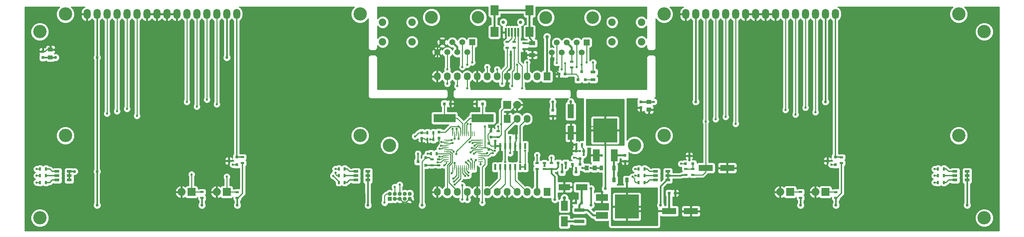
<source format=gbr>
G04 #@! TF.FileFunction,Copper,L1,Top,Signal*
%FSLAX46Y46*%
G04 Gerber Fmt 4.6, Leading zero omitted, Abs format (unit mm)*
G04 Created by KiCad (PCBNEW 4.0.1-stable) date Thu 16 Jun 2016 07:21:35 PM CEST*
%MOMM*%
G01*
G04 APERTURE LIST*
%ADD10C,0.100000*%
%ADD11R,0.600000X1.500000*%
%ADD12R,0.800000X0.750000*%
%ADD13R,3.599180X1.600200*%
%ADD14O,1.800000X2.600000*%
%ADD15C,3.400000*%
%ADD16R,0.250000X1.300000*%
%ADD17R,1.300000X0.250000*%
%ADD18R,0.910000X1.220000*%
%ADD19R,0.800100X0.800100*%
%ADD20R,1.000000X1.250000*%
%ADD21R,0.750000X0.800000*%
%ADD22R,1.250000X1.000000*%
%ADD23R,1.800860X2.499360*%
%ADD24R,1.300000X0.700000*%
%ADD25R,1.050000X1.050000*%
%ADD26C,1.050000*%
%ADD27R,2.032000X2.032000*%
%ADD28O,2.032000X2.032000*%
%ADD29R,0.900000X0.500000*%
%ADD30R,0.500000X0.900000*%
%ADD31R,2.500000X0.900000*%
%ADD32R,3.048000X1.651000*%
%ADD33R,6.096000X6.096000*%
%ADD34R,1.651000X3.048000*%
%ADD35R,5.600700X2.100580*%
%ADD36C,1.900000*%
%ADD37R,1.600000X1.000000*%
%ADD38R,0.590000X0.450000*%
%ADD39R,0.500380X2.301240*%
%ADD40R,1.998980X2.499360*%
%ADD41C,0.899160*%
%ADD42C,3.300000*%
%ADD43C,3.200000*%
%ADD44R,1.501140X1.501140*%
%ADD45C,1.501140*%
%ADD46R,1.727200X2.032000*%
%ADD47O,1.727200X2.032000*%
%ADD48R,1.600200X3.599180*%
%ADD49R,2.999740X1.600200*%
%ADD50C,0.600000*%
%ADD51C,0.750000*%
%ADD52C,0.900000*%
%ADD53C,0.304800*%
%ADD54C,0.254000*%
%ADD55C,0.381000*%
%ADD56C,0.508000*%
%ADD57C,0.203200*%
G04 APERTURE END LIST*
D10*
D11*
X123535440Y-29146520D03*
X122265440Y-29146520D03*
X120995440Y-29146520D03*
X119725440Y-29146520D03*
X118455440Y-29146520D03*
X117185440Y-29146520D03*
X115915440Y-29146520D03*
X115915440Y-34546520D03*
X117185440Y-34546520D03*
X118455440Y-34546520D03*
X119725440Y-34546520D03*
X120995440Y-34546520D03*
X122265440Y-34546520D03*
X123535440Y-34546520D03*
D12*
X133663120Y-10830560D03*
X132163120Y-10830560D03*
D13*
X169501820Y-34767520D03*
X175003460Y-34767520D03*
D14*
X12004040Y4500880D03*
X14544040Y4500880D03*
X17084040Y4500880D03*
X19624040Y4500880D03*
X22164040Y4500880D03*
X24704040Y4500880D03*
X27244040Y4500880D03*
X29784040Y4500880D03*
X32324040Y4500880D03*
X34864040Y4500880D03*
X37404040Y4500880D03*
X39944040Y4500880D03*
X42484040Y4500880D03*
X45024040Y4500880D03*
X47564040Y4500880D03*
X50104040Y4500880D03*
D15*
X6504940Y4500880D03*
X6504940Y-26499820D03*
X81503520Y-26499820D03*
X81503520Y4500880D03*
D13*
X160230820Y-45791120D03*
X165732460Y-45791120D03*
D16*
X110613640Y-26023320D03*
X110113640Y-26023320D03*
X109613640Y-26023320D03*
X109113640Y-26023320D03*
X108613640Y-26023320D03*
X108113640Y-26023320D03*
X107613640Y-26023320D03*
X107113640Y-26023320D03*
X106613640Y-26023320D03*
X106113640Y-26023320D03*
X105613640Y-26023320D03*
X105113640Y-26023320D03*
D17*
X103513640Y-27623320D03*
X103513640Y-28123320D03*
X103513640Y-28623320D03*
X103513640Y-29123320D03*
X103513640Y-29623320D03*
X103513640Y-30123320D03*
X103513640Y-30623320D03*
X103513640Y-31123320D03*
X103513640Y-31623320D03*
X103513640Y-32123320D03*
X103513640Y-32623320D03*
X103513640Y-33123320D03*
D16*
X105113640Y-34723320D03*
X105613640Y-34723320D03*
X106113640Y-34723320D03*
X106613640Y-34723320D03*
X107113640Y-34723320D03*
X107613640Y-34723320D03*
X108113640Y-34723320D03*
X108613640Y-34723320D03*
X109113640Y-34723320D03*
X109613640Y-34723320D03*
X110113640Y-34723320D03*
X110613640Y-34723320D03*
D17*
X112213640Y-33123320D03*
X112213640Y-32623320D03*
X112213640Y-32123320D03*
X112213640Y-31623320D03*
X112213640Y-31123320D03*
X112213640Y-30623320D03*
X112213640Y-30123320D03*
X112213640Y-29623320D03*
X112213640Y-29123320D03*
X112213640Y-28623320D03*
X112213640Y-28123320D03*
X112213640Y-27623320D03*
D18*
X146170140Y-37853620D03*
X149440140Y-37853620D03*
D19*
X98244660Y-34084300D03*
X98244660Y-32184300D03*
X96245680Y-33134300D03*
D20*
X141213080Y-34757360D03*
X139213080Y-34757360D03*
D12*
X137912540Y-43672760D03*
X136412540Y-43672760D03*
X160225040Y-41168320D03*
X161725040Y-41168320D03*
D21*
X148971000Y-31533400D03*
X148971000Y-33033400D03*
X130581400Y-20027200D03*
X130581400Y-21527200D03*
D12*
X112703040Y-18384520D03*
X111203040Y-18384520D03*
X102993760Y-18384520D03*
X104493760Y-18384520D03*
D21*
X101579680Y-27160920D03*
X101579680Y-25660920D03*
X114277140Y-28518420D03*
X114277140Y-30018420D03*
X114830860Y-25396760D03*
X114830860Y-26896760D03*
X777240Y-6586920D03*
X777240Y-5086920D03*
D22*
X2669540Y-6582920D03*
X2669540Y-4582920D03*
D21*
X152999440Y-17888520D03*
X152999440Y-19388520D03*
D22*
X155069540Y-17879820D03*
X155069540Y-19879820D03*
D23*
X133522720Y-48422560D03*
X133522720Y-44424600D03*
D18*
X146176240Y-34754820D03*
X142906240Y-34754820D03*
D24*
X4358040Y-35648720D03*
X4358040Y-36748720D03*
X4358040Y-37848720D03*
X7458040Y-37848720D03*
X7458040Y-36748720D03*
X7458040Y-35648720D03*
X80405640Y-35648720D03*
X80405640Y-36748720D03*
X80405640Y-37848720D03*
X83505640Y-37848720D03*
X83505640Y-36748720D03*
X83505640Y-35648720D03*
X156758040Y-35648720D03*
X156758040Y-36748720D03*
X156758040Y-37848720D03*
X159858040Y-37848720D03*
X159858040Y-36748720D03*
X159858040Y-35648720D03*
X232958040Y-35648720D03*
X232958040Y-36748720D03*
X232958040Y-37848720D03*
X236058040Y-37848720D03*
X236058040Y-36748720D03*
X236058040Y-35648720D03*
D25*
X89062560Y-42646600D03*
D26*
X90332560Y-42646600D03*
X91602560Y-42646600D03*
X92872560Y-42646600D03*
X94142560Y-42646600D03*
X90332560Y-41376600D03*
X91602560Y-41376600D03*
X92872560Y-41376600D03*
X94142560Y-41376600D03*
X89062560Y-41376600D03*
D27*
X38615620Y-40901620D03*
D28*
X36075620Y-40901620D03*
D27*
X191010540Y-40888920D03*
D28*
X188470540Y-40901620D03*
D27*
X47576740Y-40901620D03*
D28*
X45036740Y-40901620D03*
D27*
X199981820Y-40901620D03*
D28*
X197441820Y-40901620D03*
D19*
X138435120Y-30434280D03*
X136535120Y-30434280D03*
X137485120Y-32433260D03*
X137485160Y-33817560D03*
X135585160Y-33817560D03*
X136535160Y-35816540D03*
X133858040Y-33512760D03*
X131958040Y-33512760D03*
X132908040Y-35813520D03*
X164343040Y-33698180D03*
X166243040Y-33698180D03*
X165293040Y-31699200D03*
X50101500Y-33914120D03*
X50101500Y-32014120D03*
X48102520Y-32964120D03*
X202514200Y-33914120D03*
X202514200Y-32014120D03*
X200515220Y-32964120D03*
D29*
X126573280Y-35019680D03*
X126573280Y-33519680D03*
D30*
X138037000Y-28813760D03*
X136537000Y-28813760D03*
D29*
X130261360Y-35009520D03*
X130261360Y-33509520D03*
X128417320Y-35004440D03*
X128417320Y-33504440D03*
D30*
X121237440Y-27020520D03*
X119737440Y-27020520D03*
D29*
X116682520Y-25396760D03*
X116682520Y-26896760D03*
X41277540Y-42400920D03*
X41277540Y-40900920D03*
X193677540Y-42388220D03*
X193677540Y-40888220D03*
X50243740Y-42413620D03*
X50243740Y-40913620D03*
X202643740Y-42413620D03*
X202643740Y-40913620D03*
D30*
X52640Y-35046920D03*
X1552640Y-35046920D03*
X52640Y-36748720D03*
X1552640Y-36748720D03*
X52640Y-38450520D03*
X1552640Y-38450520D03*
X76100240Y-35046920D03*
X77600240Y-35046920D03*
X76100240Y-36748720D03*
X77600240Y-36748720D03*
X76100240Y-38450520D03*
X77600240Y-38450520D03*
X152452640Y-35046920D03*
X153952640Y-35046920D03*
X152452640Y-36748720D03*
X153952640Y-36748720D03*
X152452640Y-38450520D03*
X153952640Y-38450520D03*
X228652640Y-35046920D03*
X230152640Y-35046920D03*
X228652640Y-36748720D03*
X230152640Y-36748720D03*
X228652640Y-38450520D03*
X230152640Y-38450520D03*
D29*
X164429440Y-36520820D03*
X164429440Y-35020820D03*
X166245540Y-35020820D03*
X166245540Y-36520820D03*
X51592480Y-33510920D03*
X51592480Y-32010920D03*
X204066140Y-33523620D03*
X204066140Y-32023620D03*
D31*
X137325100Y-48422220D03*
X137325100Y-45522220D03*
D32*
X143095980Y-42331640D03*
D33*
X149445980Y-44617640D03*
D32*
X143095980Y-46903640D03*
D34*
X141620240Y-31541720D03*
D33*
X143906240Y-25191720D03*
D34*
X146192240Y-31541720D03*
D35*
X112707420Y-22031960D03*
X103009700Y-22031960D03*
D15*
X89001600Y-28999180D03*
X2540Y-47495460D03*
X151401780Y-28999180D03*
X240400840Y0D03*
X240400840Y-47495460D03*
D36*
X153161380Y-2584460D03*
X145661380Y-2584460D03*
X153161380Y2415540D03*
X145661380Y2413000D03*
X94741380Y-2584460D03*
X87241380Y-2584460D03*
X94741380Y2415540D03*
X87241380Y2415540D03*
D15*
X0Y0D03*
D14*
X164404040Y4500880D03*
X166944040Y4500880D03*
X169484040Y4500880D03*
X172024040Y4500880D03*
X174564040Y4500880D03*
X177104040Y4500880D03*
X179644040Y4500880D03*
X182184040Y4500880D03*
X184724040Y4500880D03*
X187264040Y4500880D03*
X189804040Y4500880D03*
X192344040Y4500880D03*
X194884040Y4500880D03*
X197424040Y4500880D03*
X199964040Y4500880D03*
X202504040Y4500880D03*
D15*
X158904940Y4500880D03*
X158904940Y-26499820D03*
X233903520Y-26499820D03*
X233903520Y4500880D03*
D37*
X125351540Y-2952620D03*
X125351540Y-5952620D03*
D21*
X97185480Y-25762520D03*
X97185480Y-27262520D03*
D38*
X131583800Y-7985760D03*
X133693800Y-7985760D03*
D39*
X121793000Y-172720D03*
X120992900Y-172720D03*
X120192800Y-172720D03*
X119392700Y-172720D03*
X118592600Y-172720D03*
D40*
X124642880Y-73660D03*
X124642880Y5425440D03*
X115742720Y-73660D03*
X115742720Y5425440D03*
D41*
X122392440Y2425700D03*
X117993160Y2425700D03*
D19*
X136992320Y-12227560D03*
X138892320Y-12227560D03*
X137942320Y-10228580D03*
D29*
X135407400Y-7652320D03*
X135407400Y-9152320D03*
D24*
X140853160Y-12222520D03*
X140853160Y-10322520D03*
D29*
X123306840Y-4448240D03*
X123306840Y-2948240D03*
X101564440Y-32595120D03*
X101564440Y-34095120D03*
X99837240Y-34095120D03*
X99837240Y-32595120D03*
D30*
X101044440Y-31109920D03*
X99544440Y-31109920D03*
D29*
X120736360Y-4128200D03*
X120736360Y-2628200D03*
X118983760Y-4128200D03*
X118983760Y-2628200D03*
D30*
X100160520Y-25765760D03*
X98660520Y-25765760D03*
X98660520Y-27518360D03*
X100160520Y-27518360D03*
D42*
X99687380Y3642360D03*
D43*
X111556800Y3642360D03*
D44*
X110070900Y-2707640D03*
D45*
X108800900Y-5247640D03*
X107530900Y-2707640D03*
X106260900Y-5247640D03*
X104990900Y-2707640D03*
X103720900Y-5247640D03*
X102450900Y-2707640D03*
X101180900Y-5247640D03*
D42*
X128828800Y3586480D03*
D43*
X140698220Y3586480D03*
D44*
X139212320Y-2763520D03*
D45*
X137942320Y-5303520D03*
X136672320Y-2763520D03*
X135402320Y-5303520D03*
X134132320Y-2763520D03*
X132862320Y-5303520D03*
X131592320Y-2763520D03*
X130322320Y-5303520D03*
D46*
X118932960Y-22230080D03*
D47*
X121472960Y-22230080D03*
X124012960Y-22230080D03*
D46*
X129110740Y-40901620D03*
D47*
X126570740Y-40901620D03*
X124030740Y-40901620D03*
X121490740Y-40901620D03*
X118950740Y-40901620D03*
X116410740Y-40901620D03*
X113870740Y-40901620D03*
X111330740Y-40901620D03*
X108790740Y-40901620D03*
X106250740Y-40901620D03*
X103710740Y-40901620D03*
X101170740Y-40901620D03*
D27*
X118932960Y-18643600D03*
D28*
X121472960Y-18643600D03*
D46*
X129098040Y-11424920D03*
D47*
X126558040Y-11424920D03*
X124018040Y-11424920D03*
X121478040Y-11424920D03*
X118938040Y-11424920D03*
X116398040Y-11424920D03*
X113858040Y-11424920D03*
X111318040Y-11424920D03*
X108778040Y-11424920D03*
X106238040Y-11424920D03*
X103698040Y-11424920D03*
X101158040Y-11424920D03*
D48*
X135143240Y-20307300D03*
X135143240Y-25808940D03*
D49*
X137901680Y-39649400D03*
X133502400Y-39649400D03*
D50*
X97185480Y-28996640D03*
X101147880Y-28996640D03*
X108864400Y-23525480D03*
X113908840Y-30927040D03*
X117185440Y-32039560D03*
X120995440Y-32039560D03*
X140187680Y-31541720D03*
X137535920Y-30434280D03*
D51*
X119888000Y-5908040D03*
X117678200Y-5948680D03*
X140299440Y-44267120D03*
X140299440Y-40038020D03*
X143906240Y-40038020D03*
X97284540Y-44267120D03*
D50*
X115839240Y-30368240D03*
X123535440Y-30368240D03*
X113324640Y-24175720D03*
X106631740Y-24175720D03*
D51*
X202656440Y-44267120D03*
X193664840Y-44267120D03*
X50256440Y-44267120D03*
X41264840Y-44267120D03*
X47564040Y-6586220D03*
X14544040Y-6586220D03*
X4003040Y-6586220D03*
X199964040Y-17876520D03*
D50*
X116677440Y-24175720D03*
X139867640Y-24175720D03*
D51*
X135143240Y-17863820D03*
X130571240Y-17876520D03*
X143906240Y-17876520D03*
X158015940Y-44267120D03*
X83530440Y-44254420D03*
X14556740Y-35656520D03*
X8790940Y-35656520D03*
X236057440Y-44254420D03*
X14544040Y-44267120D03*
D50*
X156326840Y-17876520D03*
D51*
X166944040Y-17876520D03*
D50*
X106009440Y-31252160D03*
X107533440Y-42814240D03*
X107533440Y-39202360D03*
X117434360Y-23591520D03*
X109616240Y-23591520D03*
X17084040Y-20886420D03*
X169484040Y-22893020D03*
X172024040Y-22308820D03*
X105044240Y-28379420D03*
X19624040Y-20289520D03*
X174564040Y-21711920D03*
X104790240Y-27617420D03*
X22176740Y-19692620D03*
X109413040Y-28188920D03*
X24704040Y-21483320D03*
X37404040Y-17927320D03*
X189804040Y-19959320D03*
X105107740Y-24772620D03*
X39944040Y-19108420D03*
X192344040Y-21127720D03*
X105615740Y-27274520D03*
X42534840Y-17330420D03*
X194884040Y-19375120D03*
X106111040Y-24759920D03*
X45024040Y-18511520D03*
X197424040Y-20543520D03*
X106619040Y-27274520D03*
X110187740Y-28455620D03*
X177104040Y-23477220D03*
X111038640Y-32710120D03*
X118460520Y-33213040D03*
X122265440Y-33319720D03*
X112214660Y-33822640D03*
X115310920Y-30993080D03*
X119715280Y-30998160D03*
X90332560Y-39613840D03*
X105582720Y-38989000D03*
X91602560Y-39029640D03*
X105410000Y-38227000D03*
X112608360Y-43611800D03*
X87762080Y-43611800D03*
X38623240Y-36418520D03*
X101259640Y-33345120D03*
X109956600Y-29682440D03*
X47576740Y-37002720D03*
X102948740Y-34107120D03*
X109692440Y-30764480D03*
X110484920Y-31165800D03*
X163235640Y-33700720D03*
X49100740Y-33903920D03*
X101716840Y-31846520D03*
X201475340Y-33916620D03*
X110632240Y-29065220D03*
X99415600Y-27518360D03*
X102229920Y-28122880D03*
X95488760Y-26695400D03*
D51*
X108788200Y-42814240D03*
X131109720Y-42814240D03*
D50*
X132862320Y-9596120D03*
X116398040Y-9596120D03*
X103723440Y-9596120D03*
X137942320Y-8427720D03*
X121478040Y-8427720D03*
X108803440Y-8427720D03*
X136672320Y-9011920D03*
X113858040Y-9011920D03*
X107533440Y-9011920D03*
X140853160Y-7848600D03*
X110073440Y-7848600D03*
X139212320Y-7848600D03*
X124018040Y-7848600D03*
X108778040Y-14442440D03*
X122748040Y-14442440D03*
X140208000Y-34759900D03*
X132908040Y-33919160D03*
X128417320Y-34274760D03*
X136535160Y-34757360D03*
X133858000Y-34757360D03*
X138109960Y-34757360D03*
D52*
X133522720Y-42372280D03*
D50*
X138432540Y-31452820D03*
X126570740Y-31452820D03*
X130266440Y-32125920D03*
X135968740Y-32125920D03*
X98694240Y-31109920D03*
X96245680Y-31109920D03*
X104790240Y-36088320D03*
X-797560Y-35046920D03*
X105615740Y-33472120D03*
X-797560Y-36748720D03*
X105277920Y-37434520D03*
X-797560Y-38450520D03*
X75237340Y-35046920D03*
X101754940Y-29839920D03*
X102097840Y-29128720D03*
X75237340Y-35923220D03*
X105361740Y-30614620D03*
X74653140Y-36774120D03*
X151589740Y-35046920D03*
X109794040Y-32583120D03*
X151602440Y-36748720D03*
X109095540Y-32887920D03*
X150865840Y-36977320D03*
X108460540Y-33332420D03*
X109108240Y-35974020D03*
X227802440Y-35046920D03*
X109044740Y-36736020D03*
X227802440Y-36748720D03*
X108282740Y-36799520D03*
X227799900Y-38450520D03*
X120202960Y-13858240D03*
X106238040Y-13863320D03*
X117668040Y-13279120D03*
X103698040Y-13279120D03*
D52*
X129098040Y-1320800D03*
D53*
X101579680Y-27160920D02*
X101579680Y-28564840D01*
X97185480Y-28996640D02*
X97185480Y-27262520D01*
X101579680Y-28564840D02*
X101147880Y-28996640D01*
X90332560Y-42646600D02*
X91602560Y-42646600D01*
X91602560Y-42646600D02*
X92471240Y-43515280D01*
X93273880Y-43515280D02*
X94142560Y-42646600D01*
X92471240Y-43515280D02*
X93273880Y-43515280D01*
D54*
X97185480Y-27262520D02*
X97833880Y-27262520D01*
X98089720Y-27518360D02*
X98660520Y-27518360D01*
X97833880Y-27262520D02*
X98089720Y-27518360D01*
X108613640Y-26023320D02*
X108613640Y-23776240D01*
X108613640Y-23776240D02*
X108864400Y-23525480D01*
X112213640Y-31123320D02*
X113712560Y-31123320D01*
X113712560Y-31123320D02*
X113908840Y-30927040D01*
X120995440Y-29146520D02*
X120995440Y-32039560D01*
X117185440Y-32039560D02*
X117185440Y-29146520D01*
X114277140Y-28518420D02*
X114277140Y-27663140D01*
X114025680Y-26201940D02*
X114830860Y-25396760D01*
X114025680Y-27411680D02*
X114025680Y-26201940D01*
X114277140Y-27663140D02*
X114025680Y-27411680D01*
D53*
X136535120Y-30434280D02*
X137535920Y-30434280D01*
X140187680Y-31541720D02*
X141620240Y-31541720D01*
D54*
X115915440Y-29146520D02*
X117185440Y-29146520D01*
X114277140Y-28518420D02*
X114905240Y-29146520D01*
X114905240Y-29146520D02*
X115915440Y-29146520D01*
D53*
X118932960Y-22230080D02*
X118932960Y-21183600D01*
X118932960Y-21183600D02*
X121472960Y-18643600D01*
X120995440Y-29146520D02*
X120995440Y-28188920D01*
X121237440Y-27946920D02*
X121237440Y-27020520D01*
X120995440Y-28188920D02*
X121237440Y-27946920D01*
D55*
X101180900Y-5247640D02*
X101180900Y-3977640D01*
X101180900Y-3977640D02*
X102450900Y-2707640D01*
X101158040Y-11424920D02*
X101158040Y-5270500D01*
X101158040Y-5270500D02*
X101180900Y-5247640D01*
D53*
X118938040Y-11424920D02*
X118938040Y-10160000D01*
X119888000Y-9210040D02*
X119888000Y-5908040D01*
X118938040Y-10160000D02*
X119888000Y-9210040D01*
X123306840Y-4448240D02*
X124727400Y-4448240D01*
X125351540Y-5072380D02*
X125351540Y-5952620D01*
X124727400Y-4448240D02*
X125351540Y-5072380D01*
D55*
X130322320Y-5303520D02*
X130322320Y-9017000D01*
X130322320Y-9017000D02*
X132135880Y-10830560D01*
X132135880Y-10830560D02*
X132163120Y-10830560D01*
X118592600Y-172720D02*
X118592600Y-1549400D01*
X117678200Y-2463800D02*
X117678200Y-5948680D01*
X118592600Y-1549400D02*
X117678200Y-2463800D01*
D53*
X777240Y-5086920D02*
X1354520Y-5086920D01*
X1858520Y-4582920D02*
X2669540Y-4582920D01*
X1354520Y-5086920D02*
X1858520Y-4582920D01*
D54*
X108113640Y-26023320D02*
X108113640Y-23427880D01*
X109509560Y-22031960D02*
X112707420Y-22031960D01*
X108113640Y-23427880D02*
X109509560Y-22031960D01*
X112703040Y-18384520D02*
X112703040Y-22027580D01*
X112703040Y-22027580D02*
X112707420Y-22031960D01*
X112697960Y-22230780D02*
X112699800Y-22232620D01*
D56*
X146192240Y-31541720D02*
X148962680Y-31541720D01*
X148962680Y-31541720D02*
X148971000Y-31533400D01*
X146176240Y-34754820D02*
X146176240Y-31557720D01*
X146176240Y-31557720D02*
X146192240Y-31541720D01*
X146170140Y-37853620D02*
X146170140Y-34760920D01*
X146170140Y-34760920D02*
X146176240Y-34754820D01*
D54*
X101579680Y-25660920D02*
X103213600Y-25660920D01*
X104698800Y-24175720D02*
X106631740Y-24175720D01*
X103213600Y-25660920D02*
X104698800Y-24175720D01*
X114277140Y-30018420D02*
X114900140Y-30018420D01*
X115249960Y-30368240D02*
X115839240Y-30368240D01*
X114900140Y-30018420D02*
X115249960Y-30368240D01*
D53*
X51592480Y-33510920D02*
X51592480Y-41264840D01*
X51592480Y-41264840D02*
X50443700Y-42413620D01*
X50443700Y-42413620D02*
X50243740Y-42413620D01*
X204066140Y-33523620D02*
X204066140Y-41193720D01*
X204066140Y-41193720D02*
X202846240Y-42413620D01*
X202846240Y-42413620D02*
X202643740Y-42413620D01*
D55*
X143906240Y-25191720D02*
X143906240Y-40038020D01*
X140299440Y-40038020D02*
X140299440Y-44267120D01*
X158015940Y-44267120D02*
X158015940Y-39403020D01*
X158015940Y-39403020D02*
X159570240Y-37848720D01*
X159570240Y-37848720D02*
X159858040Y-37848720D01*
D54*
X98244660Y-32184300D02*
X97284540Y-33144420D01*
X97284540Y-33144420D02*
X97284540Y-44267120D01*
X123535440Y-30368240D02*
X123535440Y-34546520D01*
X113324640Y-29623320D02*
X113324640Y-24175720D01*
X112213640Y-29623320D02*
X113324640Y-29623320D01*
X113324640Y-29623320D02*
X113882040Y-29623320D01*
X113882040Y-29623320D02*
X114277140Y-30018420D01*
X139867640Y-24175720D02*
X142890240Y-24175720D01*
X142890240Y-24175720D02*
X143906240Y-25191720D01*
X106631740Y-24175720D02*
X107113640Y-24657620D01*
X107113640Y-24657620D02*
X107113640Y-26023320D01*
X114122900Y-30017720D02*
X114122200Y-30018420D01*
D55*
X159858040Y-36748720D02*
X163184840Y-36748720D01*
X163412740Y-36520820D02*
X164429440Y-36520820D01*
X163184840Y-36748720D02*
X163412740Y-36520820D01*
X202643740Y-42413620D02*
X202656440Y-44267120D01*
X193677540Y-42388220D02*
X193664840Y-44267120D01*
X50243740Y-42413620D02*
X50256440Y-44267120D01*
X41277540Y-42400920D02*
X41264840Y-44267120D01*
X47564040Y-6586220D02*
X47564040Y4500880D01*
X2669540Y-6582920D02*
X3999740Y-6582920D01*
X3999740Y-6582920D02*
X4003040Y-6586220D01*
X777240Y-6586920D02*
X781240Y-6582920D01*
X781240Y-6582920D02*
X2669540Y-6582920D01*
X199964040Y-17876520D02*
X199964040Y4500880D01*
D53*
X122265440Y-34546520D02*
X123535440Y-34546520D01*
D54*
X116682520Y-25396760D02*
X116682520Y-24180800D01*
X116682520Y-24180800D02*
X116677440Y-24175720D01*
X142687040Y-23972520D02*
X143906240Y-25191720D01*
D55*
X135143240Y-20307300D02*
X135143240Y-17863820D01*
X130571240Y-17876520D02*
X130571240Y-20017040D01*
X130571240Y-20017040D02*
X130581400Y-20027200D01*
X143906240Y-17876520D02*
X143906240Y-25191720D01*
X159858040Y-36748720D02*
X159858040Y-37848720D01*
X159858040Y-35648720D02*
X159858040Y-36748720D01*
X83505640Y-37848720D02*
X83531040Y-44253820D01*
X83531040Y-44253820D02*
X83530440Y-44254420D01*
X83505640Y-36748720D02*
X83505640Y-37848720D01*
X83505640Y-35648720D02*
X83505640Y-36748720D01*
X7458040Y-35648720D02*
X8783140Y-35648720D01*
X8783140Y-35648720D02*
X8790940Y-35656520D01*
X14556740Y-35656520D02*
X14544040Y-35656520D01*
X14544040Y-35656520D02*
X14556740Y-35656520D01*
X14556740Y-35656520D02*
X14544040Y-35656520D01*
X7458040Y-36748720D02*
X7458040Y-35648720D01*
X7458040Y-37848720D02*
X7458040Y-36748720D01*
X236058040Y-37848720D02*
X236058040Y-44253820D01*
X236058040Y-44253820D02*
X236057440Y-44254420D01*
X236058040Y-36748720D02*
X236058040Y-37848720D01*
X236058040Y-35648720D02*
X236058040Y-36748720D01*
X14544040Y-35656520D02*
X14544040Y-44267120D01*
X14544040Y4500880D02*
X14544040Y-6586220D01*
X14544040Y-6586220D02*
X14544040Y-35656520D01*
X155069540Y-17879820D02*
X155060840Y-17888520D01*
X155060840Y-17888520D02*
X152999440Y-17888520D01*
X166944040Y4500880D02*
X166944040Y-17876520D01*
X156326840Y-17876520D02*
X155072840Y-17876520D01*
X155072840Y-17876520D02*
X155069540Y-17879820D01*
D56*
X135123620Y-20027200D02*
X135133080Y-20017740D01*
D53*
X98244660Y-32184300D02*
X99194580Y-32184300D01*
X99194580Y-32184300D02*
X99605400Y-32595120D01*
X99605400Y-32595120D02*
X99837240Y-32595120D01*
D54*
X135407400Y-10830560D02*
X135407400Y-9152320D01*
X133663120Y-10830560D02*
X135407400Y-10830560D01*
X135407400Y-10830560D02*
X136464040Y-10830560D01*
X136992320Y-11358840D02*
X136992320Y-12227560D01*
X136464040Y-10830560D02*
X136992320Y-11358840D01*
X133693600Y-10800080D02*
X133663120Y-10830560D01*
X133693800Y-7985760D02*
X133693800Y-10799880D01*
X133693800Y-10799880D02*
X133663120Y-10830560D01*
D56*
X149440140Y-37853620D02*
X149440140Y-44611800D01*
X149440140Y-44611800D02*
X149445980Y-44617640D01*
X160225040Y-41168320D02*
X160225040Y-45785340D01*
X160225040Y-45785340D02*
X160230820Y-45791120D01*
X150619460Y-45791120D02*
X149445980Y-44617640D01*
X160230820Y-45791120D02*
X150619460Y-45791120D01*
X149440140Y-44611800D02*
X149445980Y-44617640D01*
X150619460Y-45791120D02*
X149445980Y-44617640D01*
D54*
X106009440Y-31252160D02*
X106009440Y-30556200D01*
X106009440Y-30556200D02*
X109613640Y-26952000D01*
X109613640Y-26952000D02*
X109613640Y-26023320D01*
X107533440Y-42814240D02*
X107533440Y-39202360D01*
X109613640Y-26023320D02*
X109613640Y-23594120D01*
X117434360Y-23591520D02*
X117439440Y-23596600D01*
X109613640Y-23594120D02*
X109616240Y-23591520D01*
X117439440Y-23596600D02*
X117439440Y-26339800D01*
X117439440Y-26339800D02*
X116882480Y-26896760D01*
X116882480Y-26896760D02*
X116682520Y-26896760D01*
X117439440Y-23596600D02*
X117439440Y-20137120D01*
X117439440Y-20137120D02*
X118932960Y-18643600D01*
X109616240Y-26025920D02*
X109613640Y-26023320D01*
D53*
X114830860Y-26896760D02*
X115717320Y-26896760D01*
X115717320Y-26896760D02*
X116682520Y-26896760D01*
D54*
X17084040Y4500880D02*
X17084040Y-20886420D01*
X166245540Y-36520820D02*
X168746740Y-36520820D01*
X169501820Y-35765740D02*
X169501820Y-34767520D01*
X168746740Y-36520820D02*
X169501820Y-35765740D01*
X169484040Y4500880D02*
X169484040Y-22893020D01*
X169484040Y-22893020D02*
X169484040Y-34749740D01*
X169484040Y-34749740D02*
X169501820Y-34767520D01*
D56*
X133522720Y-48422560D02*
X133523060Y-48422220D01*
X133523060Y-48422220D02*
X137325100Y-48422220D01*
D53*
X1552640Y-35046920D02*
X2555240Y-35046920D01*
X3157040Y-35648720D02*
X4358040Y-35648720D01*
X2555240Y-35046920D02*
X3157040Y-35648720D01*
X1552640Y-36748720D02*
X4358040Y-36748720D01*
X1552640Y-38450520D02*
X2555240Y-38450520D01*
X3157040Y-37848720D02*
X4358040Y-37848720D01*
X2555240Y-38450520D02*
X3157040Y-37848720D01*
X77600240Y-35046920D02*
X78211680Y-35046920D01*
X78813480Y-35648720D02*
X80405640Y-35648720D01*
X78211680Y-35046920D02*
X78813480Y-35648720D01*
X77600240Y-36748720D02*
X80405640Y-36748720D01*
X77600240Y-38450520D02*
X78211680Y-38450520D01*
X78813480Y-37848720D02*
X80405640Y-37848720D01*
X78211680Y-38450520D02*
X78813480Y-37848720D01*
X153952640Y-35046920D02*
X154625040Y-35046920D01*
X155226840Y-35648720D02*
X156758040Y-35648720D01*
X154625040Y-35046920D02*
X155226840Y-35648720D01*
X153952640Y-36748720D02*
X156758040Y-36748720D01*
X153952640Y-38450520D02*
X154630120Y-38450520D01*
X155231920Y-37848720D02*
X156758040Y-37848720D01*
X154630120Y-38450520D02*
X155231920Y-37848720D01*
X230152640Y-35046920D02*
X230759000Y-35046920D01*
X231360800Y-35648720D02*
X232958040Y-35648720D01*
X230759000Y-35046920D02*
X231360800Y-35648720D01*
D54*
X172024040Y-22308820D02*
X172024040Y4500880D01*
X103513640Y-28623320D02*
X104368540Y-28623320D01*
X104612440Y-28379420D02*
X105044240Y-28379420D01*
X104368540Y-28623320D02*
X104612440Y-28379420D01*
X19624040Y-20289520D02*
X19624040Y4500880D01*
X174564040Y-21711920D02*
X174564040Y4500880D01*
X104784340Y-27623320D02*
X104790240Y-27617420D01*
X103513640Y-27623320D02*
X104784340Y-27623320D01*
X22176740Y-19692620D02*
X22176740Y4488180D01*
X22176740Y4488180D02*
X22164040Y4500880D01*
X109978640Y-27623320D02*
X112213640Y-27623320D01*
X109413040Y-28188920D02*
X109978640Y-27623320D01*
X24704040Y-21483320D02*
X24704040Y4500880D01*
X37404040Y-17927320D02*
X37404040Y4500880D01*
X189804040Y-19959320D02*
X189804040Y4500880D01*
X105113640Y-26023320D02*
X105113640Y-24778520D01*
X105113640Y-24778520D02*
X105107740Y-24772620D01*
X39944040Y-19108420D02*
X39944040Y4500880D01*
X192344040Y-21127720D02*
X192344040Y4500880D01*
X105613640Y-26023320D02*
X105613640Y-27272420D01*
X105613640Y-27272420D02*
X105615740Y-27274520D01*
X42484040Y-17279620D02*
X42484040Y4500880D01*
X42534840Y-17330420D02*
X42484040Y-17279620D01*
X194884040Y-19375120D02*
X194884040Y4500880D01*
X106113640Y-24762520D02*
X106111040Y-24759920D01*
X106113640Y-26023320D02*
X106113640Y-24762520D01*
X45024040Y-18511520D02*
X45024040Y4500880D01*
X197424040Y-20543520D02*
X197424040Y4500880D01*
X106613640Y-27269120D02*
X106613640Y-26023320D01*
X106613640Y-27269120D02*
X106619040Y-27274520D01*
D53*
X50101500Y-32014120D02*
X50101500Y4498340D01*
X50101500Y4498340D02*
X50104040Y4500880D01*
X50101500Y-32014120D02*
X50104700Y-32010920D01*
X50104700Y-32010920D02*
X51592480Y-32010920D01*
X50104740Y-32010880D02*
X50101500Y-32014120D01*
X50104740Y4500180D02*
X50104040Y4500880D01*
D54*
X112213640Y-28123320D02*
X110520040Y-28123320D01*
X110520040Y-28123320D02*
X110187740Y-28455620D01*
X177104040Y-23477220D02*
X177104040Y4500880D01*
D53*
X202514200Y-32014120D02*
X202514200Y4490720D01*
X202514200Y4490720D02*
X202504040Y4500880D01*
X202514200Y-32014120D02*
X204056640Y-32014120D01*
X204056640Y-32014120D02*
X204066140Y-32023620D01*
D54*
X202514200Y4490720D02*
X202504040Y4500880D01*
X202514200Y-32014120D02*
X202523700Y-32023620D01*
X118455440Y-34546520D02*
X118455440Y-38856920D01*
X118455440Y-38856920D02*
X116410740Y-40901620D01*
X119725440Y-34546520D02*
X119725440Y-39136320D01*
X119725440Y-39136320D02*
X121490740Y-40901620D01*
X117185440Y-34546520D02*
X117185440Y-37586920D01*
X117185440Y-37586920D02*
X113870740Y-40901620D01*
X120995440Y-34546520D02*
X120995440Y-37866320D01*
X120995440Y-37866320D02*
X124030740Y-40901620D01*
D53*
X118455440Y-29146520D02*
X118455440Y-25247600D01*
X118455440Y-25247600D02*
X121472960Y-22230080D01*
D54*
X110613640Y-34723320D02*
X110613640Y-33135120D01*
X110613640Y-33135120D02*
X111038640Y-32710120D01*
D53*
X118455440Y-29146520D02*
X118460520Y-33213040D01*
D54*
X110619540Y-34717420D02*
X110613640Y-34723320D01*
D57*
X110619540Y-34717420D02*
X110613640Y-34723320D01*
X110614460Y-34722500D02*
X110613640Y-34723320D01*
D53*
X122265440Y-29146520D02*
X122265440Y-23977600D01*
X122265440Y-23977600D02*
X124012960Y-22230080D01*
X122265440Y-29146520D02*
X122265440Y-33319720D01*
D54*
X112214660Y-33822640D02*
X112214660Y-33124340D01*
X112214660Y-33124340D02*
X112213640Y-33123320D01*
D57*
X112214460Y-33124140D02*
X112213640Y-33123320D01*
D54*
X112213640Y-31623320D02*
X114126960Y-31623320D01*
X114757200Y-30993080D02*
X115310920Y-30993080D01*
X114126960Y-31623320D02*
X114757200Y-30993080D01*
X119715280Y-30998160D02*
X119715280Y-29156680D01*
X119715280Y-29156680D02*
X119725440Y-29146520D01*
D53*
X119725440Y-29146520D02*
X119725440Y-27032520D01*
X119725440Y-27032520D02*
X119737440Y-27020520D01*
D54*
X107113640Y-34723320D02*
X107113640Y-37458080D01*
X90332560Y-39613840D02*
X90332560Y-41376600D01*
X107113640Y-37458080D02*
X105582720Y-38989000D01*
X106613640Y-34723320D02*
X106613640Y-37023360D01*
X91602560Y-39029640D02*
X91602560Y-41376600D01*
X106613640Y-37023360D02*
X105410000Y-38227000D01*
X89062560Y-41376600D02*
X88214200Y-41376600D01*
X112885160Y-32123320D02*
X112213640Y-32123320D01*
X113289080Y-32527240D02*
X112885160Y-32123320D01*
X113289080Y-33837880D02*
X113289080Y-32527240D01*
X112608360Y-34518600D02*
X113289080Y-33837880D01*
X112608360Y-43611800D02*
X112608360Y-34518600D01*
X87762080Y-41828720D02*
X87762080Y-43611800D01*
X88214200Y-41376600D02*
X87762080Y-41828720D01*
X38615620Y-40901620D02*
X41276840Y-40901620D01*
X41276840Y-40901620D02*
X41277540Y-40900920D01*
X38623240Y-36418520D02*
X38615620Y-36426140D01*
X38615620Y-36426140D02*
X38615620Y-40901620D01*
X103513640Y-32623320D02*
X102794240Y-32623320D01*
X102072440Y-33345120D02*
X101259640Y-33345120D01*
X102794240Y-32623320D02*
X102072440Y-33345120D01*
X109956600Y-29682440D02*
X110896400Y-29682440D01*
X111455520Y-29123320D02*
X112213640Y-29123320D01*
X110896400Y-29682440D02*
X111455520Y-29123320D01*
X191010540Y-40888920D02*
X193676840Y-40888920D01*
X193676840Y-40888920D02*
X193677540Y-40888220D01*
X47576740Y-40901620D02*
X50231740Y-40901620D01*
X50231740Y-40901620D02*
X50243740Y-40913620D01*
X47576740Y-37002720D02*
X47576740Y-40901620D01*
X103513640Y-33123320D02*
X103513640Y-33542220D01*
X103513640Y-33542220D02*
X102948740Y-34107120D01*
X199981820Y-40901620D02*
X202631740Y-40901620D01*
X202631740Y-40901620D02*
X202643740Y-40913620D01*
X112213640Y-30123320D02*
X110333600Y-30123320D01*
X110333600Y-30123320D02*
X109692440Y-30764480D01*
X112213640Y-30623320D02*
X111027400Y-30623320D01*
X111027400Y-30623320D02*
X110484920Y-31165800D01*
X163238180Y-33698180D02*
X164343040Y-33698180D01*
X163235640Y-33700720D02*
X163238180Y-33698180D01*
X103513640Y-31623320D02*
X102625840Y-31623320D01*
X49100740Y-33903920D02*
X50104000Y-33916620D01*
X102402640Y-31846520D02*
X101716840Y-31846520D01*
X102625840Y-31623320D02*
X102402640Y-31846520D01*
X50104000Y-33916620D02*
X50101500Y-33914120D01*
X201472840Y-33914120D02*
X202514200Y-33914120D01*
X201475340Y-33916620D02*
X201472840Y-33914120D01*
X111074140Y-28623320D02*
X112213640Y-28623320D01*
X110632240Y-29065220D02*
X111074140Y-28623320D01*
D57*
X101564440Y-32595120D02*
X102230620Y-32595120D01*
X102702420Y-32123320D02*
X103513640Y-32123320D01*
X102230620Y-32595120D02*
X102702420Y-32123320D01*
D54*
X120736360Y-2628200D02*
X120736360Y-2103120D01*
X120992900Y-1846580D02*
X120992900Y-172720D01*
X120736360Y-2103120D02*
X120992900Y-1846580D01*
X118983760Y-2628200D02*
X119190200Y-2628200D01*
X119190200Y-2628200D02*
X120192800Y-1625600D01*
X120192800Y-1625600D02*
X120192800Y-172720D01*
X103513640Y-28123320D02*
X102230360Y-28123320D01*
X99415600Y-27518360D02*
X100160520Y-27518360D01*
X102230360Y-28123320D02*
X102229920Y-28122880D01*
X100160520Y-25765760D02*
X100160520Y-27518360D01*
X96421640Y-25762520D02*
X97185480Y-25762520D01*
X95488760Y-26695400D02*
X96421640Y-25762520D01*
X97185480Y-25762520D02*
X98657280Y-25762520D01*
X98657280Y-25762520D02*
X98660520Y-25765760D01*
D55*
X131109720Y-42814240D02*
X131104640Y-36957000D01*
X108790740Y-42811700D02*
X108788200Y-42814240D01*
X108790740Y-40901620D02*
X108790740Y-42811700D01*
X130261360Y-36113720D02*
X130261360Y-35009520D01*
X131104640Y-36957000D02*
X130261360Y-36113720D01*
X130261360Y-35009520D02*
X131477320Y-35009520D01*
X131958040Y-34528800D02*
X131958040Y-33512760D01*
X131477320Y-35009520D02*
X131958040Y-34528800D01*
X130261360Y-35009520D02*
X128422400Y-35009520D01*
X128422400Y-35009520D02*
X128417320Y-35004440D01*
D54*
X97370200Y-25763220D02*
X97365820Y-25767600D01*
X132862320Y-9596120D02*
X132862320Y-5303520D01*
X103720900Y-5247640D02*
X103720900Y-9593580D01*
X116398040Y-9596120D02*
X116398040Y-11424920D01*
X103720900Y-9593580D02*
X103723440Y-9596120D01*
X137942320Y-8427720D02*
X137942320Y-10228580D01*
X137942320Y-8427720D02*
X137942320Y-7594600D01*
X137942320Y-7594600D02*
X137942320Y-5303520D01*
X108800900Y-5247640D02*
X108800900Y-8425180D01*
X121478040Y-8427720D02*
X121478040Y-11424920D01*
X108800900Y-8425180D02*
X108803440Y-8427720D01*
X136672320Y-2763520D02*
X136672320Y-9011920D01*
X107530900Y-2707640D02*
X107530900Y-9009380D01*
X113858040Y-9011920D02*
X113858040Y-11424920D01*
X107530900Y-9009380D02*
X107533440Y-9011920D01*
X140853160Y-10322520D02*
X140853160Y-7848600D01*
X110070900Y-2707640D02*
X110070900Y-7846060D01*
X110070900Y-7846060D02*
X110073440Y-7848600D01*
X124018040Y-11424920D02*
X124018040Y-7848600D01*
X139212320Y-7848600D02*
X139212320Y-2763520D01*
X121793000Y-172720D02*
X121793000Y-7833360D01*
X108778040Y-14442440D02*
X108778040Y-11424920D01*
X122748040Y-8788400D02*
X122748040Y-14442440D01*
X121793000Y-7833360D02*
X122748040Y-8788400D01*
X103513640Y-31123320D02*
X101057840Y-31123320D01*
X101057840Y-31123320D02*
X101044440Y-31109920D01*
X103710740Y-34107120D02*
X103710740Y-40623620D01*
X103513640Y-31123320D02*
X104371840Y-31123320D01*
X104371840Y-31123320D02*
X104574340Y-31325820D01*
X104574340Y-31325820D02*
X104574340Y-33243520D01*
X104574340Y-33243520D02*
X103710740Y-34107120D01*
X106250740Y-40623620D02*
X104142540Y-38515420D01*
X104142540Y-38515420D02*
X104142540Y-34272220D01*
X104142540Y-34272220D02*
X104993440Y-33421320D01*
X104481440Y-30623320D02*
X103513640Y-30623320D01*
X104993440Y-33421320D02*
X104993440Y-31135320D01*
X104993440Y-31135320D02*
X104481440Y-30623320D01*
D56*
X137325100Y-45522220D02*
X139497140Y-45522220D01*
X140878560Y-46903640D02*
X143095980Y-46903640D01*
X139497140Y-45522220D02*
X140878560Y-46903640D01*
X137912540Y-43672760D02*
X137325100Y-44260200D01*
X137325100Y-44260200D02*
X137325100Y-45522220D01*
X137912540Y-43672760D02*
X137911840Y-43673460D01*
X137901680Y-39649400D02*
X137912540Y-39660260D01*
X137912540Y-39660260D02*
X137912540Y-43672760D01*
D54*
X107613640Y-26023320D02*
X107613640Y-23438040D01*
X106207560Y-22031960D02*
X103009700Y-22031960D01*
X107613640Y-23438040D02*
X106207560Y-22031960D01*
X102993760Y-18384520D02*
X102993760Y-22016020D01*
X102993760Y-22016020D02*
X103009700Y-22031960D01*
X102998840Y-22229380D02*
X103002080Y-22232620D01*
D55*
X132908040Y-35813520D02*
X132908040Y-33919160D01*
X140208000Y-34759900D02*
X141210540Y-34759900D01*
X141210540Y-34759900D02*
X141213080Y-34757360D01*
X141213080Y-34757360D02*
X142903700Y-34757360D01*
X142903700Y-34757360D02*
X142906240Y-34754820D01*
X142905480Y-34755580D02*
X142906240Y-34754820D01*
X128417320Y-33504440D02*
X128417320Y-34274760D01*
X136535160Y-35816540D02*
X136535160Y-34757360D01*
X139213080Y-34757360D02*
X138109960Y-34757360D01*
X133858000Y-34757360D02*
X133858000Y-33512800D01*
X133858000Y-33512800D02*
X133858040Y-33512760D01*
D56*
X124642880Y5425440D02*
X124642880Y-73660D01*
X115742720Y5425440D02*
X124642880Y5425440D01*
X115742720Y-73660D02*
X115742720Y5425440D01*
D55*
X123306840Y-2948240D02*
X125347160Y-2948240D01*
X125347160Y-2948240D02*
X125351540Y-2952620D01*
X124642880Y-73660D02*
X124642880Y-1597660D01*
X124642880Y-1597660D02*
X125351540Y-2306320D01*
X125351540Y-2306320D02*
X125351540Y-2952620D01*
X124637800Y-78740D02*
X124642880Y-73660D01*
D56*
X133522720Y-42372280D02*
X133522720Y-44424600D01*
X133522720Y-44424600D02*
X133522720Y-43947080D01*
X126570740Y-40901620D02*
X126573280Y-40899080D01*
X126573280Y-40899080D02*
X126573280Y-35019680D01*
D55*
X126570740Y-35022220D02*
X126573280Y-35019680D01*
D54*
X131592320Y-2763520D02*
X131592320Y-7977240D01*
X131592320Y-7977240D02*
X131583800Y-7985760D01*
D53*
X230152640Y-36748720D02*
X232958040Y-36748720D01*
X230152640Y-38450520D02*
X230764080Y-38450520D01*
X231365880Y-37848720D02*
X232958040Y-37848720D01*
X230764080Y-38450520D02*
X231365880Y-37848720D01*
D54*
X164429440Y-35020820D02*
X166245540Y-35020820D01*
X166243040Y-33698180D02*
X166243040Y-35018320D01*
X166243040Y-35018320D02*
X166245540Y-35020820D01*
D53*
X138037000Y-28813760D02*
X138037000Y-29512960D01*
X138435120Y-29911080D02*
X138435120Y-30434280D01*
X138037000Y-29512960D02*
X138435120Y-29911080D01*
X126573280Y-33519680D02*
X126570740Y-31452820D01*
D55*
X138432540Y-31452820D02*
X138435080Y-30434320D01*
X138435080Y-30434320D02*
X138435120Y-30434280D01*
D53*
X135968740Y-32125920D02*
X136464040Y-32125920D01*
X136771380Y-32433260D02*
X137485120Y-32433260D01*
X136464040Y-32125920D02*
X136771380Y-32433260D01*
X130266440Y-32125920D02*
X130261360Y-33509520D01*
D55*
X130256280Y-33504440D02*
X130264600Y-33512760D01*
D53*
X137485120Y-32433260D02*
X137485120Y-33817520D01*
D55*
X137485120Y-33817520D02*
X137485160Y-33817560D01*
D53*
X99837240Y-34095120D02*
X98255480Y-34095120D01*
X98255480Y-34095120D02*
X98244660Y-34084300D01*
X101564440Y-34095120D02*
X99837240Y-34095120D01*
X96245680Y-33134300D02*
X96245680Y-31109920D01*
X98694240Y-31109920D02*
X99544440Y-31109920D01*
D54*
X138892320Y-12227560D02*
X140848120Y-12227560D01*
X140848120Y-12227560D02*
X140853160Y-12222520D01*
X105113640Y-35764920D02*
X104790240Y-36088320D01*
X105113640Y-35764920D02*
X105113640Y-34723320D01*
X52640Y-35046920D02*
X-797560Y-35046920D01*
X105613640Y-33474220D02*
X105615740Y-33472120D01*
X105613640Y-34723320D02*
X105613640Y-33474220D01*
X52640Y-36748720D02*
X-797560Y-36748720D01*
X106113640Y-36598800D02*
X106113640Y-34723320D01*
X105277920Y-37434520D02*
X106113640Y-36598800D01*
X52640Y-38450520D02*
X-797560Y-38450520D01*
X101754940Y-29839920D02*
X102288340Y-29839920D01*
X102504940Y-29623320D02*
X103513640Y-29623320D01*
X102288340Y-29839920D02*
X102504940Y-29623320D01*
X75237340Y-35046920D02*
X76100240Y-35046920D01*
X103513640Y-29123320D02*
X102103240Y-29123320D01*
X102103240Y-29123320D02*
X102097840Y-29128720D01*
X75237340Y-35923220D02*
X75237340Y-36405820D01*
X75237340Y-36405820D02*
X75580240Y-36748720D01*
X75580240Y-36748720D02*
X76100240Y-36748720D01*
X103513640Y-30123320D02*
X104870440Y-30123320D01*
X104870440Y-30123320D02*
X105361740Y-30614620D01*
X76100240Y-38221220D02*
X74653140Y-36774120D01*
X76100240Y-38450520D02*
X76100240Y-38221220D01*
X110113640Y-34723320D02*
X110113640Y-32902720D01*
X151589740Y-35046920D02*
X152452640Y-35046920D01*
X110113640Y-32902720D02*
X109794040Y-32583120D01*
X109613640Y-34723320D02*
X109613640Y-33406020D01*
X151602440Y-36748720D02*
X152452640Y-36748720D01*
X109613640Y-33406020D02*
X109095540Y-32887920D01*
X109113640Y-34723320D02*
X109113640Y-33985520D01*
X151691340Y-38450520D02*
X152452640Y-38450520D01*
X151386540Y-38145720D02*
X151691340Y-38450520D01*
X151386540Y-37498020D02*
X151386540Y-38145720D01*
X150865840Y-36977320D02*
X151386540Y-37498020D01*
X109113640Y-33985520D02*
X108460540Y-33332420D01*
X108613640Y-34723320D02*
X108613640Y-35479420D01*
X108613640Y-35479420D02*
X109108240Y-35974020D01*
X228652640Y-35046920D02*
X227802440Y-35046920D01*
X228652640Y-35046920D02*
X228652640Y-35253360D01*
X108113640Y-34723320D02*
X108113640Y-35804920D01*
X108113640Y-35804920D02*
X109044740Y-36736020D01*
X228652640Y-36748720D02*
X227802440Y-36748720D01*
X107613640Y-34723320D02*
X107613640Y-36130420D01*
X107613640Y-36130420D02*
X108282740Y-36799520D01*
X228652640Y-38450520D02*
X227799900Y-38450520D01*
X228652640Y-38450520D02*
X228652640Y-38266940D01*
X120736360Y-4128200D02*
X120736360Y-9692640D01*
X120202960Y-10226040D02*
X120202960Y-13858240D01*
X120736360Y-9692640D02*
X120202960Y-10226040D01*
X106238040Y-11424920D02*
X106238040Y-13863320D01*
X118983760Y-4128200D02*
X118983760Y-8961120D01*
X117668040Y-10276840D02*
X117668040Y-13279120D01*
X118983760Y-8961120D02*
X117668040Y-10276840D01*
X103698040Y-11424920D02*
X103698040Y-13279120D01*
D56*
X134132320Y-2763520D02*
X135402320Y-4033520D01*
X135402320Y-4033520D02*
X135402320Y-5303520D01*
X129098040Y-11424920D02*
X129098040Y-1320800D01*
X104990900Y-2707640D02*
X106260900Y-3977640D01*
X106260900Y-3977640D02*
X106260900Y-5247640D01*
D54*
X135407400Y-7652320D02*
X135402320Y-7647240D01*
X135402320Y-7647240D02*
X135402320Y-5303520D01*
G36*
X157190440Y-43664070D02*
X157160203Y-43694254D01*
X157006116Y-44065337D01*
X157005765Y-44467140D01*
X157159204Y-44838492D01*
X157226000Y-44905404D01*
X157226000Y-49403000D01*
X145506440Y-49403000D01*
X145506440Y-44903390D01*
X145762980Y-44903390D01*
X145762980Y-47791949D01*
X145859653Y-48025338D01*
X146038281Y-48203967D01*
X146271670Y-48300640D01*
X149160230Y-48300640D01*
X149318980Y-48141890D01*
X149318980Y-44744640D01*
X149572980Y-44744640D01*
X149572980Y-48141890D01*
X149731730Y-48300640D01*
X152620290Y-48300640D01*
X152853679Y-48203967D01*
X153032307Y-48025338D01*
X153128980Y-47791949D01*
X153128980Y-44903390D01*
X152970230Y-44744640D01*
X149572980Y-44744640D01*
X149318980Y-44744640D01*
X145921730Y-44744640D01*
X145762980Y-44903390D01*
X145506440Y-44903390D01*
X145506440Y-41443331D01*
X145762980Y-41443331D01*
X145762980Y-44331890D01*
X145921730Y-44490640D01*
X149318980Y-44490640D01*
X149318980Y-41093390D01*
X149572980Y-41093390D01*
X149572980Y-44490640D01*
X152970230Y-44490640D01*
X153128980Y-44331890D01*
X153128980Y-41443331D01*
X153032307Y-41209942D01*
X152853679Y-41031313D01*
X152620290Y-40934640D01*
X149731730Y-40934640D01*
X149572980Y-41093390D01*
X149318980Y-41093390D01*
X149160230Y-40934640D01*
X146271670Y-40934640D01*
X146038281Y-41031313D01*
X145859653Y-41209942D01*
X145762980Y-41443331D01*
X145506440Y-41443331D01*
X145506440Y-39811960D01*
X157190440Y-39811960D01*
X157190440Y-43664070D01*
X157190440Y-43664070D01*
G37*
X157190440Y-43664070D02*
X157160203Y-43694254D01*
X157006116Y-44065337D01*
X157005765Y-44467140D01*
X157159204Y-44838492D01*
X157226000Y-44905404D01*
X157226000Y-49403000D01*
X145506440Y-49403000D01*
X145506440Y-44903390D01*
X145762980Y-44903390D01*
X145762980Y-47791949D01*
X145859653Y-48025338D01*
X146038281Y-48203967D01*
X146271670Y-48300640D01*
X149160230Y-48300640D01*
X149318980Y-48141890D01*
X149318980Y-44744640D01*
X149572980Y-44744640D01*
X149572980Y-48141890D01*
X149731730Y-48300640D01*
X152620290Y-48300640D01*
X152853679Y-48203967D01*
X153032307Y-48025338D01*
X153128980Y-47791949D01*
X153128980Y-44903390D01*
X152970230Y-44744640D01*
X149572980Y-44744640D01*
X149318980Y-44744640D01*
X145921730Y-44744640D01*
X145762980Y-44903390D01*
X145506440Y-44903390D01*
X145506440Y-41443331D01*
X145762980Y-41443331D01*
X145762980Y-44331890D01*
X145921730Y-44490640D01*
X149318980Y-44490640D01*
X149318980Y-41093390D01*
X149572980Y-41093390D01*
X149572980Y-44490640D01*
X152970230Y-44490640D01*
X153128980Y-44331890D01*
X153128980Y-41443331D01*
X153032307Y-41209942D01*
X152853679Y-41031313D01*
X152620290Y-40934640D01*
X149731730Y-40934640D01*
X149572980Y-41093390D01*
X149318980Y-41093390D01*
X149160230Y-40934640D01*
X146271670Y-40934640D01*
X146038281Y-41031313D01*
X145859653Y-41209942D01*
X145762980Y-41443331D01*
X145506440Y-41443331D01*
X145506440Y-39811960D01*
X157190440Y-39811960D01*
X157190440Y-43664070D01*
G36*
X148701760Y-28910280D02*
X139110720Y-28910280D01*
X139110720Y-25477470D01*
X140223240Y-25477470D01*
X140223240Y-28366030D01*
X140319913Y-28599419D01*
X140498542Y-28778047D01*
X140731931Y-28874720D01*
X143620490Y-28874720D01*
X143779240Y-28715970D01*
X143779240Y-25318720D01*
X144033240Y-25318720D01*
X144033240Y-28715970D01*
X144191990Y-28874720D01*
X147080549Y-28874720D01*
X147313938Y-28778047D01*
X147492567Y-28599419D01*
X147589240Y-28366030D01*
X147589240Y-25477470D01*
X147430490Y-25318720D01*
X144033240Y-25318720D01*
X143779240Y-25318720D01*
X140381990Y-25318720D01*
X140223240Y-25477470D01*
X139110720Y-25477470D01*
X139110720Y-22017410D01*
X140223240Y-22017410D01*
X140223240Y-24905970D01*
X140381990Y-25064720D01*
X143779240Y-25064720D01*
X143779240Y-21667470D01*
X144033240Y-21667470D01*
X144033240Y-25064720D01*
X147430490Y-25064720D01*
X147589240Y-24905970D01*
X147589240Y-22017410D01*
X147492567Y-21784021D01*
X147313938Y-21605393D01*
X147080549Y-21508720D01*
X144191990Y-21508720D01*
X144033240Y-21667470D01*
X143779240Y-21667470D01*
X143620490Y-21508720D01*
X140731931Y-21508720D01*
X140498542Y-21605393D01*
X140319913Y-21784021D01*
X140223240Y-22017410D01*
X139110720Y-22017410D01*
X139110720Y-17261840D01*
X148701760Y-17261840D01*
X148701760Y-28910280D01*
X148701760Y-28910280D01*
G37*
X148701760Y-28910280D02*
X139110720Y-28910280D01*
X139110720Y-25477470D01*
X140223240Y-25477470D01*
X140223240Y-28366030D01*
X140319913Y-28599419D01*
X140498542Y-28778047D01*
X140731931Y-28874720D01*
X143620490Y-28874720D01*
X143779240Y-28715970D01*
X143779240Y-25318720D01*
X144033240Y-25318720D01*
X144033240Y-28715970D01*
X144191990Y-28874720D01*
X147080549Y-28874720D01*
X147313938Y-28778047D01*
X147492567Y-28599419D01*
X147589240Y-28366030D01*
X147589240Y-25477470D01*
X147430490Y-25318720D01*
X144033240Y-25318720D01*
X143779240Y-25318720D01*
X140381990Y-25318720D01*
X140223240Y-25477470D01*
X139110720Y-25477470D01*
X139110720Y-22017410D01*
X140223240Y-22017410D01*
X140223240Y-24905970D01*
X140381990Y-25064720D01*
X143779240Y-25064720D01*
X143779240Y-21667470D01*
X144033240Y-21667470D01*
X144033240Y-25064720D01*
X147430490Y-25064720D01*
X147589240Y-24905970D01*
X147589240Y-22017410D01*
X147492567Y-21784021D01*
X147313938Y-21605393D01*
X147080549Y-21508720D01*
X144191990Y-21508720D01*
X144033240Y-21667470D01*
X143779240Y-21667470D01*
X143620490Y-21508720D01*
X140731931Y-21508720D01*
X140498542Y-21605393D01*
X140319913Y-21784021D01*
X140223240Y-22017410D01*
X139110720Y-22017410D01*
X139110720Y-17261840D01*
X148701760Y-17261840D01*
X148701760Y-28910280D01*
G36*
X4526578Y5825278D02*
X4170347Y4967378D01*
X4169536Y4038458D01*
X4524269Y3179937D01*
X5180542Y2522518D01*
X6038442Y2166287D01*
X6967362Y2165476D01*
X7825883Y2520209D01*
X8483302Y3176482D01*
X8839533Y4034382D01*
X8839829Y4373880D01*
X10469040Y4373880D01*
X10469040Y3973880D01*
X10634486Y3396128D01*
X11008434Y2925668D01*
X11533954Y2634124D01*
X11639300Y2609844D01*
X11877040Y2730502D01*
X11877040Y4373880D01*
X10469040Y4373880D01*
X8839829Y4373880D01*
X8840344Y4963302D01*
X8485611Y5821823D01*
X7992732Y6315563D01*
X11440090Y6315563D01*
X11008434Y6076092D01*
X10634486Y5605632D01*
X10469040Y5027880D01*
X10469040Y4627880D01*
X11877040Y4627880D01*
X11877040Y4647880D01*
X12131040Y4647880D01*
X12131040Y4627880D01*
X12151040Y4627880D01*
X12151040Y4373880D01*
X12131040Y4373880D01*
X12131040Y2730502D01*
X12368780Y2609844D01*
X12474126Y2634124D01*
X12999646Y2925668D01*
X13267848Y3263090D01*
X13458631Y2977562D01*
X13718540Y2803897D01*
X13718540Y-5983170D01*
X13688303Y-6013354D01*
X13534216Y-6384437D01*
X13533865Y-6786240D01*
X13687304Y-7157592D01*
X13718540Y-7188882D01*
X13718540Y-35066148D01*
X13701003Y-35083654D01*
X13546916Y-35454737D01*
X13546565Y-35856540D01*
X13700004Y-36227892D01*
X13718540Y-36246460D01*
X13718540Y-43664070D01*
X13688303Y-43694254D01*
X13534216Y-44065337D01*
X13533865Y-44467140D01*
X13687304Y-44838492D01*
X13971174Y-45122857D01*
X14342257Y-45276944D01*
X14744060Y-45277295D01*
X15115412Y-45123856D01*
X15399777Y-44839986D01*
X15553864Y-44468903D01*
X15554215Y-44067100D01*
X15400776Y-43695748D01*
X15369540Y-43664458D01*
X15369540Y-41284566D01*
X34469637Y-41284566D01*
X34738432Y-41869999D01*
X35210802Y-42308005D01*
X35692676Y-42507595D01*
X35948620Y-42388456D01*
X35948620Y-41028620D01*
X34588253Y-41028620D01*
X34469637Y-41284566D01*
X15369540Y-41284566D01*
X15369540Y-40518674D01*
X34469637Y-40518674D01*
X34588253Y-40774620D01*
X35948620Y-40774620D01*
X35948620Y-39414784D01*
X36202620Y-39414784D01*
X36202620Y-40774620D01*
X36222620Y-40774620D01*
X36222620Y-41028620D01*
X36202620Y-41028620D01*
X36202620Y-42388456D01*
X36458564Y-42507595D01*
X36940438Y-42308005D01*
X37038018Y-42217523D01*
X37135530Y-42369061D01*
X37347730Y-42514051D01*
X37599620Y-42565060D01*
X39631620Y-42565060D01*
X39866937Y-42520782D01*
X40083061Y-42381710D01*
X40180100Y-42239689D01*
X40180100Y-42650920D01*
X40224378Y-42886237D01*
X40363450Y-43102361D01*
X40446859Y-43159352D01*
X40443453Y-43659964D01*
X40409103Y-43694254D01*
X40255016Y-44065337D01*
X40254665Y-44467140D01*
X40408104Y-44838492D01*
X40691974Y-45122857D01*
X41063057Y-45276944D01*
X41464860Y-45277295D01*
X41836212Y-45123856D01*
X42120577Y-44839986D01*
X42274664Y-44468903D01*
X42275015Y-44067100D01*
X42121576Y-43695748D01*
X42094433Y-43668557D01*
X42097844Y-43167220D01*
X42178981Y-43115010D01*
X42323971Y-42902810D01*
X42374980Y-42650920D01*
X42374980Y-42150920D01*
X42330702Y-41915603D01*
X42191630Y-41699479D01*
X42121829Y-41651786D01*
X42178981Y-41615010D01*
X42323971Y-41402810D01*
X42347916Y-41284566D01*
X43430757Y-41284566D01*
X43699552Y-41869999D01*
X44171922Y-42308005D01*
X44653796Y-42507595D01*
X44909740Y-42388456D01*
X44909740Y-41028620D01*
X43549373Y-41028620D01*
X43430757Y-41284566D01*
X42347916Y-41284566D01*
X42374980Y-41150920D01*
X42374980Y-40650920D01*
X42350097Y-40518674D01*
X43430757Y-40518674D01*
X43549373Y-40774620D01*
X44909740Y-40774620D01*
X44909740Y-39414784D01*
X44653796Y-39295645D01*
X44171922Y-39495235D01*
X43699552Y-39933241D01*
X43430757Y-40518674D01*
X42350097Y-40518674D01*
X42330702Y-40415603D01*
X42191630Y-40199479D01*
X41979430Y-40054489D01*
X41727540Y-40003480D01*
X40827540Y-40003480D01*
X40592223Y-40047758D01*
X40449465Y-40139620D01*
X40279060Y-40139620D01*
X40279060Y-39885620D01*
X40234782Y-39650303D01*
X40095710Y-39434179D01*
X39883510Y-39289189D01*
X39631620Y-39238180D01*
X39377620Y-39238180D01*
X39377620Y-36986593D01*
X39415432Y-36948847D01*
X39558078Y-36605319D01*
X39558402Y-36233353D01*
X39416357Y-35889577D01*
X39153567Y-35626328D01*
X38810039Y-35483682D01*
X38438073Y-35483358D01*
X38094297Y-35625403D01*
X37831048Y-35888193D01*
X37688402Y-36231721D01*
X37688078Y-36603687D01*
X37830123Y-36947463D01*
X37853620Y-36971001D01*
X37853620Y-39238180D01*
X37599620Y-39238180D01*
X37364303Y-39282458D01*
X37148179Y-39421530D01*
X37036780Y-39584568D01*
X36940438Y-39495235D01*
X36458564Y-39295645D01*
X36202620Y-39414784D01*
X35948620Y-39414784D01*
X35692676Y-39295645D01*
X35210802Y-39495235D01*
X34738432Y-39933241D01*
X34469637Y-40518674D01*
X15369540Y-40518674D01*
X15369540Y-36272248D01*
X15412477Y-36229386D01*
X15566564Y-35858303D01*
X15566915Y-35456500D01*
X15413476Y-35085148D01*
X15369540Y-35041135D01*
X15369540Y-33249870D01*
X47067470Y-33249870D01*
X47067470Y-33490479D01*
X47164143Y-33723868D01*
X47342771Y-33902497D01*
X47576160Y-33999170D01*
X47816770Y-33999170D01*
X47975520Y-33840420D01*
X47975520Y-33091120D01*
X47226220Y-33091120D01*
X47067470Y-33249870D01*
X15369540Y-33249870D01*
X15369540Y-32437761D01*
X47067470Y-32437761D01*
X47067470Y-32678370D01*
X47226220Y-32837120D01*
X47975520Y-32837120D01*
X47975520Y-32087820D01*
X47816770Y-31929070D01*
X47576160Y-31929070D01*
X47342771Y-32025743D01*
X47164143Y-32204372D01*
X47067470Y-32437761D01*
X15369540Y-32437761D01*
X15369540Y-7189270D01*
X15399777Y-7159086D01*
X15553864Y-6788003D01*
X15554215Y-6386200D01*
X15400776Y-6014848D01*
X15369540Y-5983558D01*
X15369540Y2803897D01*
X15629449Y2977562D01*
X15814040Y3253822D01*
X15998631Y2977562D01*
X16322040Y2761467D01*
X16322040Y-20325954D01*
X16291848Y-20356093D01*
X16149202Y-20699621D01*
X16148878Y-21071587D01*
X16290923Y-21415363D01*
X16553713Y-21678612D01*
X16897241Y-21821258D01*
X17269207Y-21821582D01*
X17612983Y-21679537D01*
X17876232Y-21416747D01*
X18018878Y-21073219D01*
X18019202Y-20701253D01*
X17877157Y-20357477D01*
X17846040Y-20326306D01*
X17846040Y2761467D01*
X18169449Y2977562D01*
X18354040Y3253822D01*
X18538631Y2977562D01*
X18862040Y2761467D01*
X18862040Y-19729054D01*
X18831848Y-19759193D01*
X18689202Y-20102721D01*
X18688878Y-20474687D01*
X18830923Y-20818463D01*
X19093713Y-21081712D01*
X19437241Y-21224358D01*
X19809207Y-21224682D01*
X20152983Y-21082637D01*
X20416232Y-20819847D01*
X20558878Y-20476319D01*
X20559202Y-20104353D01*
X20417157Y-19760577D01*
X20386040Y-19729406D01*
X20386040Y2761467D01*
X20709449Y2977562D01*
X20894040Y3253822D01*
X21078631Y2977562D01*
X21414740Y2752981D01*
X21414740Y-19132154D01*
X21384548Y-19162293D01*
X21241902Y-19505821D01*
X21241578Y-19877787D01*
X21383623Y-20221563D01*
X21646413Y-20484812D01*
X21989941Y-20627458D01*
X22361907Y-20627782D01*
X22705683Y-20485737D01*
X22968932Y-20222947D01*
X23111578Y-19879419D01*
X23111902Y-19507453D01*
X22969857Y-19163677D01*
X22938740Y-19132506D01*
X22938740Y2769953D01*
X23249449Y2977562D01*
X23434040Y3253822D01*
X23618631Y2977562D01*
X23942040Y2761467D01*
X23942040Y-20922854D01*
X23911848Y-20952993D01*
X23769202Y-21296521D01*
X23768878Y-21668487D01*
X23910923Y-22012263D01*
X24173713Y-22275512D01*
X24517241Y-22418158D01*
X24889207Y-22418482D01*
X25232983Y-22276437D01*
X25496232Y-22013647D01*
X25638878Y-21670119D01*
X25639202Y-21298153D01*
X25497157Y-20954377D01*
X25466040Y-20923206D01*
X25466040Y2761467D01*
X25789449Y2977562D01*
X25980232Y3263090D01*
X26248434Y2925668D01*
X26773954Y2634124D01*
X26879300Y2609844D01*
X27117040Y2730502D01*
X27117040Y4373880D01*
X27371040Y4373880D01*
X27371040Y2730502D01*
X27608780Y2609844D01*
X27714126Y2634124D01*
X28239646Y2925668D01*
X28514040Y3270880D01*
X28788434Y2925668D01*
X29313954Y2634124D01*
X29419300Y2609844D01*
X29657040Y2730502D01*
X29657040Y4373880D01*
X29911040Y4373880D01*
X29911040Y2730502D01*
X30148780Y2609844D01*
X30254126Y2634124D01*
X30779646Y2925668D01*
X31054040Y3270880D01*
X31328434Y2925668D01*
X31853954Y2634124D01*
X31959300Y2609844D01*
X32197040Y2730502D01*
X32197040Y4373880D01*
X32451040Y4373880D01*
X32451040Y2730502D01*
X32688780Y2609844D01*
X32794126Y2634124D01*
X33319646Y2925668D01*
X33594040Y3270880D01*
X33868434Y2925668D01*
X34393954Y2634124D01*
X34499300Y2609844D01*
X34737040Y2730502D01*
X34737040Y4373880D01*
X32451040Y4373880D01*
X32197040Y4373880D01*
X29911040Y4373880D01*
X29657040Y4373880D01*
X27371040Y4373880D01*
X27117040Y4373880D01*
X27097040Y4373880D01*
X27097040Y4627880D01*
X27117040Y4627880D01*
X27117040Y4647880D01*
X27371040Y4647880D01*
X27371040Y4627880D01*
X29657040Y4627880D01*
X29657040Y4647880D01*
X29911040Y4647880D01*
X29911040Y4627880D01*
X32197040Y4627880D01*
X32197040Y4647880D01*
X32451040Y4647880D01*
X32451040Y4627880D01*
X34737040Y4627880D01*
X34737040Y4647880D01*
X34991040Y4647880D01*
X34991040Y4627880D01*
X35011040Y4627880D01*
X35011040Y4373880D01*
X34991040Y4373880D01*
X34991040Y2730502D01*
X35228780Y2609844D01*
X35334126Y2634124D01*
X35859646Y2925668D01*
X36127848Y3263090D01*
X36318631Y2977562D01*
X36642040Y2761467D01*
X36642040Y-17366854D01*
X36611848Y-17396993D01*
X36469202Y-17740521D01*
X36468878Y-18112487D01*
X36610923Y-18456263D01*
X36873713Y-18719512D01*
X37217241Y-18862158D01*
X37589207Y-18862482D01*
X37932983Y-18720437D01*
X38196232Y-18457647D01*
X38338878Y-18114119D01*
X38339202Y-17742153D01*
X38197157Y-17398377D01*
X38166040Y-17367206D01*
X38166040Y2761467D01*
X38489449Y2977562D01*
X38674040Y3253822D01*
X38858631Y2977562D01*
X39182040Y2761467D01*
X39182040Y-18547954D01*
X39151848Y-18578093D01*
X39009202Y-18921621D01*
X39008878Y-19293587D01*
X39150923Y-19637363D01*
X39413713Y-19900612D01*
X39757241Y-20043258D01*
X40129207Y-20043582D01*
X40472983Y-19901537D01*
X40736232Y-19638747D01*
X40878878Y-19295219D01*
X40879202Y-18923253D01*
X40737157Y-18579477D01*
X40706040Y-18548306D01*
X40706040Y2761467D01*
X41029449Y2977562D01*
X41214040Y3253822D01*
X41398631Y2977562D01*
X41722040Y2761467D01*
X41722040Y-16849722D01*
X41600002Y-17143621D01*
X41599678Y-17515587D01*
X41741723Y-17859363D01*
X42004513Y-18122612D01*
X42348041Y-18265258D01*
X42720007Y-18265582D01*
X43063783Y-18123537D01*
X43327032Y-17860747D01*
X43469678Y-17517219D01*
X43470002Y-17145253D01*
X43327957Y-16801477D01*
X43246040Y-16719417D01*
X43246040Y2761467D01*
X43569449Y2977562D01*
X43754040Y3253822D01*
X43938631Y2977562D01*
X44262040Y2761467D01*
X44262040Y-17951054D01*
X44231848Y-17981193D01*
X44089202Y-18324721D01*
X44088878Y-18696687D01*
X44230923Y-19040463D01*
X44493713Y-19303712D01*
X44837241Y-19446358D01*
X45209207Y-19446682D01*
X45552983Y-19304637D01*
X45816232Y-19041847D01*
X45958878Y-18698319D01*
X45959202Y-18326353D01*
X45817157Y-17982577D01*
X45786040Y-17951406D01*
X45786040Y2761467D01*
X46109449Y2977562D01*
X46294040Y3253822D01*
X46478631Y2977562D01*
X46738540Y2803897D01*
X46738540Y-5983170D01*
X46708303Y-6013354D01*
X46554216Y-6384437D01*
X46553865Y-6786240D01*
X46707304Y-7157592D01*
X46991174Y-7441957D01*
X47362257Y-7596044D01*
X47764060Y-7596395D01*
X48135412Y-7442956D01*
X48419777Y-7159086D01*
X48573864Y-6788003D01*
X48574215Y-6386200D01*
X48420776Y-6014848D01*
X48389540Y-5983558D01*
X48389540Y2803897D01*
X48649449Y2977562D01*
X48834040Y3253822D01*
X49018631Y2977562D01*
X49314100Y2780136D01*
X49314100Y-31108739D01*
X49250009Y-31149980D01*
X49105019Y-31362180D01*
X49054010Y-31614070D01*
X49054010Y-32236030D01*
X49040897Y-32204372D01*
X48862269Y-32025743D01*
X48628880Y-31929070D01*
X48388270Y-31929070D01*
X48229520Y-32087820D01*
X48229520Y-32837120D01*
X48978820Y-32837120D01*
X49124977Y-32690963D01*
X49237360Y-32865611D01*
X49382457Y-32964752D01*
X49341140Y-32991339D01*
X49287539Y-32969082D01*
X48915573Y-32968758D01*
X48619434Y-33091120D01*
X48229520Y-33091120D01*
X48229520Y-33563913D01*
X48165902Y-33717121D01*
X48165578Y-34089087D01*
X48307623Y-34432863D01*
X48570413Y-34696112D01*
X48913941Y-34838758D01*
X49285907Y-34839082D01*
X49322662Y-34823895D01*
X49449560Y-34910601D01*
X49701450Y-34961610D01*
X50501550Y-34961610D01*
X50736867Y-34917332D01*
X50805080Y-34873438D01*
X50805080Y-40038727D01*
X50693740Y-40016180D01*
X49793740Y-40016180D01*
X49558423Y-40060458D01*
X49435402Y-40139620D01*
X49240180Y-40139620D01*
X49240180Y-39885620D01*
X49195902Y-39650303D01*
X49056830Y-39434179D01*
X48844630Y-39289189D01*
X48592740Y-39238180D01*
X48338740Y-39238180D01*
X48338740Y-37563186D01*
X48368932Y-37533047D01*
X48511578Y-37189519D01*
X48511902Y-36817553D01*
X48369857Y-36473777D01*
X48107067Y-36210528D01*
X47763539Y-36067882D01*
X47391573Y-36067558D01*
X47047797Y-36209603D01*
X46784548Y-36472393D01*
X46641902Y-36815921D01*
X46641578Y-37187887D01*
X46783623Y-37531663D01*
X46814740Y-37562834D01*
X46814740Y-39238180D01*
X46560740Y-39238180D01*
X46325423Y-39282458D01*
X46109299Y-39421530D01*
X45997900Y-39584568D01*
X45901558Y-39495235D01*
X45419684Y-39295645D01*
X45163740Y-39414784D01*
X45163740Y-40774620D01*
X45183740Y-40774620D01*
X45183740Y-41028620D01*
X45163740Y-41028620D01*
X45163740Y-42388456D01*
X45419684Y-42507595D01*
X45901558Y-42308005D01*
X45999138Y-42217523D01*
X46096650Y-42369061D01*
X46308850Y-42514051D01*
X46560740Y-42565060D01*
X48592740Y-42565060D01*
X48828057Y-42520782D01*
X49044181Y-42381710D01*
X49146300Y-42232254D01*
X49146300Y-42663620D01*
X49190578Y-42898937D01*
X49329650Y-43115061D01*
X49423466Y-43179162D01*
X49426816Y-43668186D01*
X49400703Y-43694254D01*
X49246616Y-44065337D01*
X49246265Y-44467140D01*
X49399704Y-44838492D01*
X49683574Y-45122857D01*
X50054657Y-45276944D01*
X50456460Y-45277295D01*
X50827812Y-45123856D01*
X51112177Y-44839986D01*
X51266264Y-44468903D01*
X51266615Y-44067100D01*
X51113176Y-43695748D01*
X51077802Y-43660312D01*
X51074464Y-43173215D01*
X51145181Y-43127710D01*
X51290171Y-42915510D01*
X51341180Y-42663620D01*
X51341180Y-42629692D01*
X52149256Y-41821616D01*
X52319943Y-41566165D01*
X52379880Y-41264840D01*
X52379880Y-36959287D01*
X73717978Y-36959287D01*
X73860023Y-37303063D01*
X74122813Y-37566312D01*
X74466341Y-37708958D01*
X74510386Y-37708996D01*
X75202800Y-38401411D01*
X75202800Y-38900520D01*
X75247078Y-39135837D01*
X75386150Y-39351961D01*
X75598350Y-39496951D01*
X75850240Y-39547960D01*
X76350240Y-39547960D01*
X76585557Y-39503682D01*
X76801681Y-39364610D01*
X76849374Y-39294809D01*
X76886150Y-39351961D01*
X77098350Y-39496951D01*
X77350240Y-39547960D01*
X77850240Y-39547960D01*
X78085557Y-39503682D01*
X78301681Y-39364610D01*
X78416016Y-39197275D01*
X78513005Y-39177983D01*
X78768456Y-39007296D01*
X79139632Y-38636120D01*
X79282515Y-38636120D01*
X79291550Y-38650161D01*
X79503750Y-38795151D01*
X79755640Y-38846160D01*
X81055640Y-38846160D01*
X81290957Y-38801882D01*
X81507081Y-38662810D01*
X81652071Y-38450610D01*
X81703080Y-38198720D01*
X81703080Y-37498720D01*
X81664066Y-37291378D01*
X81703080Y-37098720D01*
X81703080Y-36398720D01*
X81664066Y-36191378D01*
X81703080Y-35998720D01*
X81703080Y-35298720D01*
X82208200Y-35298720D01*
X82208200Y-35998720D01*
X82247214Y-36206062D01*
X82208200Y-36398720D01*
X82208200Y-37098720D01*
X82247214Y-37306062D01*
X82208200Y-37498720D01*
X82208200Y-38198720D01*
X82252478Y-38434037D01*
X82391550Y-38650161D01*
X82603750Y-38795151D01*
X82683951Y-38811392D01*
X82703151Y-43653155D01*
X82674703Y-43681554D01*
X82520616Y-44052637D01*
X82520265Y-44454440D01*
X82673704Y-44825792D01*
X82957574Y-45110157D01*
X83328657Y-45264244D01*
X83730460Y-45264595D01*
X84101812Y-45111156D01*
X84386177Y-44827286D01*
X84540264Y-44456203D01*
X84540615Y-44054400D01*
X84434247Y-43796967D01*
X86826918Y-43796967D01*
X86968963Y-44140743D01*
X87231753Y-44403992D01*
X87575281Y-44546638D01*
X87947247Y-44546962D01*
X88291023Y-44404917D01*
X88554272Y-44142127D01*
X88688430Y-43819040D01*
X89587560Y-43819040D01*
X89822877Y-43774762D01*
X89900165Y-43725029D01*
X90181545Y-43819646D01*
X90641946Y-43788143D01*
X90920985Y-43672562D01*
X90958354Y-43470414D01*
X90967560Y-43461208D01*
X90976766Y-43470414D01*
X91014135Y-43672562D01*
X91451545Y-43819646D01*
X91911946Y-43788143D01*
X92190985Y-43672562D01*
X92201405Y-43616194D01*
X92214615Y-43629427D01*
X92640809Y-43806398D01*
X93102286Y-43806801D01*
X93528789Y-43630574D01*
X93543634Y-43615755D01*
X93554135Y-43672562D01*
X93991545Y-43819646D01*
X94451946Y-43788143D01*
X94730985Y-43672562D01*
X94771227Y-43454873D01*
X94142560Y-42826205D01*
X94128418Y-42840348D01*
X94032475Y-42744405D01*
X94032646Y-42548624D01*
X94044755Y-42536515D01*
X94240536Y-42536686D01*
X94336308Y-42632458D01*
X94322165Y-42646600D01*
X94950833Y-43275267D01*
X95168522Y-43235025D01*
X95315606Y-42797615D01*
X95284103Y-42337214D01*
X95168522Y-42058175D01*
X95112154Y-42047755D01*
X95125387Y-42034545D01*
X95302358Y-41608351D01*
X95302761Y-41146874D01*
X95126534Y-40720371D01*
X94800505Y-40393773D01*
X94374311Y-40216802D01*
X93912834Y-40216399D01*
X93507088Y-40384049D01*
X93104311Y-40216802D01*
X92642834Y-40216399D01*
X92364560Y-40331379D01*
X92364560Y-39590106D01*
X92394752Y-39559967D01*
X92537398Y-39216439D01*
X92537722Y-38844473D01*
X92395677Y-38500697D01*
X92132887Y-38237448D01*
X91789359Y-38094802D01*
X91417393Y-38094478D01*
X91073617Y-38236523D01*
X90810368Y-38499313D01*
X90703930Y-38755643D01*
X90519359Y-38679002D01*
X90147393Y-38678678D01*
X89803617Y-38820723D01*
X89540368Y-39083513D01*
X89397722Y-39427041D01*
X89397398Y-39799007D01*
X89539443Y-40142783D01*
X89570560Y-40173954D01*
X89570560Y-40331510D01*
X89294311Y-40216802D01*
X88832834Y-40216399D01*
X88406331Y-40392626D01*
X88176447Y-40622110D01*
X87950718Y-40667010D01*
X87922595Y-40672604D01*
X87675384Y-40837785D01*
X87223265Y-41289905D01*
X87058084Y-41537115D01*
X87000080Y-41828720D01*
X87000080Y-43051334D01*
X86969888Y-43081473D01*
X86827242Y-43425001D01*
X86826918Y-43796967D01*
X84434247Y-43796967D01*
X84387176Y-43683048D01*
X84354152Y-43649967D01*
X84334969Y-38812417D01*
X84390957Y-38801882D01*
X84607081Y-38662810D01*
X84752071Y-38450610D01*
X84803080Y-38198720D01*
X84803080Y-37498720D01*
X84764066Y-37291378D01*
X84803080Y-37098720D01*
X84803080Y-36398720D01*
X84764066Y-36191378D01*
X84803080Y-35998720D01*
X84803080Y-35298720D01*
X84758802Y-35063403D01*
X84619730Y-34847279D01*
X84407530Y-34702289D01*
X84155640Y-34651280D01*
X82855640Y-34651280D01*
X82620323Y-34695558D01*
X82404199Y-34834630D01*
X82259209Y-35046830D01*
X82208200Y-35298720D01*
X81703080Y-35298720D01*
X81658802Y-35063403D01*
X81519730Y-34847279D01*
X81307530Y-34702289D01*
X81055640Y-34651280D01*
X79755640Y-34651280D01*
X79520323Y-34695558D01*
X79304199Y-34834630D01*
X79285963Y-34861320D01*
X79139632Y-34861320D01*
X78768456Y-34490144D01*
X78513005Y-34319457D01*
X78413552Y-34299675D01*
X78314330Y-34145479D01*
X78102130Y-34000489D01*
X77850240Y-33949480D01*
X77350240Y-33949480D01*
X77114923Y-33993758D01*
X76898799Y-34132830D01*
X76851106Y-34202631D01*
X76814330Y-34145479D01*
X76602130Y-34000489D01*
X76350240Y-33949480D01*
X75850240Y-33949480D01*
X75614923Y-33993758D01*
X75428335Y-34113824D01*
X75424139Y-34112082D01*
X75052173Y-34111758D01*
X74708397Y-34253803D01*
X74445148Y-34516593D01*
X74302502Y-34860121D01*
X74302178Y-35232087D01*
X74406790Y-35485268D01*
X74302502Y-35736421D01*
X74302353Y-35907391D01*
X74124197Y-35981003D01*
X73860948Y-36243793D01*
X73718302Y-36587321D01*
X73717978Y-36959287D01*
X52379880Y-36959287D01*
X52379880Y-34298393D01*
X52493921Y-34225010D01*
X52638911Y-34012810D01*
X52689920Y-33760920D01*
X52689920Y-33260920D01*
X52645642Y-33025603D01*
X52506570Y-32809479D01*
X52436769Y-32761786D01*
X52493921Y-32725010D01*
X52638911Y-32512810D01*
X52689920Y-32260920D01*
X52689920Y-31760920D01*
X52645642Y-31525603D01*
X52506570Y-31309479D01*
X52294370Y-31164489D01*
X52042480Y-31113480D01*
X51142480Y-31113480D01*
X50947424Y-31150182D01*
X50888900Y-31110195D01*
X50888900Y-29461602D01*
X86666196Y-29461602D01*
X87020929Y-30320123D01*
X87677202Y-30977542D01*
X88535102Y-31333773D01*
X89464022Y-31334584D01*
X90322543Y-30979851D01*
X90979962Y-30323578D01*
X91336193Y-29465678D01*
X91337004Y-28536758D01*
X90982271Y-27678237D01*
X90325998Y-27020818D01*
X89468098Y-26664587D01*
X88539178Y-26663776D01*
X87680657Y-27018509D01*
X87023238Y-27674782D01*
X86667007Y-28532682D01*
X86666196Y-29461602D01*
X50888900Y-29461602D01*
X50888900Y-26962242D01*
X79168116Y-26962242D01*
X79522849Y-27820763D01*
X80179122Y-28478182D01*
X81037022Y-28834413D01*
X81965942Y-28835224D01*
X82824463Y-28480491D01*
X83481882Y-27824218D01*
X83838113Y-26966318D01*
X83838924Y-26037398D01*
X83484191Y-25178877D01*
X82827918Y-24521458D01*
X81970018Y-24165227D01*
X81041098Y-24164416D01*
X80182577Y-24519149D01*
X79525158Y-25175422D01*
X79168927Y-26033322D01*
X79168116Y-26962242D01*
X50888900Y-26962242D01*
X50888900Y-6609080D01*
X83555442Y-6609080D01*
X83555442Y-16359324D01*
X83607585Y-16621462D01*
X83756074Y-16843692D01*
X83978304Y-16992181D01*
X84240442Y-17044324D01*
X84240501Y-17044312D01*
X84240560Y-17044324D01*
X103220520Y-17044324D01*
X103482658Y-16992181D01*
X103704888Y-16843692D01*
X103853377Y-16621462D01*
X103905520Y-16359324D01*
X103905468Y-16359061D01*
X103905520Y-16358798D01*
X103905520Y-15358706D01*
X103853377Y-15096568D01*
X103704888Y-14874338D01*
X103482658Y-14725849D01*
X103220520Y-14673706D01*
X103216604Y-14674485D01*
X85925534Y-14674485D01*
X85925534Y-11786833D01*
X99672856Y-11786833D01*
X99866086Y-12339240D01*
X100256004Y-12775652D01*
X100783249Y-13029629D01*
X100799014Y-13032278D01*
X101031040Y-12911137D01*
X101031040Y-11551920D01*
X99817116Y-11551920D01*
X99672856Y-11786833D01*
X85925534Y-11786833D01*
X85925534Y-11063007D01*
X99672856Y-11063007D01*
X99817116Y-11297920D01*
X101031040Y-11297920D01*
X101031040Y-9938703D01*
X100799014Y-9817562D01*
X100783249Y-9820211D01*
X100256004Y-10074188D01*
X99866086Y-10510600D01*
X99672856Y-11063007D01*
X85925534Y-11063007D01*
X85925534Y-6609080D01*
X85873391Y-6346942D01*
X85788284Y-6219570D01*
X100388575Y-6219570D01*
X100456635Y-6460571D01*
X100975934Y-6645407D01*
X101526438Y-6617445D01*
X101905165Y-6460571D01*
X101973225Y-6219570D01*
X101180900Y-5427245D01*
X100388575Y-6219570D01*
X85788284Y-6219570D01*
X85724902Y-6124712D01*
X85502672Y-5976223D01*
X85240534Y-5924080D01*
X84240442Y-5924080D01*
X83978304Y-5976223D01*
X83756074Y-6124712D01*
X83607585Y-6346942D01*
X83555442Y-6609080D01*
X50888900Y-6609080D01*
X50888900Y-5042674D01*
X99783133Y-5042674D01*
X99811095Y-5593178D01*
X99967969Y-5971905D01*
X100208970Y-6039965D01*
X101001295Y-5247640D01*
X100208970Y-4455315D01*
X99967969Y-4523375D01*
X99783133Y-5042674D01*
X50888900Y-5042674D01*
X50888900Y2776742D01*
X51189449Y2977562D01*
X51522195Y3475552D01*
X51639040Y4062971D01*
X51639040Y4938789D01*
X51522195Y5526208D01*
X51189449Y6024198D01*
X50753390Y6315563D01*
X80016299Y6315563D01*
X79525158Y5825278D01*
X79168927Y4967378D01*
X79168116Y4038458D01*
X79522849Y3179937D01*
X80179122Y2522518D01*
X81037022Y2166287D01*
X81965942Y2165476D01*
X82824463Y2520209D01*
X83481882Y3176482D01*
X83555442Y3353634D01*
X83555442Y-4069080D01*
X83607585Y-4331218D01*
X83756074Y-4553448D01*
X83978304Y-4701937D01*
X84240442Y-4754080D01*
X85240534Y-4754080D01*
X85502672Y-4701937D01*
X85724902Y-4553448D01*
X85873391Y-4331218D01*
X85884432Y-4275710D01*
X100388575Y-4275710D01*
X101180900Y-5068035D01*
X101973225Y-4275710D01*
X101905165Y-4034709D01*
X101385866Y-3849873D01*
X100835362Y-3877835D01*
X100456635Y-4034709D01*
X100388575Y-4275710D01*
X85884432Y-4275710D01*
X85925534Y-4069080D01*
X85925534Y-3509802D01*
X86342377Y-3927374D01*
X86924721Y-4169184D01*
X87555273Y-4169735D01*
X88138037Y-3928941D01*
X88584294Y-3483463D01*
X88826104Y-2901119D01*
X88826106Y-2898353D01*
X93156105Y-2898353D01*
X93396899Y-3481117D01*
X93842377Y-3927374D01*
X94424721Y-4169184D01*
X95055273Y-4169735D01*
X95638037Y-3928941D01*
X95887844Y-3679570D01*
X101658575Y-3679570D01*
X101726635Y-3920571D01*
X102245934Y-4105407D01*
X102796438Y-4077445D01*
X103175165Y-3920571D01*
X103243225Y-3679570D01*
X102450900Y-2887245D01*
X101658575Y-3679570D01*
X95887844Y-3679570D01*
X96084294Y-3483463D01*
X96326104Y-2901119D01*
X96326452Y-2502674D01*
X101053133Y-2502674D01*
X101081095Y-3053178D01*
X101237969Y-3431905D01*
X101478970Y-3499965D01*
X102271295Y-2707640D01*
X101478970Y-1915315D01*
X101237969Y-1983375D01*
X101053133Y-2502674D01*
X96326452Y-2502674D01*
X96326655Y-2270567D01*
X96105656Y-1735710D01*
X101658575Y-1735710D01*
X102450900Y-2528035D01*
X103243225Y-1735710D01*
X103175165Y-1494709D01*
X102655866Y-1309873D01*
X102105362Y-1337835D01*
X101726635Y-1494709D01*
X101658575Y-1735710D01*
X96105656Y-1735710D01*
X96085861Y-1687803D01*
X95640383Y-1241546D01*
X95058039Y-999736D01*
X94427487Y-999185D01*
X93844723Y-1239979D01*
X93398466Y-1685457D01*
X93156656Y-2267801D01*
X93156105Y-2898353D01*
X88826106Y-2898353D01*
X88826655Y-2270567D01*
X88585861Y-1687803D01*
X88140383Y-1241546D01*
X87558039Y-999736D01*
X86927487Y-999185D01*
X86344723Y-1239979D01*
X85925534Y-1658436D01*
X85925534Y1490198D01*
X86342377Y1072626D01*
X86924721Y830816D01*
X87555273Y830265D01*
X88138037Y1071059D01*
X88584294Y1516537D01*
X88826104Y2098881D01*
X88826106Y2101647D01*
X93156105Y2101647D01*
X93396899Y1518883D01*
X93842377Y1072626D01*
X94424721Y830816D01*
X95055273Y830265D01*
X95638037Y1071059D01*
X96084294Y1516537D01*
X96326104Y2098881D01*
X96326655Y2729433D01*
X96136419Y3189839D01*
X97401984Y3189839D01*
X97749122Y2349702D01*
X98391341Y1706361D01*
X99230871Y1357757D01*
X100139901Y1356964D01*
X100980038Y1704102D01*
X101623379Y2346321D01*
X101971983Y3185851D01*
X101971995Y3199741D01*
X109321413Y3199741D01*
X109660955Y2377988D01*
X110289121Y1748724D01*
X111110281Y1407749D01*
X111999419Y1406973D01*
X112821172Y1746515D01*
X113450436Y2374681D01*
X113791411Y3195841D01*
X113792187Y4084979D01*
X113452645Y4906732D01*
X112824479Y5535996D01*
X112003319Y5876971D01*
X111114181Y5877747D01*
X110292428Y5538205D01*
X109663164Y4910039D01*
X109322189Y4088879D01*
X109321413Y3199741D01*
X101971995Y3199741D01*
X101972776Y4094881D01*
X101625638Y4935018D01*
X100983419Y5578359D01*
X100143889Y5926963D01*
X99234859Y5927756D01*
X98394722Y5580618D01*
X97751381Y4938399D01*
X97402777Y4098869D01*
X97401984Y3189839D01*
X96136419Y3189839D01*
X96085861Y3312197D01*
X95640383Y3758454D01*
X95058039Y4000264D01*
X94427487Y4000815D01*
X93844723Y3760021D01*
X93398466Y3314543D01*
X93156656Y2732199D01*
X93156105Y2101647D01*
X88826106Y2101647D01*
X88826655Y2729433D01*
X88585861Y3312197D01*
X88140383Y3758454D01*
X87558039Y4000264D01*
X86927487Y4000815D01*
X86344723Y3760021D01*
X85925534Y3341564D01*
X85925534Y6312054D01*
X114095790Y6312054D01*
X114095790Y4175760D01*
X114140068Y3940443D01*
X114279140Y3724319D01*
X114491340Y3579329D01*
X114743230Y3528320D01*
X114853720Y3528320D01*
X114853720Y1823460D01*
X114743230Y1823460D01*
X114507913Y1779182D01*
X114291789Y1640110D01*
X114146799Y1427910D01*
X114095790Y1176020D01*
X114095790Y-1323340D01*
X114140068Y-1558657D01*
X114279140Y-1774781D01*
X114491340Y-1919771D01*
X114743230Y-1970780D01*
X116742210Y-1970780D01*
X116977527Y-1926502D01*
X117193651Y-1787430D01*
X117338641Y-1575230D01*
X117389650Y-1323340D01*
X117389650Y1176020D01*
X117345372Y1411337D01*
X117206300Y1627461D01*
X116994100Y1772451D01*
X116742210Y1823460D01*
X116631720Y1823460D01*
X116631720Y3528320D01*
X116742210Y3528320D01*
X116977527Y3572598D01*
X117193651Y3711670D01*
X117338641Y3923870D01*
X117389650Y4175760D01*
X117389650Y4536440D01*
X122995950Y4536440D01*
X122995950Y4175760D01*
X123040228Y3940443D01*
X123179300Y3724319D01*
X123391500Y3579329D01*
X123643390Y3528320D01*
X123753880Y3528320D01*
X123753880Y1823460D01*
X123643390Y1823460D01*
X123408073Y1779182D01*
X123191949Y1640110D01*
X123046959Y1427910D01*
X122995950Y1176020D01*
X122995950Y-1323340D01*
X123040228Y-1558657D01*
X123179300Y-1774781D01*
X123391500Y-1919771D01*
X123643390Y-1970780D01*
X123918446Y-1970780D01*
X124005570Y-2101169D01*
X123756840Y-2050800D01*
X122856840Y-2050800D01*
X122621523Y-2095078D01*
X122555000Y-2137884D01*
X122555000Y-1699077D01*
X122639621Y-1575230D01*
X122690630Y-1323340D01*
X122690630Y977900D01*
X122646352Y1213217D01*
X122564145Y1340970D01*
X122607230Y1340932D01*
X123006003Y1505702D01*
X123311366Y1810533D01*
X123476831Y2209017D01*
X123477208Y2640490D01*
X123312438Y3039263D01*
X123007607Y3344626D01*
X122609123Y3510091D01*
X122177650Y3510468D01*
X121778877Y3345698D01*
X121473514Y3040867D01*
X121308049Y2642383D01*
X121307672Y2210910D01*
X121472442Y1812137D01*
X121658914Y1625340D01*
X121542810Y1625340D01*
X121387448Y1596107D01*
X121243090Y1625340D01*
X120742710Y1625340D01*
X120587348Y1596107D01*
X120442990Y1625340D01*
X119942610Y1625340D01*
X119787248Y1596107D01*
X119642890Y1625340D01*
X119142510Y1625340D01*
X119002616Y1599017D01*
X118969100Y1612900D01*
X118876445Y1612900D01*
X118731645Y1468100D01*
X118719602Y1460351D01*
X118719602Y1612900D01*
X118714108Y1612900D01*
X118912086Y1810533D01*
X119077551Y2209017D01*
X119077928Y2640490D01*
X118913158Y3039263D01*
X118608327Y3344626D01*
X118209843Y3510091D01*
X117778370Y3510468D01*
X117379597Y3345698D01*
X117074234Y3040867D01*
X116908769Y2642383D01*
X116908392Y2210910D01*
X117073162Y1812137D01*
X117377993Y1506774D01*
X117776477Y1341309D01*
X117807767Y1341282D01*
X117804083Y1337598D01*
X117707410Y1104209D01*
X117707410Y113030D01*
X117866160Y-45720D01*
X118467505Y-45720D01*
X118467505Y-25720D01*
X118495070Y-25720D01*
X118495070Y-319720D01*
X118467505Y-319720D01*
X118467505Y-299720D01*
X117866160Y-299720D01*
X117707410Y-458470D01*
X117707410Y-1449649D01*
X117804083Y-1683038D01*
X117982711Y-1861667D01*
X118092893Y-1907306D01*
X118082319Y-1914110D01*
X117937329Y-2126310D01*
X117886320Y-2378200D01*
X117886320Y-2878200D01*
X117930598Y-3113517D01*
X118069670Y-3329641D01*
X118139471Y-3377334D01*
X118082319Y-3414110D01*
X117937329Y-3626310D01*
X117886320Y-3878200D01*
X117886320Y-4378200D01*
X117930598Y-4613517D01*
X118069670Y-4829641D01*
X118221760Y-4933560D01*
X118221760Y-8645490D01*
X117333095Y-9534155D01*
X117333202Y-9410953D01*
X117191157Y-9067177D01*
X116928367Y-8803928D01*
X116584839Y-8661282D01*
X116212873Y-8660958D01*
X115869097Y-8803003D01*
X115605848Y-9065793D01*
X115463202Y-9409321D01*
X115462878Y-9781287D01*
X115565205Y-10028938D01*
X115338370Y-10180505D01*
X115128040Y-10495286D01*
X114917710Y-10180505D01*
X114620040Y-9981608D01*
X114620040Y-9572386D01*
X114650232Y-9542247D01*
X114792878Y-9198719D01*
X114793202Y-8826753D01*
X114651157Y-8482977D01*
X114388367Y-8219728D01*
X114044839Y-8077082D01*
X113672873Y-8076758D01*
X113329097Y-8218803D01*
X113065848Y-8481593D01*
X112923202Y-8825121D01*
X112922878Y-9197087D01*
X113064923Y-9540863D01*
X113096040Y-9572034D01*
X113096040Y-9981608D01*
X112798370Y-10180505D01*
X112591579Y-10489989D01*
X112220076Y-10074188D01*
X111692831Y-9820211D01*
X111677066Y-9817562D01*
X111445040Y-9938703D01*
X111445040Y-11297920D01*
X111465040Y-11297920D01*
X111465040Y-11551920D01*
X111445040Y-11551920D01*
X111445040Y-12911137D01*
X111677066Y-13032278D01*
X111692831Y-13029629D01*
X112220076Y-12775652D01*
X112591579Y-12359851D01*
X112798370Y-12669335D01*
X113284551Y-12994191D01*
X113858040Y-13108265D01*
X114431529Y-12994191D01*
X114917710Y-12669335D01*
X115128040Y-12354554D01*
X115338370Y-12669335D01*
X115824551Y-12994191D01*
X116398040Y-13108265D01*
X116756161Y-13037030D01*
X116733202Y-13092321D01*
X116732878Y-13464287D01*
X116874923Y-13808063D01*
X117137713Y-14071312D01*
X117481241Y-14213958D01*
X117853207Y-14214282D01*
X118196983Y-14072237D01*
X118460232Y-13809447D01*
X118602878Y-13465919D01*
X118603202Y-13093953D01*
X118577622Y-13032044D01*
X118579014Y-13032278D01*
X118811040Y-12911137D01*
X118811040Y-11551920D01*
X118791040Y-11551920D01*
X118791040Y-11297920D01*
X118811040Y-11297920D01*
X118811040Y-11277920D01*
X119065040Y-11277920D01*
X119065040Y-11297920D01*
X119085040Y-11297920D01*
X119085040Y-11551920D01*
X119065040Y-11551920D01*
X119065040Y-12911137D01*
X119297066Y-13032278D01*
X119312831Y-13029629D01*
X119440960Y-12967909D01*
X119440960Y-13297774D01*
X119410768Y-13327913D01*
X119268122Y-13671441D01*
X119267798Y-14043407D01*
X119409843Y-14387183D01*
X119672633Y-14650432D01*
X119728683Y-14673706D01*
X109694414Y-14673706D01*
X109712878Y-14629239D01*
X109713202Y-14257273D01*
X109571157Y-13913497D01*
X109540040Y-13882326D01*
X109540040Y-12868232D01*
X109837710Y-12669335D01*
X110044501Y-12359851D01*
X110416004Y-12775652D01*
X110943249Y-13029629D01*
X110959014Y-13032278D01*
X111191040Y-12911137D01*
X111191040Y-11551920D01*
X111171040Y-11551920D01*
X111171040Y-11297920D01*
X111191040Y-11297920D01*
X111191040Y-9938703D01*
X110959014Y-9817562D01*
X110943249Y-9820211D01*
X110416004Y-10074188D01*
X110044501Y-10489989D01*
X109837710Y-10180505D01*
X109351529Y-9855649D01*
X108778040Y-9741575D01*
X108204551Y-9855649D01*
X107718370Y-10180505D01*
X107508040Y-10495286D01*
X107297710Y-10180505D01*
X106811529Y-9855649D01*
X106238040Y-9741575D01*
X105664551Y-9855649D01*
X105178370Y-10180505D01*
X104968040Y-10495286D01*
X104757710Y-10180505D01*
X104550638Y-10042144D01*
X104658278Y-9782919D01*
X104658602Y-9410953D01*
X104516557Y-9067177D01*
X104482900Y-9033461D01*
X104482900Y-6431977D01*
X104504737Y-6422954D01*
X104894844Y-6033527D01*
X104990875Y-5802259D01*
X105085586Y-6031477D01*
X105475013Y-6421584D01*
X105984084Y-6632969D01*
X106535298Y-6633450D01*
X106768900Y-6536928D01*
X106768900Y-8453989D01*
X106741248Y-8481593D01*
X106598602Y-8825121D01*
X106598278Y-9197087D01*
X106740323Y-9540863D01*
X107003113Y-9804112D01*
X107346641Y-9946758D01*
X107718607Y-9947082D01*
X108062383Y-9805037D01*
X108325632Y-9542247D01*
X108432070Y-9285917D01*
X108616641Y-9362558D01*
X108988607Y-9362882D01*
X109332383Y-9220837D01*
X109595632Y-8958047D01*
X109700271Y-8706050D01*
X109886641Y-8783438D01*
X110258607Y-8783762D01*
X110602383Y-8641717D01*
X110865632Y-8378927D01*
X111008278Y-8035399D01*
X111008602Y-7663433D01*
X110866557Y-7319657D01*
X110832900Y-7285941D01*
X110832900Y-4103499D01*
X111056787Y-4061372D01*
X111272911Y-3922300D01*
X111417901Y-3710100D01*
X111468910Y-3458210D01*
X111468910Y-1957070D01*
X111424632Y-1721753D01*
X111285560Y-1505629D01*
X111073360Y-1360639D01*
X110821470Y-1309630D01*
X109320330Y-1309630D01*
X109085013Y-1353908D01*
X108868889Y-1492980D01*
X108723899Y-1705180D01*
X108684111Y-1901661D01*
X108316787Y-1533696D01*
X107807716Y-1322311D01*
X107256502Y-1321830D01*
X106747063Y-1532326D01*
X106356956Y-1921753D01*
X106260925Y-2153021D01*
X106166214Y-1923803D01*
X105776787Y-1533696D01*
X105267716Y-1322311D01*
X104716502Y-1321830D01*
X104207063Y-1532326D01*
X103816956Y-1921753D01*
X103727521Y-2137136D01*
X103663831Y-1983375D01*
X103422830Y-1915315D01*
X102630505Y-2707640D01*
X103422830Y-3499965D01*
X103663831Y-3431905D01*
X103722669Y-3266600D01*
X103815586Y-3491477D01*
X104205013Y-3881584D01*
X104714084Y-4092969D01*
X105119347Y-4093323D01*
X105287541Y-4261517D01*
X105086956Y-4461753D01*
X104990925Y-4693021D01*
X104896214Y-4463803D01*
X104506787Y-4073696D01*
X103997716Y-3862311D01*
X103446502Y-3861830D01*
X102937063Y-4072326D01*
X102546956Y-4461753D01*
X102457521Y-4677136D01*
X102393831Y-4523375D01*
X102152830Y-4455315D01*
X101360505Y-5247640D01*
X102152830Y-6039965D01*
X102393831Y-5971905D01*
X102452669Y-5806600D01*
X102545586Y-6031477D01*
X102935013Y-6421584D01*
X102958900Y-6431503D01*
X102958900Y-9038189D01*
X102931248Y-9065793D01*
X102788602Y-9409321D01*
X102788278Y-9781287D01*
X102885110Y-10015639D01*
X102638370Y-10180505D01*
X102431579Y-10489989D01*
X102060076Y-10074188D01*
X101532831Y-9820211D01*
X101517066Y-9817562D01*
X101285040Y-9938703D01*
X101285040Y-11297920D01*
X101305040Y-11297920D01*
X101305040Y-11551920D01*
X101285040Y-11551920D01*
X101285040Y-12911137D01*
X101517066Y-13032278D01*
X101532831Y-13029629D01*
X102060076Y-12775652D01*
X102431579Y-12359851D01*
X102638370Y-12669335D01*
X102873582Y-12826499D01*
X102763202Y-13092321D01*
X102762878Y-13464287D01*
X102904923Y-13808063D01*
X103167713Y-14071312D01*
X103511241Y-14213958D01*
X103883207Y-14214282D01*
X104226983Y-14072237D01*
X104490232Y-13809447D01*
X104632878Y-13465919D01*
X104633202Y-13093953D01*
X104522650Y-12826397D01*
X104757710Y-12669335D01*
X104968040Y-12354554D01*
X105178370Y-12669335D01*
X105476040Y-12868232D01*
X105476040Y-13302854D01*
X105445848Y-13332993D01*
X105303202Y-13676521D01*
X105302878Y-14048487D01*
X105444923Y-14392263D01*
X105707713Y-14655512D01*
X105787594Y-14688682D01*
X105600742Y-14725849D01*
X105378512Y-14874338D01*
X105230023Y-15096568D01*
X105177880Y-15358706D01*
X105177880Y-16358798D01*
X105230023Y-16620936D01*
X105378512Y-16843166D01*
X105600742Y-16991655D01*
X105862880Y-17043798D01*
X117651557Y-17043798D01*
X117465519Y-17163510D01*
X117320529Y-17375710D01*
X117269520Y-17627600D01*
X117269520Y-19229410D01*
X116900625Y-19598305D01*
X116735444Y-19845515D01*
X116677440Y-20137120D01*
X116677440Y-23025983D01*
X116642168Y-23061193D01*
X116567662Y-23240624D01*
X116492273Y-23240558D01*
X116148497Y-23382603D01*
X115885248Y-23645393D01*
X115742602Y-23988921D01*
X115742278Y-24360887D01*
X115855459Y-24634808D01*
X115781079Y-24682670D01*
X115769872Y-24699072D01*
X115744187Y-24637062D01*
X115565559Y-24458433D01*
X115332170Y-24361760D01*
X115116610Y-24361760D01*
X114957860Y-24520510D01*
X114957860Y-25269760D01*
X114977860Y-25269760D01*
X114977860Y-25523760D01*
X114957860Y-25523760D01*
X114957860Y-25543760D01*
X114703860Y-25543760D01*
X114703860Y-25523760D01*
X114683860Y-25523760D01*
X114683860Y-25269760D01*
X114703860Y-25269760D01*
X114703860Y-24520510D01*
X114545110Y-24361760D01*
X114329550Y-24361760D01*
X114245303Y-24396656D01*
X114259478Y-24362519D01*
X114259802Y-23990553D01*
X114152016Y-23729690D01*
X115507770Y-23729690D01*
X115743087Y-23685412D01*
X115959211Y-23546340D01*
X116104201Y-23334140D01*
X116155210Y-23082250D01*
X116155210Y-20981670D01*
X116110932Y-20746353D01*
X115971860Y-20530229D01*
X115759660Y-20385239D01*
X115507770Y-20334230D01*
X113465040Y-20334230D01*
X113465040Y-19281164D01*
X113554481Y-19223610D01*
X113699471Y-19011410D01*
X113750480Y-18759520D01*
X113750480Y-18009520D01*
X113706202Y-17774203D01*
X113567130Y-17558079D01*
X113354930Y-17413089D01*
X113103040Y-17362080D01*
X112303040Y-17362080D01*
X112067723Y-17406358D01*
X111964394Y-17472849D01*
X111962738Y-17471193D01*
X111729349Y-17374520D01*
X111488790Y-17374520D01*
X111330040Y-17533270D01*
X111330040Y-18257520D01*
X111350040Y-18257520D01*
X111350040Y-18511520D01*
X111330040Y-18511520D01*
X111330040Y-19235770D01*
X111488790Y-19394520D01*
X111729349Y-19394520D01*
X111941040Y-19306835D01*
X111941040Y-20334230D01*
X109907070Y-20334230D01*
X109671753Y-20378508D01*
X109455629Y-20517580D01*
X109310639Y-20729780D01*
X109259630Y-20981670D01*
X109259630Y-21319674D01*
X109217955Y-21327964D01*
X109007208Y-21468781D01*
X108970745Y-21493145D01*
X107858560Y-22605330D01*
X106746375Y-21493145D01*
X106709912Y-21468781D01*
X106499165Y-21327964D01*
X106457490Y-21319674D01*
X106457490Y-20981670D01*
X106413212Y-20746353D01*
X106274140Y-20530229D01*
X106061940Y-20385239D01*
X105810050Y-20334230D01*
X103755760Y-20334230D01*
X103755760Y-19306835D01*
X103967451Y-19394520D01*
X104208010Y-19394520D01*
X104366760Y-19235770D01*
X104366760Y-18511520D01*
X104620760Y-18511520D01*
X104620760Y-19235770D01*
X104779510Y-19394520D01*
X105020069Y-19394520D01*
X105253458Y-19297847D01*
X105432087Y-19119219D01*
X105528760Y-18885830D01*
X105528760Y-18670270D01*
X110168040Y-18670270D01*
X110168040Y-18885830D01*
X110264713Y-19119219D01*
X110443342Y-19297847D01*
X110676731Y-19394520D01*
X110917290Y-19394520D01*
X111076040Y-19235770D01*
X111076040Y-18511520D01*
X110326790Y-18511520D01*
X110168040Y-18670270D01*
X105528760Y-18670270D01*
X105370010Y-18511520D01*
X104620760Y-18511520D01*
X104366760Y-18511520D01*
X104346760Y-18511520D01*
X104346760Y-18257520D01*
X104366760Y-18257520D01*
X104366760Y-17533270D01*
X104620760Y-17533270D01*
X104620760Y-18257520D01*
X105370010Y-18257520D01*
X105528760Y-18098770D01*
X105528760Y-17883210D01*
X110168040Y-17883210D01*
X110168040Y-18098770D01*
X110326790Y-18257520D01*
X111076040Y-18257520D01*
X111076040Y-17533270D01*
X110917290Y-17374520D01*
X110676731Y-17374520D01*
X110443342Y-17471193D01*
X110264713Y-17649821D01*
X110168040Y-17883210D01*
X105528760Y-17883210D01*
X105432087Y-17649821D01*
X105253458Y-17471193D01*
X105020069Y-17374520D01*
X104779510Y-17374520D01*
X104620760Y-17533270D01*
X104366760Y-17533270D01*
X104208010Y-17374520D01*
X103967451Y-17374520D01*
X103734062Y-17471193D01*
X103732692Y-17472563D01*
X103645650Y-17413089D01*
X103393760Y-17362080D01*
X102593760Y-17362080D01*
X102358443Y-17406358D01*
X102142319Y-17545430D01*
X101997329Y-17757630D01*
X101946320Y-18009520D01*
X101946320Y-18759520D01*
X101990598Y-18994837D01*
X102129670Y-19210961D01*
X102231760Y-19280716D01*
X102231760Y-20334230D01*
X100209350Y-20334230D01*
X99974033Y-20378508D01*
X99757909Y-20517580D01*
X99612919Y-20729780D01*
X99561910Y-20981670D01*
X99561910Y-23082250D01*
X99606188Y-23317567D01*
X99745260Y-23533691D01*
X99957460Y-23678681D01*
X100209350Y-23729690D01*
X104067200Y-23729690D01*
X102897970Y-24898920D01*
X102476324Y-24898920D01*
X102418770Y-24809479D01*
X102206570Y-24664489D01*
X101954680Y-24613480D01*
X101204680Y-24613480D01*
X100969363Y-24657758D01*
X100764877Y-24789341D01*
X100662410Y-24719329D01*
X100410520Y-24668320D01*
X99910520Y-24668320D01*
X99675203Y-24712598D01*
X99459079Y-24851670D01*
X99411386Y-24921471D01*
X99374610Y-24864319D01*
X99162410Y-24719329D01*
X98910520Y-24668320D01*
X98410520Y-24668320D01*
X98175203Y-24712598D01*
X97959079Y-24851670D01*
X97952250Y-24861665D01*
X97812370Y-24766089D01*
X97560480Y-24715080D01*
X96810480Y-24715080D01*
X96575163Y-24759358D01*
X96359039Y-24898430D01*
X96268466Y-25030988D01*
X96130036Y-25058523D01*
X95882825Y-25223704D01*
X95346254Y-25760275D01*
X95303593Y-25760238D01*
X94959817Y-25902283D01*
X94696568Y-26165073D01*
X94553922Y-26508601D01*
X94553598Y-26880567D01*
X94695643Y-27224343D01*
X94958433Y-27487592D01*
X95301961Y-27630238D01*
X95673927Y-27630562D01*
X96017703Y-27488517D01*
X96175480Y-27331015D01*
X96175480Y-27389522D01*
X96334228Y-27389522D01*
X96175480Y-27548270D01*
X96175480Y-27788829D01*
X96272153Y-28022218D01*
X96450781Y-28200847D01*
X96684170Y-28297520D01*
X96899730Y-28297520D01*
X97058480Y-28138770D01*
X97058480Y-27389520D01*
X97038480Y-27389520D01*
X97038480Y-27135520D01*
X97058480Y-27135520D01*
X97058480Y-27115520D01*
X97312480Y-27115520D01*
X97312480Y-27135520D01*
X97332480Y-27135520D01*
X97332480Y-27389520D01*
X97312480Y-27389520D01*
X97312480Y-28138770D01*
X97471230Y-28297520D01*
X97686790Y-28297520D01*
X97834244Y-28236442D01*
X97872193Y-28328059D01*
X98050822Y-28506687D01*
X98284211Y-28603360D01*
X98376770Y-28603360D01*
X98535520Y-28444610D01*
X98535520Y-27836836D01*
X98622483Y-28047303D01*
X98785520Y-28210625D01*
X98785520Y-28444610D01*
X98944270Y-28603360D01*
X99036829Y-28603360D01*
X99270218Y-28506687D01*
X99323625Y-28453281D01*
X99495648Y-28453430D01*
X99658630Y-28564791D01*
X99910520Y-28615800D01*
X100410520Y-28615800D01*
X100645837Y-28571522D01*
X100861961Y-28432450D01*
X101006951Y-28220250D01*
X101017024Y-28170510D01*
X101078370Y-28195920D01*
X101293930Y-28195920D01*
X101294856Y-28194994D01*
X101294758Y-28308047D01*
X101382873Y-28521302D01*
X101305648Y-28598393D01*
X101163002Y-28941921D01*
X101162856Y-29109834D01*
X100962748Y-29309593D01*
X100820102Y-29653121D01*
X100819789Y-30012480D01*
X100794440Y-30012480D01*
X100559123Y-30056758D01*
X100342999Y-30195830D01*
X100295306Y-30265631D01*
X100258530Y-30208479D01*
X100046330Y-30063489D01*
X99794440Y-30012480D01*
X99294440Y-30012480D01*
X99059123Y-30056758D01*
X98875250Y-30175077D01*
X98509073Y-30174758D01*
X98165297Y-30316803D01*
X97902048Y-30579593D01*
X97759402Y-30923121D01*
X97759202Y-31152881D01*
X97609293Y-31181088D01*
X97393169Y-31320160D01*
X97248179Y-31532360D01*
X97197170Y-31784250D01*
X97197170Y-32154160D01*
X97085285Y-32266045D01*
X97033080Y-32230375D01*
X97033080Y-31645031D01*
X97037872Y-31640247D01*
X97180518Y-31296719D01*
X97180842Y-30924753D01*
X97038797Y-30580977D01*
X96776007Y-30317728D01*
X96432479Y-30175082D01*
X96060513Y-30174758D01*
X95716737Y-30316803D01*
X95453488Y-30579593D01*
X95310842Y-30923121D01*
X95310518Y-31295087D01*
X95452563Y-31638863D01*
X95458280Y-31644590D01*
X95458280Y-32228919D01*
X95394189Y-32270160D01*
X95249199Y-32482360D01*
X95198190Y-32734250D01*
X95198190Y-33534350D01*
X95242468Y-33769667D01*
X95381540Y-33985791D01*
X95593740Y-34130781D01*
X95845630Y-34181790D01*
X96522540Y-34181790D01*
X96522540Y-43600680D01*
X96428803Y-43694254D01*
X96274716Y-44065337D01*
X96274365Y-44467140D01*
X96427804Y-44838492D01*
X96711674Y-45122857D01*
X97082757Y-45276944D01*
X97484560Y-45277295D01*
X97855912Y-45123856D01*
X98140277Y-44839986D01*
X98294364Y-44468903D01*
X98294715Y-44067100D01*
X98141276Y-43695748D01*
X98046540Y-43600847D01*
X98046540Y-41263533D01*
X99685556Y-41263533D01*
X99878786Y-41815940D01*
X100268704Y-42252352D01*
X100795949Y-42506329D01*
X100811714Y-42508978D01*
X101043740Y-42387837D01*
X101043740Y-41028620D01*
X99829816Y-41028620D01*
X99685556Y-41263533D01*
X98046540Y-41263533D01*
X98046540Y-40539707D01*
X99685556Y-40539707D01*
X99829816Y-40774620D01*
X101043740Y-40774620D01*
X101043740Y-39415403D01*
X100811714Y-39294262D01*
X100795949Y-39296911D01*
X100268704Y-39550888D01*
X99878786Y-39987300D01*
X99685556Y-40539707D01*
X98046540Y-40539707D01*
X98046540Y-35131790D01*
X98644710Y-35131790D01*
X98880027Y-35087512D01*
X99096151Y-34948440D01*
X99111836Y-34925484D01*
X99135350Y-34941551D01*
X99387240Y-34992560D01*
X100287240Y-34992560D01*
X100522557Y-34948282D01*
X100624754Y-34882520D01*
X100776155Y-34882520D01*
X100862550Y-34941551D01*
X101114440Y-34992560D01*
X102014440Y-34992560D01*
X102249757Y-34948282D01*
X102382213Y-34863049D01*
X102418413Y-34899312D01*
X102761941Y-35041958D01*
X102948740Y-35042121D01*
X102948740Y-39458308D01*
X102651070Y-39657205D01*
X102444279Y-39966689D01*
X102072776Y-39550888D01*
X101545531Y-39296911D01*
X101529766Y-39294262D01*
X101297740Y-39415403D01*
X101297740Y-40774620D01*
X101317740Y-40774620D01*
X101317740Y-41028620D01*
X101297740Y-41028620D01*
X101297740Y-42387837D01*
X101529766Y-42508978D01*
X101545531Y-42506329D01*
X102072776Y-42252352D01*
X102444279Y-41836551D01*
X102651070Y-42146035D01*
X103137251Y-42470891D01*
X103710740Y-42584965D01*
X104284229Y-42470891D01*
X104770410Y-42146035D01*
X104980740Y-41831254D01*
X105191070Y-42146035D01*
X105677251Y-42470891D01*
X106250740Y-42584965D01*
X106649146Y-42505717D01*
X106598602Y-42627441D01*
X106598278Y-42999407D01*
X106740323Y-43343183D01*
X107003113Y-43606432D01*
X107346641Y-43749078D01*
X107718607Y-43749402D01*
X108062383Y-43607357D01*
X108107682Y-43562137D01*
X108215334Y-43669977D01*
X108586417Y-43824064D01*
X108988220Y-43824415D01*
X109359572Y-43670976D01*
X109643937Y-43387106D01*
X109798024Y-43016023D01*
X109798375Y-42614220D01*
X109658037Y-42274575D01*
X109850410Y-42146035D01*
X110057201Y-41836551D01*
X110428704Y-42252352D01*
X110955949Y-42506329D01*
X110971714Y-42508978D01*
X111203740Y-42387837D01*
X111203740Y-41028620D01*
X111183740Y-41028620D01*
X111183740Y-40774620D01*
X111203740Y-40774620D01*
X111203740Y-39415403D01*
X110971714Y-39294262D01*
X110955949Y-39296911D01*
X110428704Y-39550888D01*
X110057201Y-39966689D01*
X109850410Y-39657205D01*
X109364229Y-39332349D01*
X108790740Y-39218275D01*
X108468371Y-39282398D01*
X108468602Y-39017193D01*
X108326557Y-38673417D01*
X108063767Y-38410168D01*
X107720239Y-38267522D01*
X107382123Y-38267227D01*
X107652455Y-37996895D01*
X107708858Y-37912482D01*
X107817636Y-37749685D01*
X107841685Y-37628781D01*
X108095941Y-37734358D01*
X108467907Y-37734682D01*
X108740448Y-37622071D01*
X108857941Y-37670858D01*
X109229907Y-37671182D01*
X109573683Y-37529137D01*
X109836932Y-37266347D01*
X109979578Y-36922819D01*
X109979902Y-36550853D01*
X109930634Y-36431614D01*
X110043078Y-36160819D01*
X110043200Y-36020760D01*
X110238640Y-36020760D01*
X110368229Y-35996376D01*
X110488640Y-36020760D01*
X110738640Y-36020760D01*
X110973957Y-35976482D01*
X111190081Y-35837410D01*
X111335071Y-35625210D01*
X111386080Y-35373320D01*
X111386080Y-34265756D01*
X111421543Y-34351583D01*
X111684333Y-34614832D01*
X111846360Y-34682112D01*
X111846360Y-39364749D01*
X111705531Y-39296911D01*
X111689766Y-39294262D01*
X111457740Y-39415403D01*
X111457740Y-40774620D01*
X111477740Y-40774620D01*
X111477740Y-41028620D01*
X111457740Y-41028620D01*
X111457740Y-42387837D01*
X111689766Y-42508978D01*
X111705531Y-42506329D01*
X111846360Y-42438491D01*
X111846360Y-43051334D01*
X111816168Y-43081473D01*
X111673522Y-43425001D01*
X111673198Y-43796967D01*
X111815243Y-44140743D01*
X112078033Y-44403992D01*
X112421561Y-44546638D01*
X112793527Y-44546962D01*
X113137303Y-44404917D01*
X113400552Y-44142127D01*
X113543198Y-43798599D01*
X113543522Y-43426633D01*
X113401477Y-43082857D01*
X113370360Y-43051686D01*
X113370360Y-42485433D01*
X113870740Y-42584965D01*
X114444229Y-42470891D01*
X114930410Y-42146035D01*
X115140740Y-41831254D01*
X115351070Y-42146035D01*
X115837251Y-42470891D01*
X116410740Y-42584965D01*
X116984229Y-42470891D01*
X117470410Y-42146035D01*
X117677201Y-41836551D01*
X118048704Y-42252352D01*
X118575949Y-42506329D01*
X118591714Y-42508978D01*
X118823740Y-42387837D01*
X118823740Y-41028620D01*
X118803740Y-41028620D01*
X118803740Y-40774620D01*
X118823740Y-40774620D01*
X118823740Y-40754620D01*
X119077740Y-40754620D01*
X119077740Y-40774620D01*
X119097740Y-40774620D01*
X119097740Y-41028620D01*
X119077740Y-41028620D01*
X119077740Y-42387837D01*
X119309766Y-42508978D01*
X119325531Y-42506329D01*
X119852776Y-42252352D01*
X120224279Y-41836551D01*
X120431070Y-42146035D01*
X120917251Y-42470891D01*
X121490740Y-42584965D01*
X122064229Y-42470891D01*
X122550410Y-42146035D01*
X122760740Y-41831254D01*
X122971070Y-42146035D01*
X123457251Y-42470891D01*
X124030740Y-42584965D01*
X124604229Y-42470891D01*
X125090410Y-42146035D01*
X125300740Y-41831254D01*
X125511070Y-42146035D01*
X125997251Y-42470891D01*
X126570740Y-42584965D01*
X127144229Y-42470891D01*
X127630410Y-42146035D01*
X127639983Y-42131707D01*
X127643978Y-42152937D01*
X127783050Y-42369061D01*
X127995250Y-42514051D01*
X128247140Y-42565060D01*
X129974340Y-42565060D01*
X130131886Y-42535416D01*
X130099896Y-42612457D01*
X130099545Y-43014260D01*
X130252984Y-43385612D01*
X130536854Y-43669977D01*
X130907937Y-43824064D01*
X131309740Y-43824415D01*
X131681092Y-43670976D01*
X131965457Y-43387106D01*
X131974850Y-43364485D01*
X131974850Y-45674280D01*
X132019128Y-45909597D01*
X132158200Y-46125721D01*
X132370400Y-46270711D01*
X132622290Y-46321720D01*
X134423150Y-46321720D01*
X134658467Y-46277442D01*
X134874591Y-46138370D01*
X135019581Y-45926170D01*
X135070590Y-45674280D01*
X135070590Y-43174920D01*
X135069938Y-43171450D01*
X135377540Y-43171450D01*
X135377540Y-43387010D01*
X135536290Y-43545760D01*
X136285540Y-43545760D01*
X136285540Y-42821510D01*
X136126790Y-42662760D01*
X135886231Y-42662760D01*
X135652842Y-42759433D01*
X135474213Y-42938061D01*
X135377540Y-43171450D01*
X135069938Y-43171450D01*
X135026312Y-42939603D01*
X134887240Y-42723479D01*
X134675040Y-42578489D01*
X134607552Y-42564822D01*
X134607908Y-42157407D01*
X134443074Y-41758480D01*
X134138125Y-41452998D01*
X133739487Y-41287469D01*
X133307847Y-41287092D01*
X132908920Y-41451926D01*
X132603438Y-41756875D01*
X132437909Y-42155513D01*
X132437554Y-42562241D01*
X132386973Y-42571758D01*
X132170849Y-42710830D01*
X132119745Y-42785623D01*
X132119895Y-42614220D01*
X131966456Y-42242868D01*
X131934697Y-42211054D01*
X131933720Y-41084500D01*
X133216650Y-41084500D01*
X133375400Y-40925750D01*
X133375400Y-39776400D01*
X133629400Y-39776400D01*
X133629400Y-40925750D01*
X133788150Y-41084500D01*
X135128579Y-41084500D01*
X135361968Y-40987827D01*
X135540597Y-40809199D01*
X135637270Y-40575810D01*
X135637270Y-39935150D01*
X135478520Y-39776400D01*
X133629400Y-39776400D01*
X133375400Y-39776400D01*
X133355400Y-39776400D01*
X133355400Y-39522400D01*
X133375400Y-39522400D01*
X133375400Y-38373050D01*
X133629400Y-38373050D01*
X133629400Y-39522400D01*
X135478520Y-39522400D01*
X135637270Y-39363650D01*
X135637270Y-38722990D01*
X135540597Y-38489601D01*
X135361968Y-38310973D01*
X135128579Y-38214300D01*
X133788150Y-38214300D01*
X133629400Y-38373050D01*
X133375400Y-38373050D01*
X133216650Y-38214300D01*
X131931231Y-38214300D01*
X131930140Y-36956284D01*
X131898618Y-36798525D01*
X131867303Y-36641094D01*
X131867100Y-36640791D01*
X131867029Y-36640434D01*
X131777681Y-36506966D01*
X131688357Y-36373283D01*
X131150094Y-35835020D01*
X131477320Y-35835020D01*
X131793226Y-35772183D01*
X131860550Y-35727198D01*
X131860550Y-36213570D01*
X131904828Y-36448887D01*
X132043900Y-36665011D01*
X132256100Y-36810001D01*
X132507990Y-36861010D01*
X133308090Y-36861010D01*
X133543407Y-36816732D01*
X133759531Y-36677660D01*
X133904521Y-36465460D01*
X133955530Y-36213570D01*
X133955530Y-35692446D01*
X134043167Y-35692522D01*
X134386943Y-35550477D01*
X134650192Y-35287687D01*
X134792838Y-34944159D01*
X134793030Y-34723555D01*
X134825412Y-34755937D01*
X135058801Y-34852610D01*
X135299410Y-34852610D01*
X135458160Y-34693860D01*
X135458160Y-33944560D01*
X135438160Y-33944560D01*
X135438160Y-33690560D01*
X135458160Y-33690560D01*
X135458160Y-33670560D01*
X135712160Y-33670560D01*
X135712160Y-33690560D01*
X135732160Y-33690560D01*
X135732160Y-33944560D01*
X135712160Y-33944560D01*
X135712160Y-34301227D01*
X135600322Y-34570561D01*
X135599998Y-34942527D01*
X135634071Y-35024990D01*
X135538679Y-35164600D01*
X135487670Y-35416490D01*
X135487670Y-36216590D01*
X135531948Y-36451907D01*
X135671020Y-36668031D01*
X135883220Y-36813021D01*
X136135110Y-36864030D01*
X136935210Y-36864030D01*
X137170527Y-36819752D01*
X137386651Y-36680680D01*
X137531641Y-36468480D01*
X137582650Y-36216590D01*
X137582650Y-35550805D01*
X137923161Y-35692198D01*
X138158003Y-35692403D01*
X138248990Y-35833801D01*
X138461190Y-35978791D01*
X138713080Y-36029800D01*
X139713080Y-36029800D01*
X139948397Y-35985522D01*
X140164521Y-35846450D01*
X140212214Y-35776649D01*
X140248990Y-35833801D01*
X140461190Y-35978791D01*
X140713080Y-36029800D01*
X141713080Y-36029800D01*
X141948397Y-35985522D01*
X142095930Y-35890587D01*
X142199350Y-35961251D01*
X142451240Y-36012260D01*
X143080740Y-36012260D01*
X143080740Y-39434970D01*
X143050503Y-39465154D01*
X142896416Y-39836237D01*
X142896065Y-40238040D01*
X143049504Y-40609392D01*
X143333374Y-40893757D01*
X143351561Y-40901309D01*
X143222980Y-41029890D01*
X143222980Y-42204640D01*
X143242980Y-42204640D01*
X143242980Y-42458640D01*
X143222980Y-42458640D01*
X143222980Y-43633390D01*
X143381730Y-43792140D01*
X144744440Y-43792140D01*
X144744440Y-45455904D01*
X144619980Y-45430700D01*
X141571980Y-45430700D01*
X141336663Y-45474978D01*
X141120539Y-45614050D01*
X141009182Y-45777026D01*
X140506530Y-45274374D01*
X140870812Y-45123856D01*
X141155177Y-44839986D01*
X141309264Y-44468903D01*
X141309615Y-44067100D01*
X141156176Y-43695748D01*
X141124940Y-43664458D01*
X141124940Y-43608126D01*
X141212281Y-43695467D01*
X141445670Y-43792140D01*
X142810230Y-43792140D01*
X142968980Y-43633390D01*
X142968980Y-42458640D01*
X142948980Y-42458640D01*
X142948980Y-42204640D01*
X142968980Y-42204640D01*
X142968980Y-41029890D01*
X142810230Y-40871140D01*
X141445670Y-40871140D01*
X141212281Y-40967813D01*
X141124940Y-41055154D01*
X141124940Y-40641070D01*
X141155177Y-40610886D01*
X141309264Y-40239803D01*
X141309615Y-39838000D01*
X141156176Y-39466648D01*
X140872306Y-39182283D01*
X140501223Y-39028196D01*
X140099420Y-39027845D01*
X140048990Y-39048682D01*
X140048990Y-38849300D01*
X140004712Y-38613983D01*
X139865640Y-38397859D01*
X139653440Y-38252869D01*
X139401550Y-38201860D01*
X136401810Y-38201860D01*
X136166493Y-38246138D01*
X135950369Y-38385210D01*
X135805379Y-38597410D01*
X135754370Y-38849300D01*
X135754370Y-40449500D01*
X135798648Y-40684817D01*
X135937720Y-40900941D01*
X136149920Y-41045931D01*
X136401810Y-41096940D01*
X137023540Y-41096940D01*
X137023540Y-42697840D01*
X136938849Y-42662760D01*
X136698290Y-42662760D01*
X136539540Y-42821510D01*
X136539540Y-43545760D01*
X136559540Y-43545760D01*
X136559540Y-43799760D01*
X136539540Y-43799760D01*
X136539540Y-43819760D01*
X136285540Y-43819760D01*
X136285540Y-43799760D01*
X135536290Y-43799760D01*
X135377540Y-43958510D01*
X135377540Y-44174070D01*
X135474213Y-44407459D01*
X135652842Y-44586087D01*
X135655928Y-44587365D01*
X135623659Y-44608130D01*
X135478669Y-44820330D01*
X135427660Y-45072220D01*
X135427660Y-45972220D01*
X135471938Y-46207537D01*
X135611010Y-46423661D01*
X135823210Y-46568651D01*
X136075100Y-46619660D01*
X138575100Y-46619660D01*
X138810417Y-46575382D01*
X139026541Y-46436310D01*
X139043684Y-46411220D01*
X139128904Y-46411220D01*
X140249942Y-47532258D01*
X140538354Y-47724969D01*
X140878560Y-47792640D01*
X140936488Y-47792640D01*
X140968818Y-47964457D01*
X141107890Y-48180581D01*
X141320090Y-48325571D01*
X141571980Y-48376580D01*
X144619980Y-48376580D01*
X144744440Y-48353161D01*
X144744440Y-49530000D01*
X144787867Y-49760795D01*
X144924267Y-49972767D01*
X145132389Y-50114971D01*
X145379440Y-50165000D01*
X157353000Y-50165000D01*
X157583795Y-50121573D01*
X157795767Y-49985173D01*
X157937971Y-49777051D01*
X157988000Y-49530000D01*
X157988000Y-47957882D01*
X238065436Y-47957882D01*
X238420169Y-48816403D01*
X239076442Y-49473822D01*
X239934342Y-49830053D01*
X240863262Y-49830864D01*
X241721783Y-49476131D01*
X242379202Y-48819858D01*
X242735433Y-47961958D01*
X242736244Y-47033038D01*
X242381511Y-46174517D01*
X241725238Y-45517098D01*
X240867338Y-45160867D01*
X239938418Y-45160056D01*
X239079897Y-45514789D01*
X238422478Y-46171062D01*
X238066247Y-47028962D01*
X238065436Y-47957882D01*
X157988000Y-47957882D01*
X157988000Y-47056914D01*
X158179340Y-47187651D01*
X158431230Y-47238660D01*
X162030410Y-47238660D01*
X162265727Y-47194382D01*
X162481851Y-47055310D01*
X162626841Y-46843110D01*
X162677850Y-46591220D01*
X162677850Y-46076870D01*
X163297870Y-46076870D01*
X163297870Y-46717530D01*
X163394543Y-46950919D01*
X163573172Y-47129547D01*
X163806561Y-47226220D01*
X165446710Y-47226220D01*
X165605460Y-47067470D01*
X165605460Y-45918120D01*
X165859460Y-45918120D01*
X165859460Y-47067470D01*
X166018210Y-47226220D01*
X167658359Y-47226220D01*
X167891748Y-47129547D01*
X168070377Y-46950919D01*
X168167050Y-46717530D01*
X168167050Y-46076870D01*
X168008300Y-45918120D01*
X165859460Y-45918120D01*
X165605460Y-45918120D01*
X163456620Y-45918120D01*
X163297870Y-46076870D01*
X162677850Y-46076870D01*
X162677850Y-44991020D01*
X162654084Y-44864710D01*
X163297870Y-44864710D01*
X163297870Y-45505370D01*
X163456620Y-45664120D01*
X165605460Y-45664120D01*
X165605460Y-44514770D01*
X165859460Y-44514770D01*
X165859460Y-45664120D01*
X168008300Y-45664120D01*
X168167050Y-45505370D01*
X168167050Y-44864710D01*
X168070377Y-44631321D01*
X167891748Y-44452693D01*
X167658359Y-44356020D01*
X166018210Y-44356020D01*
X165859460Y-44514770D01*
X165605460Y-44514770D01*
X165446710Y-44356020D01*
X163806561Y-44356020D01*
X163573172Y-44452693D01*
X163394543Y-44631321D01*
X163297870Y-44864710D01*
X162654084Y-44864710D01*
X162633572Y-44755703D01*
X162494500Y-44539579D01*
X162282300Y-44394589D01*
X162030410Y-44343580D01*
X161114040Y-44343580D01*
X161114040Y-42143240D01*
X161198731Y-42178320D01*
X161439290Y-42178320D01*
X161598040Y-42019570D01*
X161598040Y-41295320D01*
X161852040Y-41295320D01*
X161852040Y-42019570D01*
X162010790Y-42178320D01*
X162251349Y-42178320D01*
X162484738Y-42081647D01*
X162663367Y-41903019D01*
X162760040Y-41669630D01*
X162760040Y-41454070D01*
X162601290Y-41295320D01*
X161852040Y-41295320D01*
X161598040Y-41295320D01*
X161578040Y-41295320D01*
X161578040Y-41284566D01*
X186864557Y-41284566D01*
X187133352Y-41869999D01*
X187605722Y-42308005D01*
X188087596Y-42507595D01*
X188343540Y-42388456D01*
X188343540Y-41028620D01*
X186983173Y-41028620D01*
X186864557Y-41284566D01*
X161578040Y-41284566D01*
X161578040Y-41041320D01*
X161598040Y-41041320D01*
X161598040Y-40317070D01*
X161852040Y-40317070D01*
X161852040Y-41041320D01*
X162601290Y-41041320D01*
X162760040Y-40882570D01*
X162760040Y-40667010D01*
X162698598Y-40518674D01*
X186864557Y-40518674D01*
X186983173Y-40774620D01*
X188343540Y-40774620D01*
X188343540Y-39414784D01*
X188597540Y-39414784D01*
X188597540Y-40774620D01*
X188617540Y-40774620D01*
X188617540Y-41028620D01*
X188597540Y-41028620D01*
X188597540Y-42388456D01*
X188853484Y-42507595D01*
X189335358Y-42308005D01*
X189438057Y-42212778D01*
X189530450Y-42356361D01*
X189742650Y-42501351D01*
X189994540Y-42552360D01*
X192026540Y-42552360D01*
X192261857Y-42508082D01*
X192477981Y-42369010D01*
X192580100Y-42219554D01*
X192580100Y-42638220D01*
X192624378Y-42873537D01*
X192763450Y-43089661D01*
X192846895Y-43146676D01*
X192843425Y-43659992D01*
X192809103Y-43694254D01*
X192655016Y-44065337D01*
X192654665Y-44467140D01*
X192808104Y-44838492D01*
X193091974Y-45122857D01*
X193463057Y-45276944D01*
X193864860Y-45277295D01*
X194236212Y-45123856D01*
X194520577Y-44839986D01*
X194674664Y-44468903D01*
X194675015Y-44067100D01*
X194521576Y-43695748D01*
X194494405Y-43668529D01*
X194497879Y-43154498D01*
X194578981Y-43102310D01*
X194723971Y-42890110D01*
X194774980Y-42638220D01*
X194774980Y-42138220D01*
X194730702Y-41902903D01*
X194591630Y-41686779D01*
X194521829Y-41639086D01*
X194578981Y-41602310D01*
X194723971Y-41390110D01*
X194745344Y-41284566D01*
X195835837Y-41284566D01*
X196104632Y-41869999D01*
X196577002Y-42308005D01*
X197058876Y-42507595D01*
X197314820Y-42388456D01*
X197314820Y-41028620D01*
X195954453Y-41028620D01*
X195835837Y-41284566D01*
X194745344Y-41284566D01*
X194774980Y-41138220D01*
X194774980Y-40638220D01*
X194752486Y-40518674D01*
X195835837Y-40518674D01*
X195954453Y-40774620D01*
X197314820Y-40774620D01*
X197314820Y-39414784D01*
X197058876Y-39295645D01*
X196577002Y-39495235D01*
X196104632Y-39933241D01*
X195835837Y-40518674D01*
X194752486Y-40518674D01*
X194730702Y-40402903D01*
X194591630Y-40186779D01*
X194379430Y-40041789D01*
X194127540Y-39990780D01*
X193227540Y-39990780D01*
X192992223Y-40035058D01*
X192849465Y-40126920D01*
X192673980Y-40126920D01*
X192673980Y-39872920D01*
X192629702Y-39637603D01*
X192490630Y-39421479D01*
X192278430Y-39276489D01*
X192026540Y-39225480D01*
X189994540Y-39225480D01*
X189759223Y-39269758D01*
X189543099Y-39408830D01*
X189426388Y-39579643D01*
X189335358Y-39495235D01*
X188853484Y-39295645D01*
X188597540Y-39414784D01*
X188343540Y-39414784D01*
X188087596Y-39295645D01*
X187605722Y-39495235D01*
X187133352Y-39933241D01*
X186864557Y-40518674D01*
X162698598Y-40518674D01*
X162663367Y-40433621D01*
X162484738Y-40254993D01*
X162251349Y-40158320D01*
X162010790Y-40158320D01*
X161852040Y-40317070D01*
X161598040Y-40317070D01*
X161439290Y-40158320D01*
X161198731Y-40158320D01*
X160965342Y-40254993D01*
X160963972Y-40256363D01*
X160876930Y-40196889D01*
X160625040Y-40145880D01*
X159825040Y-40145880D01*
X159589723Y-40190158D01*
X159373599Y-40329230D01*
X159228609Y-40541430D01*
X159177600Y-40793320D01*
X159177600Y-41543320D01*
X159221878Y-41778637D01*
X159336040Y-41956050D01*
X159336040Y-44343580D01*
X159025873Y-44343580D01*
X159026115Y-44067100D01*
X158872676Y-43695748D01*
X158841440Y-43664458D01*
X158841440Y-39744954D01*
X159740234Y-38846160D01*
X160508040Y-38846160D01*
X160743357Y-38801882D01*
X160959481Y-38662810D01*
X161104471Y-38450610D01*
X161155480Y-38198720D01*
X161155480Y-37574220D01*
X163184840Y-37574220D01*
X163500746Y-37511383D01*
X163722064Y-37363503D01*
X163727550Y-37367251D01*
X163979440Y-37418260D01*
X164879440Y-37418260D01*
X165114757Y-37373982D01*
X165330881Y-37234910D01*
X165336954Y-37226022D01*
X165543650Y-37367251D01*
X165795540Y-37418260D01*
X166695540Y-37418260D01*
X166930857Y-37373982D01*
X167072527Y-37282820D01*
X168746740Y-37282820D01*
X169038345Y-37224816D01*
X169285555Y-37059635D01*
X170040635Y-36304556D01*
X170100434Y-36215060D01*
X171301410Y-36215060D01*
X171536727Y-36170782D01*
X171752851Y-36031710D01*
X171897841Y-35819510D01*
X171948850Y-35567620D01*
X171948850Y-35053270D01*
X172568870Y-35053270D01*
X172568870Y-35693930D01*
X172665543Y-35927319D01*
X172844172Y-36105947D01*
X173077561Y-36202620D01*
X174717710Y-36202620D01*
X174876460Y-36043870D01*
X174876460Y-34894520D01*
X175130460Y-34894520D01*
X175130460Y-36043870D01*
X175289210Y-36202620D01*
X176929359Y-36202620D01*
X177162748Y-36105947D01*
X177341377Y-35927319D01*
X177438050Y-35693930D01*
X177438050Y-35053270D01*
X177279300Y-34894520D01*
X175130460Y-34894520D01*
X174876460Y-34894520D01*
X172727620Y-34894520D01*
X172568870Y-35053270D01*
X171948850Y-35053270D01*
X171948850Y-33967420D01*
X171925084Y-33841110D01*
X172568870Y-33841110D01*
X172568870Y-34481770D01*
X172727620Y-34640520D01*
X174876460Y-34640520D01*
X174876460Y-33491170D01*
X175130460Y-33491170D01*
X175130460Y-34640520D01*
X177279300Y-34640520D01*
X177438050Y-34481770D01*
X177438050Y-33841110D01*
X177341377Y-33607721D01*
X177162748Y-33429093D01*
X176929359Y-33332420D01*
X175289210Y-33332420D01*
X175130460Y-33491170D01*
X174876460Y-33491170D01*
X174717710Y-33332420D01*
X173077561Y-33332420D01*
X172844172Y-33429093D01*
X172665543Y-33607721D01*
X172568870Y-33841110D01*
X171925084Y-33841110D01*
X171904572Y-33732103D01*
X171765500Y-33515979D01*
X171553300Y-33370989D01*
X171301410Y-33319980D01*
X170246040Y-33319980D01*
X170246040Y-33249870D01*
X199480170Y-33249870D01*
X199480170Y-33490479D01*
X199576843Y-33723868D01*
X199755471Y-33902497D01*
X199988860Y-33999170D01*
X200229470Y-33999170D01*
X200388220Y-33840420D01*
X200388220Y-33091120D01*
X199638920Y-33091120D01*
X199480170Y-33249870D01*
X170246040Y-33249870D01*
X170246040Y-32437761D01*
X199480170Y-32437761D01*
X199480170Y-32678370D01*
X199638920Y-32837120D01*
X200388220Y-32837120D01*
X200388220Y-32087820D01*
X200229470Y-31929070D01*
X199988860Y-31929070D01*
X199755471Y-32025743D01*
X199576843Y-32204372D01*
X199480170Y-32437761D01*
X170246040Y-32437761D01*
X170246040Y-23453486D01*
X170276232Y-23423347D01*
X170418878Y-23079819D01*
X170419202Y-22707853D01*
X170277157Y-22364077D01*
X170246040Y-22332906D01*
X170246040Y2761467D01*
X170569449Y2977562D01*
X170754040Y3253822D01*
X170938631Y2977562D01*
X171262040Y2761467D01*
X171262040Y-21748354D01*
X171231848Y-21778493D01*
X171089202Y-22122021D01*
X171088878Y-22493987D01*
X171230923Y-22837763D01*
X171493713Y-23101012D01*
X171837241Y-23243658D01*
X172209207Y-23243982D01*
X172552983Y-23101937D01*
X172816232Y-22839147D01*
X172958878Y-22495619D01*
X172959202Y-22123653D01*
X172817157Y-21779877D01*
X172786040Y-21748706D01*
X172786040Y2761467D01*
X173109449Y2977562D01*
X173294040Y3253822D01*
X173478631Y2977562D01*
X173802040Y2761467D01*
X173802040Y-21151454D01*
X173771848Y-21181593D01*
X173629202Y-21525121D01*
X173628878Y-21897087D01*
X173770923Y-22240863D01*
X174033713Y-22504112D01*
X174377241Y-22646758D01*
X174749207Y-22647082D01*
X175092983Y-22505037D01*
X175356232Y-22242247D01*
X175498878Y-21898719D01*
X175499202Y-21526753D01*
X175357157Y-21182977D01*
X175326040Y-21151806D01*
X175326040Y2761467D01*
X175649449Y2977562D01*
X175834040Y3253822D01*
X176018631Y2977562D01*
X176342040Y2761467D01*
X176342040Y-22916754D01*
X176311848Y-22946893D01*
X176169202Y-23290421D01*
X176168878Y-23662387D01*
X176310923Y-24006163D01*
X176573713Y-24269412D01*
X176917241Y-24412058D01*
X177289207Y-24412382D01*
X177632983Y-24270337D01*
X177896232Y-24007547D01*
X178038878Y-23664019D01*
X178039202Y-23292053D01*
X177897157Y-22948277D01*
X177866040Y-22917106D01*
X177866040Y2761467D01*
X178189449Y2977562D01*
X178380232Y3263090D01*
X178648434Y2925668D01*
X179173954Y2634124D01*
X179279300Y2609844D01*
X179517040Y2730502D01*
X179517040Y4373880D01*
X179771040Y4373880D01*
X179771040Y2730502D01*
X180008780Y2609844D01*
X180114126Y2634124D01*
X180639646Y2925668D01*
X180914040Y3270880D01*
X181188434Y2925668D01*
X181713954Y2634124D01*
X181819300Y2609844D01*
X182057040Y2730502D01*
X182057040Y4373880D01*
X182311040Y4373880D01*
X182311040Y2730502D01*
X182548780Y2609844D01*
X182654126Y2634124D01*
X183179646Y2925668D01*
X183454040Y3270880D01*
X183728434Y2925668D01*
X184253954Y2634124D01*
X184359300Y2609844D01*
X184597040Y2730502D01*
X184597040Y4373880D01*
X184851040Y4373880D01*
X184851040Y2730502D01*
X185088780Y2609844D01*
X185194126Y2634124D01*
X185719646Y2925668D01*
X185994040Y3270880D01*
X186268434Y2925668D01*
X186793954Y2634124D01*
X186899300Y2609844D01*
X187137040Y2730502D01*
X187137040Y4373880D01*
X184851040Y4373880D01*
X184597040Y4373880D01*
X182311040Y4373880D01*
X182057040Y4373880D01*
X179771040Y4373880D01*
X179517040Y4373880D01*
X179497040Y4373880D01*
X179497040Y4627880D01*
X179517040Y4627880D01*
X179517040Y4647880D01*
X179771040Y4647880D01*
X179771040Y4627880D01*
X182057040Y4627880D01*
X182057040Y4647880D01*
X182311040Y4647880D01*
X182311040Y4627880D01*
X184597040Y4627880D01*
X184597040Y4647880D01*
X184851040Y4647880D01*
X184851040Y4627880D01*
X187137040Y4627880D01*
X187137040Y4647880D01*
X187391040Y4647880D01*
X187391040Y4627880D01*
X187411040Y4627880D01*
X187411040Y4373880D01*
X187391040Y4373880D01*
X187391040Y2730502D01*
X187628780Y2609844D01*
X187734126Y2634124D01*
X188259646Y2925668D01*
X188527848Y3263090D01*
X188718631Y2977562D01*
X189042040Y2761467D01*
X189042040Y-19398854D01*
X189011848Y-19428993D01*
X188869202Y-19772521D01*
X188868878Y-20144487D01*
X189010923Y-20488263D01*
X189273713Y-20751512D01*
X189617241Y-20894158D01*
X189989207Y-20894482D01*
X190332983Y-20752437D01*
X190596232Y-20489647D01*
X190738878Y-20146119D01*
X190739202Y-19774153D01*
X190597157Y-19430377D01*
X190566040Y-19399206D01*
X190566040Y2761467D01*
X190889449Y2977562D01*
X191074040Y3253822D01*
X191258631Y2977562D01*
X191582040Y2761467D01*
X191582040Y-20567254D01*
X191551848Y-20597393D01*
X191409202Y-20940921D01*
X191408878Y-21312887D01*
X191550923Y-21656663D01*
X191813713Y-21919912D01*
X192157241Y-22062558D01*
X192529207Y-22062882D01*
X192872983Y-21920837D01*
X193136232Y-21658047D01*
X193278878Y-21314519D01*
X193279202Y-20942553D01*
X193137157Y-20598777D01*
X193106040Y-20567606D01*
X193106040Y2761467D01*
X193429449Y2977562D01*
X193614040Y3253822D01*
X193798631Y2977562D01*
X194122040Y2761467D01*
X194122040Y-18814654D01*
X194091848Y-18844793D01*
X193949202Y-19188321D01*
X193948878Y-19560287D01*
X194090923Y-19904063D01*
X194353713Y-20167312D01*
X194697241Y-20309958D01*
X195069207Y-20310282D01*
X195412983Y-20168237D01*
X195676232Y-19905447D01*
X195818878Y-19561919D01*
X195819202Y-19189953D01*
X195677157Y-18846177D01*
X195646040Y-18815006D01*
X195646040Y2761467D01*
X195969449Y2977562D01*
X196154040Y3253822D01*
X196338631Y2977562D01*
X196662040Y2761467D01*
X196662040Y-19983054D01*
X196631848Y-20013193D01*
X196489202Y-20356721D01*
X196488878Y-20728687D01*
X196630923Y-21072463D01*
X196893713Y-21335712D01*
X197237241Y-21478358D01*
X197609207Y-21478682D01*
X197952983Y-21336637D01*
X198216232Y-21073847D01*
X198358878Y-20730319D01*
X198359202Y-20358353D01*
X198217157Y-20014577D01*
X198186040Y-19983406D01*
X198186040Y2761467D01*
X198509449Y2977562D01*
X198694040Y3253822D01*
X198878631Y2977562D01*
X199138540Y2803897D01*
X199138540Y-17273470D01*
X199108303Y-17303654D01*
X198954216Y-17674737D01*
X198953865Y-18076540D01*
X199107304Y-18447892D01*
X199391174Y-18732257D01*
X199762257Y-18886344D01*
X200164060Y-18886695D01*
X200535412Y-18733256D01*
X200819777Y-18449386D01*
X200973864Y-18078303D01*
X200974215Y-17676500D01*
X200820776Y-17305148D01*
X200789540Y-17273858D01*
X200789540Y2803897D01*
X201049449Y2977562D01*
X201234040Y3253822D01*
X201418631Y2977562D01*
X201726800Y2771650D01*
X201726800Y-31108739D01*
X201662709Y-31149980D01*
X201517719Y-31362180D01*
X201466710Y-31614070D01*
X201466710Y-32236030D01*
X201453597Y-32204372D01*
X201274969Y-32025743D01*
X201041580Y-31929070D01*
X200800970Y-31929070D01*
X200642220Y-32087820D01*
X200642220Y-32837120D01*
X201391520Y-32837120D01*
X201537677Y-32690963D01*
X201650060Y-32865611D01*
X201795157Y-32964752D01*
X201726901Y-33008674D01*
X201662139Y-32981782D01*
X201290173Y-32981458D01*
X201024770Y-33091120D01*
X200642220Y-33091120D01*
X200642220Y-33484858D01*
X200540502Y-33729821D01*
X200540178Y-34101787D01*
X200682223Y-34445563D01*
X200945013Y-34708812D01*
X201288541Y-34851458D01*
X201660507Y-34851782D01*
X201732587Y-34821999D01*
X201862260Y-34910601D01*
X202114150Y-34961610D01*
X202914250Y-34961610D01*
X203149567Y-34917332D01*
X203278740Y-34834211D01*
X203278740Y-40053643D01*
X203093740Y-40016180D01*
X202193740Y-40016180D01*
X201958423Y-40060458D01*
X201835402Y-40139620D01*
X201645260Y-40139620D01*
X201645260Y-39885620D01*
X201600982Y-39650303D01*
X201461910Y-39434179D01*
X201249710Y-39289189D01*
X200997820Y-39238180D01*
X198965820Y-39238180D01*
X198730503Y-39282458D01*
X198514379Y-39421530D01*
X198402980Y-39584568D01*
X198306638Y-39495235D01*
X197824764Y-39295645D01*
X197568820Y-39414784D01*
X197568820Y-40774620D01*
X197588820Y-40774620D01*
X197588820Y-41028620D01*
X197568820Y-41028620D01*
X197568820Y-42388456D01*
X197824764Y-42507595D01*
X198306638Y-42308005D01*
X198404218Y-42217523D01*
X198501730Y-42369061D01*
X198713930Y-42514051D01*
X198965820Y-42565060D01*
X200997820Y-42565060D01*
X201233137Y-42520782D01*
X201449261Y-42381710D01*
X201546300Y-42239689D01*
X201546300Y-42663620D01*
X201590578Y-42898937D01*
X201729650Y-43115061D01*
X201823466Y-43179162D01*
X201826816Y-43668186D01*
X201800703Y-43694254D01*
X201646616Y-44065337D01*
X201646265Y-44467140D01*
X201799704Y-44838492D01*
X202083574Y-45122857D01*
X202454657Y-45276944D01*
X202856460Y-45277295D01*
X203227812Y-45123856D01*
X203512177Y-44839986D01*
X203666264Y-44468903D01*
X203666615Y-44067100D01*
X203513176Y-43695748D01*
X203477802Y-43660312D01*
X203474464Y-43173215D01*
X203545181Y-43127710D01*
X203690171Y-42915510D01*
X203741180Y-42663620D01*
X203741180Y-42632232D01*
X204622916Y-41750496D01*
X204793603Y-41495045D01*
X204853540Y-41193720D01*
X204853540Y-38635687D01*
X226864738Y-38635687D01*
X227006783Y-38979463D01*
X227269573Y-39242712D01*
X227613101Y-39385358D01*
X227985067Y-39385682D01*
X227986834Y-39384952D01*
X228150750Y-39496951D01*
X228402640Y-39547960D01*
X228902640Y-39547960D01*
X229137957Y-39503682D01*
X229354081Y-39364610D01*
X229401774Y-39294809D01*
X229438550Y-39351961D01*
X229650750Y-39496951D01*
X229902640Y-39547960D01*
X230402640Y-39547960D01*
X230637957Y-39503682D01*
X230854081Y-39364610D01*
X230968416Y-39197275D01*
X231065405Y-39177983D01*
X231320856Y-39007296D01*
X231692032Y-38636120D01*
X231834915Y-38636120D01*
X231843950Y-38650161D01*
X232056150Y-38795151D01*
X232308040Y-38846160D01*
X233608040Y-38846160D01*
X233843357Y-38801882D01*
X234059481Y-38662810D01*
X234204471Y-38450610D01*
X234255480Y-38198720D01*
X234255480Y-37498720D01*
X234216466Y-37291378D01*
X234255480Y-37098720D01*
X234255480Y-36398720D01*
X234216466Y-36191378D01*
X234255480Y-35998720D01*
X234255480Y-35298720D01*
X234760600Y-35298720D01*
X234760600Y-35998720D01*
X234799614Y-36206062D01*
X234760600Y-36398720D01*
X234760600Y-37098720D01*
X234799614Y-37306062D01*
X234760600Y-37498720D01*
X234760600Y-38198720D01*
X234804878Y-38434037D01*
X234943950Y-38650161D01*
X235156150Y-38795151D01*
X235232540Y-38810620D01*
X235232540Y-43650771D01*
X235201703Y-43681554D01*
X235047616Y-44052637D01*
X235047265Y-44454440D01*
X235200704Y-44825792D01*
X235484574Y-45110157D01*
X235855657Y-45264244D01*
X236257460Y-45264595D01*
X236628812Y-45111156D01*
X236913177Y-44827286D01*
X237067264Y-44456203D01*
X237067615Y-44054400D01*
X236914176Y-43683048D01*
X236883540Y-43652359D01*
X236883540Y-38813137D01*
X236943357Y-38801882D01*
X237159481Y-38662810D01*
X237304471Y-38450610D01*
X237355480Y-38198720D01*
X237355480Y-37498720D01*
X237316466Y-37291378D01*
X237355480Y-37098720D01*
X237355480Y-36398720D01*
X237316466Y-36191378D01*
X237355480Y-35998720D01*
X237355480Y-35298720D01*
X237311202Y-35063403D01*
X237172130Y-34847279D01*
X236959930Y-34702289D01*
X236708040Y-34651280D01*
X235408040Y-34651280D01*
X235172723Y-34695558D01*
X234956599Y-34834630D01*
X234811609Y-35046830D01*
X234760600Y-35298720D01*
X234255480Y-35298720D01*
X234211202Y-35063403D01*
X234072130Y-34847279D01*
X233859930Y-34702289D01*
X233608040Y-34651280D01*
X232308040Y-34651280D01*
X232072723Y-34695558D01*
X231856599Y-34834630D01*
X231838363Y-34861320D01*
X231686952Y-34861320D01*
X231315776Y-34490144D01*
X231060325Y-34319457D01*
X230966698Y-34300833D01*
X230866730Y-34145479D01*
X230654530Y-34000489D01*
X230402640Y-33949480D01*
X229902640Y-33949480D01*
X229667323Y-33993758D01*
X229451199Y-34132830D01*
X229403506Y-34202631D01*
X229366730Y-34145479D01*
X229154530Y-34000489D01*
X228902640Y-33949480D01*
X228402640Y-33949480D01*
X228167323Y-33993758D01*
X227983450Y-34112077D01*
X227617273Y-34111758D01*
X227273497Y-34253803D01*
X227010248Y-34516593D01*
X226867602Y-34860121D01*
X226867278Y-35232087D01*
X227009323Y-35575863D01*
X227272113Y-35839112D01*
X227413420Y-35897788D01*
X227273497Y-35955603D01*
X227010248Y-36218393D01*
X226867602Y-36561921D01*
X226867278Y-36933887D01*
X227009323Y-37277663D01*
X227272113Y-37540912D01*
X227412153Y-37599062D01*
X227270957Y-37657403D01*
X227007708Y-37920193D01*
X226865062Y-38263721D01*
X226864738Y-38635687D01*
X204853540Y-38635687D01*
X204853540Y-34311093D01*
X204967581Y-34237710D01*
X205112571Y-34025510D01*
X205163580Y-33773620D01*
X205163580Y-33273620D01*
X205119302Y-33038303D01*
X204980230Y-32822179D01*
X204910429Y-32774486D01*
X204967581Y-32737710D01*
X205112571Y-32525510D01*
X205163580Y-32273620D01*
X205163580Y-31773620D01*
X205119302Y-31538303D01*
X204980230Y-31322179D01*
X204768030Y-31177189D01*
X204516140Y-31126180D01*
X203616140Y-31126180D01*
X203383102Y-31170029D01*
X203378340Y-31162629D01*
X203301600Y-31110195D01*
X203301600Y-26962242D01*
X231568116Y-26962242D01*
X231922849Y-27820763D01*
X232579122Y-28478182D01*
X233437022Y-28834413D01*
X234365942Y-28835224D01*
X235224463Y-28480491D01*
X235881882Y-27824218D01*
X236238113Y-26966318D01*
X236238924Y-26037398D01*
X235884191Y-25178877D01*
X235227918Y-24521458D01*
X234370018Y-24165227D01*
X233441098Y-24164416D01*
X232582577Y-24519149D01*
X231925158Y-25175422D01*
X231568927Y-26033322D01*
X231568116Y-26962242D01*
X203301600Y-26962242D01*
X203301600Y-462422D01*
X238065436Y-462422D01*
X238420169Y-1320943D01*
X239076442Y-1978362D01*
X239934342Y-2334593D01*
X240863262Y-2335404D01*
X241721783Y-1980671D01*
X242379202Y-1324398D01*
X242735433Y-466498D01*
X242736244Y462422D01*
X242381511Y1320943D01*
X241725238Y1978362D01*
X240867338Y2334593D01*
X239938418Y2335404D01*
X239079897Y1980671D01*
X238422478Y1324398D01*
X238066247Y466498D01*
X238065436Y-462422D01*
X203301600Y-462422D01*
X203301600Y2785228D01*
X203589449Y2977562D01*
X203922195Y3475552D01*
X204039040Y4062971D01*
X204039040Y4938789D01*
X203922195Y5526208D01*
X203589449Y6024198D01*
X203153390Y6315563D01*
X232416299Y6315563D01*
X231925158Y5825278D01*
X231568927Y4967378D01*
X231568116Y4038458D01*
X231922849Y3179937D01*
X232579122Y2522518D01*
X233437022Y2166287D01*
X234365942Y2165476D01*
X235224463Y2520209D01*
X235881882Y3176482D01*
X236238113Y4034382D01*
X236238924Y4963302D01*
X235884191Y5821823D01*
X235391312Y6315563D01*
X244215444Y6315563D01*
X244215444Y-50810040D01*
X-3814561Y-50810040D01*
X-3814561Y-47957882D01*
X-2332864Y-47957882D01*
X-1978131Y-48816403D01*
X-1321858Y-49473822D01*
X-463958Y-49830053D01*
X464962Y-49830864D01*
X1323483Y-49476131D01*
X1980902Y-48819858D01*
X2337133Y-47961958D01*
X2337821Y-47172880D01*
X131974850Y-47172880D01*
X131974850Y-49672240D01*
X132019128Y-49907557D01*
X132158200Y-50123681D01*
X132370400Y-50268671D01*
X132622290Y-50319680D01*
X134423150Y-50319680D01*
X134658467Y-50275402D01*
X134874591Y-50136330D01*
X135019581Y-49924130D01*
X135070590Y-49672240D01*
X135070590Y-49311220D01*
X135603004Y-49311220D01*
X135611010Y-49323661D01*
X135823210Y-49468651D01*
X136075100Y-49519660D01*
X138575100Y-49519660D01*
X138810417Y-49475382D01*
X139026541Y-49336310D01*
X139171531Y-49124110D01*
X139222540Y-48872220D01*
X139222540Y-47972220D01*
X139178262Y-47736903D01*
X139039190Y-47520779D01*
X138826990Y-47375789D01*
X138575100Y-47324780D01*
X136075100Y-47324780D01*
X135839783Y-47369058D01*
X135623659Y-47508130D01*
X135606516Y-47533220D01*
X135070590Y-47533220D01*
X135070590Y-47172880D01*
X135026312Y-46937563D01*
X134887240Y-46721439D01*
X134675040Y-46576449D01*
X134423150Y-46525440D01*
X132622290Y-46525440D01*
X132386973Y-46569718D01*
X132170849Y-46708790D01*
X132025859Y-46920990D01*
X131974850Y-47172880D01*
X2337821Y-47172880D01*
X2337944Y-47033038D01*
X1983211Y-46174517D01*
X1326938Y-45517098D01*
X469038Y-45160867D01*
X-459882Y-45160056D01*
X-1318403Y-45514789D01*
X-1975822Y-46171062D01*
X-2332053Y-47028962D01*
X-2332864Y-47957882D01*
X-3814561Y-47957882D01*
X-3814561Y-35232087D01*
X-1732722Y-35232087D01*
X-1590677Y-35575863D01*
X-1327887Y-35839112D01*
X-1186580Y-35897788D01*
X-1326503Y-35955603D01*
X-1589752Y-36218393D01*
X-1732398Y-36561921D01*
X-1732722Y-36933887D01*
X-1590677Y-37277663D01*
X-1327887Y-37540912D01*
X-1186580Y-37599588D01*
X-1326503Y-37657403D01*
X-1589752Y-37920193D01*
X-1732398Y-38263721D01*
X-1732722Y-38635687D01*
X-1590677Y-38979463D01*
X-1327887Y-39242712D01*
X-984359Y-39385358D01*
X-612393Y-39385682D01*
X-612209Y-39385606D01*
X-449250Y-39496951D01*
X-197360Y-39547960D01*
X302640Y-39547960D01*
X537957Y-39503682D01*
X754081Y-39364610D01*
X801774Y-39294809D01*
X838550Y-39351961D01*
X1050750Y-39496951D01*
X1302640Y-39547960D01*
X1802640Y-39547960D01*
X2037957Y-39503682D01*
X2254081Y-39364610D01*
X2340645Y-39237920D01*
X2555240Y-39237920D01*
X2856565Y-39177983D01*
X3112016Y-39007296D01*
X3377738Y-38741574D01*
X3456150Y-38795151D01*
X3708040Y-38846160D01*
X5008040Y-38846160D01*
X5243357Y-38801882D01*
X5459481Y-38662810D01*
X5604471Y-38450610D01*
X5655480Y-38198720D01*
X5655480Y-37498720D01*
X5616466Y-37291378D01*
X5655480Y-37098720D01*
X5655480Y-36398720D01*
X5616466Y-36191378D01*
X5655480Y-35998720D01*
X5655480Y-35298720D01*
X6160600Y-35298720D01*
X6160600Y-35998720D01*
X6199614Y-36206062D01*
X6160600Y-36398720D01*
X6160600Y-37098720D01*
X6199614Y-37306062D01*
X6160600Y-37498720D01*
X6160600Y-38198720D01*
X6204878Y-38434037D01*
X6343950Y-38650161D01*
X6556150Y-38795151D01*
X6808040Y-38846160D01*
X8108040Y-38846160D01*
X8343357Y-38801882D01*
X8559481Y-38662810D01*
X8704471Y-38450610D01*
X8755480Y-38198720D01*
X8755480Y-37498720D01*
X8716466Y-37291378D01*
X8755480Y-37098720D01*
X8755480Y-36666489D01*
X8990960Y-36666695D01*
X9362312Y-36513256D01*
X9646677Y-36229386D01*
X9800764Y-35858303D01*
X9801115Y-35456500D01*
X9647676Y-35085148D01*
X9363806Y-34800783D01*
X8992723Y-34646696D01*
X8590920Y-34646345D01*
X8395954Y-34726903D01*
X8359930Y-34702289D01*
X8108040Y-34651280D01*
X6808040Y-34651280D01*
X6572723Y-34695558D01*
X6356599Y-34834630D01*
X6211609Y-35046830D01*
X6160600Y-35298720D01*
X5655480Y-35298720D01*
X5611202Y-35063403D01*
X5472130Y-34847279D01*
X5259930Y-34702289D01*
X5008040Y-34651280D01*
X3708040Y-34651280D01*
X3472723Y-34695558D01*
X3378233Y-34756361D01*
X3112016Y-34490144D01*
X2856565Y-34319457D01*
X2555240Y-34259520D01*
X2340113Y-34259520D01*
X2266730Y-34145479D01*
X2054530Y-34000489D01*
X1802640Y-33949480D01*
X1302640Y-33949480D01*
X1067323Y-33993758D01*
X851199Y-34132830D01*
X803506Y-34202631D01*
X766730Y-34145479D01*
X554530Y-34000489D01*
X302640Y-33949480D01*
X-197360Y-33949480D01*
X-432677Y-33993758D01*
X-616550Y-34112077D01*
X-982727Y-34111758D01*
X-1326503Y-34253803D01*
X-1589752Y-34516593D01*
X-1732398Y-34860121D01*
X-1732722Y-35232087D01*
X-3814561Y-35232087D01*
X-3814561Y-26962242D01*
X4169536Y-26962242D01*
X4524269Y-27820763D01*
X5180542Y-28478182D01*
X6038442Y-28834413D01*
X6967362Y-28835224D01*
X7825883Y-28480491D01*
X8483302Y-27824218D01*
X8839533Y-26966318D01*
X8840344Y-26037398D01*
X8485611Y-25178877D01*
X7829338Y-24521458D01*
X6971438Y-24165227D01*
X6042518Y-24164416D01*
X5183997Y-24519149D01*
X4526578Y-25175422D01*
X4170347Y-26033322D01*
X4169536Y-26962242D01*
X-3814561Y-26962242D01*
X-3814561Y-6186920D01*
X-245200Y-6186920D01*
X-245200Y-6986920D01*
X-200922Y-7222237D01*
X-61850Y-7438361D01*
X150350Y-7583351D01*
X402240Y-7634360D01*
X1152240Y-7634360D01*
X1387557Y-7590082D01*
X1549323Y-7485988D01*
X1580450Y-7534361D01*
X1792650Y-7679351D01*
X2044540Y-7730360D01*
X3294540Y-7730360D01*
X3529857Y-7686082D01*
X3721346Y-7562862D01*
X3801257Y-7596044D01*
X4203060Y-7596395D01*
X4574412Y-7442956D01*
X4858777Y-7159086D01*
X5012864Y-6788003D01*
X5013215Y-6386200D01*
X4859776Y-6014848D01*
X4575906Y-5730483D01*
X4204823Y-5576396D01*
X3803020Y-5576045D01*
X3724801Y-5608364D01*
X3690534Y-5584951D01*
X3832867Y-5442618D01*
X3929540Y-5209229D01*
X3929540Y-4868670D01*
X3770790Y-4709920D01*
X2796540Y-4709920D01*
X2796540Y-4729920D01*
X2542540Y-4729920D01*
X2542540Y-4709920D01*
X2522540Y-4709920D01*
X2522540Y-4455920D01*
X2542540Y-4455920D01*
X2542540Y-3606670D01*
X2796540Y-3606670D01*
X2796540Y-4455920D01*
X3770790Y-4455920D01*
X3929540Y-4297170D01*
X3929540Y-3956611D01*
X3832867Y-3723222D01*
X3654239Y-3544593D01*
X3420850Y-3447920D01*
X2955290Y-3447920D01*
X2796540Y-3606670D01*
X2542540Y-3606670D01*
X2383790Y-3447920D01*
X1918230Y-3447920D01*
X1684841Y-3544593D01*
X1506213Y-3723222D01*
X1409540Y-3956611D01*
X1409540Y-4106178D01*
X1278550Y-4051920D01*
X1062990Y-4051920D01*
X904240Y-4210670D01*
X904240Y-4959920D01*
X924240Y-4959920D01*
X924240Y-5213920D01*
X904240Y-5213920D01*
X904240Y-5233920D01*
X650240Y-5233920D01*
X650240Y-5213920D01*
X-74010Y-5213920D01*
X-232760Y-5372670D01*
X-232760Y-5613229D01*
X-136087Y-5846618D01*
X-134717Y-5847988D01*
X-194191Y-5935030D01*
X-245200Y-6186920D01*
X-3814561Y-6186920D01*
X-3814561Y-4560611D01*
X-232760Y-4560611D01*
X-232760Y-4801170D01*
X-74010Y-4959920D01*
X650240Y-4959920D01*
X650240Y-4210670D01*
X491490Y-4051920D01*
X275930Y-4051920D01*
X42541Y-4148593D01*
X-136087Y-4327222D01*
X-232760Y-4560611D01*
X-3814561Y-4560611D01*
X-3814561Y-462422D01*
X-2335404Y-462422D01*
X-1980671Y-1320943D01*
X-1324398Y-1978362D01*
X-466498Y-2334593D01*
X462422Y-2335404D01*
X1320943Y-1980671D01*
X1978362Y-1324398D01*
X2334593Y-466498D01*
X2335404Y462422D01*
X1980671Y1320943D01*
X1324398Y1978362D01*
X466498Y2334593D01*
X-462422Y2335404D01*
X-1320943Y1980671D01*
X-1978362Y1324398D01*
X-2334593Y466498D01*
X-2335404Y-462422D01*
X-3814561Y-462422D01*
X-3814561Y6315563D01*
X5017719Y6315563D01*
X4526578Y5825278D01*
X4526578Y5825278D01*
G37*
X4526578Y5825278D02*
X4170347Y4967378D01*
X4169536Y4038458D01*
X4524269Y3179937D01*
X5180542Y2522518D01*
X6038442Y2166287D01*
X6967362Y2165476D01*
X7825883Y2520209D01*
X8483302Y3176482D01*
X8839533Y4034382D01*
X8839829Y4373880D01*
X10469040Y4373880D01*
X10469040Y3973880D01*
X10634486Y3396128D01*
X11008434Y2925668D01*
X11533954Y2634124D01*
X11639300Y2609844D01*
X11877040Y2730502D01*
X11877040Y4373880D01*
X10469040Y4373880D01*
X8839829Y4373880D01*
X8840344Y4963302D01*
X8485611Y5821823D01*
X7992732Y6315563D01*
X11440090Y6315563D01*
X11008434Y6076092D01*
X10634486Y5605632D01*
X10469040Y5027880D01*
X10469040Y4627880D01*
X11877040Y4627880D01*
X11877040Y4647880D01*
X12131040Y4647880D01*
X12131040Y4627880D01*
X12151040Y4627880D01*
X12151040Y4373880D01*
X12131040Y4373880D01*
X12131040Y2730502D01*
X12368780Y2609844D01*
X12474126Y2634124D01*
X12999646Y2925668D01*
X13267848Y3263090D01*
X13458631Y2977562D01*
X13718540Y2803897D01*
X13718540Y-5983170D01*
X13688303Y-6013354D01*
X13534216Y-6384437D01*
X13533865Y-6786240D01*
X13687304Y-7157592D01*
X13718540Y-7188882D01*
X13718540Y-35066148D01*
X13701003Y-35083654D01*
X13546916Y-35454737D01*
X13546565Y-35856540D01*
X13700004Y-36227892D01*
X13718540Y-36246460D01*
X13718540Y-43664070D01*
X13688303Y-43694254D01*
X13534216Y-44065337D01*
X13533865Y-44467140D01*
X13687304Y-44838492D01*
X13971174Y-45122857D01*
X14342257Y-45276944D01*
X14744060Y-45277295D01*
X15115412Y-45123856D01*
X15399777Y-44839986D01*
X15553864Y-44468903D01*
X15554215Y-44067100D01*
X15400776Y-43695748D01*
X15369540Y-43664458D01*
X15369540Y-41284566D01*
X34469637Y-41284566D01*
X34738432Y-41869999D01*
X35210802Y-42308005D01*
X35692676Y-42507595D01*
X35948620Y-42388456D01*
X35948620Y-41028620D01*
X34588253Y-41028620D01*
X34469637Y-41284566D01*
X15369540Y-41284566D01*
X15369540Y-40518674D01*
X34469637Y-40518674D01*
X34588253Y-40774620D01*
X35948620Y-40774620D01*
X35948620Y-39414784D01*
X36202620Y-39414784D01*
X36202620Y-40774620D01*
X36222620Y-40774620D01*
X36222620Y-41028620D01*
X36202620Y-41028620D01*
X36202620Y-42388456D01*
X36458564Y-42507595D01*
X36940438Y-42308005D01*
X37038018Y-42217523D01*
X37135530Y-42369061D01*
X37347730Y-42514051D01*
X37599620Y-42565060D01*
X39631620Y-42565060D01*
X39866937Y-42520782D01*
X40083061Y-42381710D01*
X40180100Y-42239689D01*
X40180100Y-42650920D01*
X40224378Y-42886237D01*
X40363450Y-43102361D01*
X40446859Y-43159352D01*
X40443453Y-43659964D01*
X40409103Y-43694254D01*
X40255016Y-44065337D01*
X40254665Y-44467140D01*
X40408104Y-44838492D01*
X40691974Y-45122857D01*
X41063057Y-45276944D01*
X41464860Y-45277295D01*
X41836212Y-45123856D01*
X42120577Y-44839986D01*
X42274664Y-44468903D01*
X42275015Y-44067100D01*
X42121576Y-43695748D01*
X42094433Y-43668557D01*
X42097844Y-43167220D01*
X42178981Y-43115010D01*
X42323971Y-42902810D01*
X42374980Y-42650920D01*
X42374980Y-42150920D01*
X42330702Y-41915603D01*
X42191630Y-41699479D01*
X42121829Y-41651786D01*
X42178981Y-41615010D01*
X42323971Y-41402810D01*
X42347916Y-41284566D01*
X43430757Y-41284566D01*
X43699552Y-41869999D01*
X44171922Y-42308005D01*
X44653796Y-42507595D01*
X44909740Y-42388456D01*
X44909740Y-41028620D01*
X43549373Y-41028620D01*
X43430757Y-41284566D01*
X42347916Y-41284566D01*
X42374980Y-41150920D01*
X42374980Y-40650920D01*
X42350097Y-40518674D01*
X43430757Y-40518674D01*
X43549373Y-40774620D01*
X44909740Y-40774620D01*
X44909740Y-39414784D01*
X44653796Y-39295645D01*
X44171922Y-39495235D01*
X43699552Y-39933241D01*
X43430757Y-40518674D01*
X42350097Y-40518674D01*
X42330702Y-40415603D01*
X42191630Y-40199479D01*
X41979430Y-40054489D01*
X41727540Y-40003480D01*
X40827540Y-40003480D01*
X40592223Y-40047758D01*
X40449465Y-40139620D01*
X40279060Y-40139620D01*
X40279060Y-39885620D01*
X40234782Y-39650303D01*
X40095710Y-39434179D01*
X39883510Y-39289189D01*
X39631620Y-39238180D01*
X39377620Y-39238180D01*
X39377620Y-36986593D01*
X39415432Y-36948847D01*
X39558078Y-36605319D01*
X39558402Y-36233353D01*
X39416357Y-35889577D01*
X39153567Y-35626328D01*
X38810039Y-35483682D01*
X38438073Y-35483358D01*
X38094297Y-35625403D01*
X37831048Y-35888193D01*
X37688402Y-36231721D01*
X37688078Y-36603687D01*
X37830123Y-36947463D01*
X37853620Y-36971001D01*
X37853620Y-39238180D01*
X37599620Y-39238180D01*
X37364303Y-39282458D01*
X37148179Y-39421530D01*
X37036780Y-39584568D01*
X36940438Y-39495235D01*
X36458564Y-39295645D01*
X36202620Y-39414784D01*
X35948620Y-39414784D01*
X35692676Y-39295645D01*
X35210802Y-39495235D01*
X34738432Y-39933241D01*
X34469637Y-40518674D01*
X15369540Y-40518674D01*
X15369540Y-36272248D01*
X15412477Y-36229386D01*
X15566564Y-35858303D01*
X15566915Y-35456500D01*
X15413476Y-35085148D01*
X15369540Y-35041135D01*
X15369540Y-33249870D01*
X47067470Y-33249870D01*
X47067470Y-33490479D01*
X47164143Y-33723868D01*
X47342771Y-33902497D01*
X47576160Y-33999170D01*
X47816770Y-33999170D01*
X47975520Y-33840420D01*
X47975520Y-33091120D01*
X47226220Y-33091120D01*
X47067470Y-33249870D01*
X15369540Y-33249870D01*
X15369540Y-32437761D01*
X47067470Y-32437761D01*
X47067470Y-32678370D01*
X47226220Y-32837120D01*
X47975520Y-32837120D01*
X47975520Y-32087820D01*
X47816770Y-31929070D01*
X47576160Y-31929070D01*
X47342771Y-32025743D01*
X47164143Y-32204372D01*
X47067470Y-32437761D01*
X15369540Y-32437761D01*
X15369540Y-7189270D01*
X15399777Y-7159086D01*
X15553864Y-6788003D01*
X15554215Y-6386200D01*
X15400776Y-6014848D01*
X15369540Y-5983558D01*
X15369540Y2803897D01*
X15629449Y2977562D01*
X15814040Y3253822D01*
X15998631Y2977562D01*
X16322040Y2761467D01*
X16322040Y-20325954D01*
X16291848Y-20356093D01*
X16149202Y-20699621D01*
X16148878Y-21071587D01*
X16290923Y-21415363D01*
X16553713Y-21678612D01*
X16897241Y-21821258D01*
X17269207Y-21821582D01*
X17612983Y-21679537D01*
X17876232Y-21416747D01*
X18018878Y-21073219D01*
X18019202Y-20701253D01*
X17877157Y-20357477D01*
X17846040Y-20326306D01*
X17846040Y2761467D01*
X18169449Y2977562D01*
X18354040Y3253822D01*
X18538631Y2977562D01*
X18862040Y2761467D01*
X18862040Y-19729054D01*
X18831848Y-19759193D01*
X18689202Y-20102721D01*
X18688878Y-20474687D01*
X18830923Y-20818463D01*
X19093713Y-21081712D01*
X19437241Y-21224358D01*
X19809207Y-21224682D01*
X20152983Y-21082637D01*
X20416232Y-20819847D01*
X20558878Y-20476319D01*
X20559202Y-20104353D01*
X20417157Y-19760577D01*
X20386040Y-19729406D01*
X20386040Y2761467D01*
X20709449Y2977562D01*
X20894040Y3253822D01*
X21078631Y2977562D01*
X21414740Y2752981D01*
X21414740Y-19132154D01*
X21384548Y-19162293D01*
X21241902Y-19505821D01*
X21241578Y-19877787D01*
X21383623Y-20221563D01*
X21646413Y-20484812D01*
X21989941Y-20627458D01*
X22361907Y-20627782D01*
X22705683Y-20485737D01*
X22968932Y-20222947D01*
X23111578Y-19879419D01*
X23111902Y-19507453D01*
X22969857Y-19163677D01*
X22938740Y-19132506D01*
X22938740Y2769953D01*
X23249449Y2977562D01*
X23434040Y3253822D01*
X23618631Y2977562D01*
X23942040Y2761467D01*
X23942040Y-20922854D01*
X23911848Y-20952993D01*
X23769202Y-21296521D01*
X23768878Y-21668487D01*
X23910923Y-22012263D01*
X24173713Y-22275512D01*
X24517241Y-22418158D01*
X24889207Y-22418482D01*
X25232983Y-22276437D01*
X25496232Y-22013647D01*
X25638878Y-21670119D01*
X25639202Y-21298153D01*
X25497157Y-20954377D01*
X25466040Y-20923206D01*
X25466040Y2761467D01*
X25789449Y2977562D01*
X25980232Y3263090D01*
X26248434Y2925668D01*
X26773954Y2634124D01*
X26879300Y2609844D01*
X27117040Y2730502D01*
X27117040Y4373880D01*
X27371040Y4373880D01*
X27371040Y2730502D01*
X27608780Y2609844D01*
X27714126Y2634124D01*
X28239646Y2925668D01*
X28514040Y3270880D01*
X28788434Y2925668D01*
X29313954Y2634124D01*
X29419300Y2609844D01*
X29657040Y2730502D01*
X29657040Y4373880D01*
X29911040Y4373880D01*
X29911040Y2730502D01*
X30148780Y2609844D01*
X30254126Y2634124D01*
X30779646Y2925668D01*
X31054040Y3270880D01*
X31328434Y2925668D01*
X31853954Y2634124D01*
X31959300Y2609844D01*
X32197040Y2730502D01*
X32197040Y4373880D01*
X32451040Y4373880D01*
X32451040Y2730502D01*
X32688780Y2609844D01*
X32794126Y2634124D01*
X33319646Y2925668D01*
X33594040Y3270880D01*
X33868434Y2925668D01*
X34393954Y2634124D01*
X34499300Y2609844D01*
X34737040Y2730502D01*
X34737040Y4373880D01*
X32451040Y4373880D01*
X32197040Y4373880D01*
X29911040Y4373880D01*
X29657040Y4373880D01*
X27371040Y4373880D01*
X27117040Y4373880D01*
X27097040Y4373880D01*
X27097040Y4627880D01*
X27117040Y4627880D01*
X27117040Y4647880D01*
X27371040Y4647880D01*
X27371040Y4627880D01*
X29657040Y4627880D01*
X29657040Y4647880D01*
X29911040Y4647880D01*
X29911040Y4627880D01*
X32197040Y4627880D01*
X32197040Y4647880D01*
X32451040Y4647880D01*
X32451040Y4627880D01*
X34737040Y4627880D01*
X34737040Y4647880D01*
X34991040Y4647880D01*
X34991040Y4627880D01*
X35011040Y4627880D01*
X35011040Y4373880D01*
X34991040Y4373880D01*
X34991040Y2730502D01*
X35228780Y2609844D01*
X35334126Y2634124D01*
X35859646Y2925668D01*
X36127848Y3263090D01*
X36318631Y2977562D01*
X36642040Y2761467D01*
X36642040Y-17366854D01*
X36611848Y-17396993D01*
X36469202Y-17740521D01*
X36468878Y-18112487D01*
X36610923Y-18456263D01*
X36873713Y-18719512D01*
X37217241Y-18862158D01*
X37589207Y-18862482D01*
X37932983Y-18720437D01*
X38196232Y-18457647D01*
X38338878Y-18114119D01*
X38339202Y-17742153D01*
X38197157Y-17398377D01*
X38166040Y-17367206D01*
X38166040Y2761467D01*
X38489449Y2977562D01*
X38674040Y3253822D01*
X38858631Y2977562D01*
X39182040Y2761467D01*
X39182040Y-18547954D01*
X39151848Y-18578093D01*
X39009202Y-18921621D01*
X39008878Y-19293587D01*
X39150923Y-19637363D01*
X39413713Y-19900612D01*
X39757241Y-20043258D01*
X40129207Y-20043582D01*
X40472983Y-19901537D01*
X40736232Y-19638747D01*
X40878878Y-19295219D01*
X40879202Y-18923253D01*
X40737157Y-18579477D01*
X40706040Y-18548306D01*
X40706040Y2761467D01*
X41029449Y2977562D01*
X41214040Y3253822D01*
X41398631Y2977562D01*
X41722040Y2761467D01*
X41722040Y-16849722D01*
X41600002Y-17143621D01*
X41599678Y-17515587D01*
X41741723Y-17859363D01*
X42004513Y-18122612D01*
X42348041Y-18265258D01*
X42720007Y-18265582D01*
X43063783Y-18123537D01*
X43327032Y-17860747D01*
X43469678Y-17517219D01*
X43470002Y-17145253D01*
X43327957Y-16801477D01*
X43246040Y-16719417D01*
X43246040Y2761467D01*
X43569449Y2977562D01*
X43754040Y3253822D01*
X43938631Y2977562D01*
X44262040Y2761467D01*
X44262040Y-17951054D01*
X44231848Y-17981193D01*
X44089202Y-18324721D01*
X44088878Y-18696687D01*
X44230923Y-19040463D01*
X44493713Y-19303712D01*
X44837241Y-19446358D01*
X45209207Y-19446682D01*
X45552983Y-19304637D01*
X45816232Y-19041847D01*
X45958878Y-18698319D01*
X45959202Y-18326353D01*
X45817157Y-17982577D01*
X45786040Y-17951406D01*
X45786040Y2761467D01*
X46109449Y2977562D01*
X46294040Y3253822D01*
X46478631Y2977562D01*
X46738540Y2803897D01*
X46738540Y-5983170D01*
X46708303Y-6013354D01*
X46554216Y-6384437D01*
X46553865Y-6786240D01*
X46707304Y-7157592D01*
X46991174Y-7441957D01*
X47362257Y-7596044D01*
X47764060Y-7596395D01*
X48135412Y-7442956D01*
X48419777Y-7159086D01*
X48573864Y-6788003D01*
X48574215Y-6386200D01*
X48420776Y-6014848D01*
X48389540Y-5983558D01*
X48389540Y2803897D01*
X48649449Y2977562D01*
X48834040Y3253822D01*
X49018631Y2977562D01*
X49314100Y2780136D01*
X49314100Y-31108739D01*
X49250009Y-31149980D01*
X49105019Y-31362180D01*
X49054010Y-31614070D01*
X49054010Y-32236030D01*
X49040897Y-32204372D01*
X48862269Y-32025743D01*
X48628880Y-31929070D01*
X48388270Y-31929070D01*
X48229520Y-32087820D01*
X48229520Y-32837120D01*
X48978820Y-32837120D01*
X49124977Y-32690963D01*
X49237360Y-32865611D01*
X49382457Y-32964752D01*
X49341140Y-32991339D01*
X49287539Y-32969082D01*
X48915573Y-32968758D01*
X48619434Y-33091120D01*
X48229520Y-33091120D01*
X48229520Y-33563913D01*
X48165902Y-33717121D01*
X48165578Y-34089087D01*
X48307623Y-34432863D01*
X48570413Y-34696112D01*
X48913941Y-34838758D01*
X49285907Y-34839082D01*
X49322662Y-34823895D01*
X49449560Y-34910601D01*
X49701450Y-34961610D01*
X50501550Y-34961610D01*
X50736867Y-34917332D01*
X50805080Y-34873438D01*
X50805080Y-40038727D01*
X50693740Y-40016180D01*
X49793740Y-40016180D01*
X49558423Y-40060458D01*
X49435402Y-40139620D01*
X49240180Y-40139620D01*
X49240180Y-39885620D01*
X49195902Y-39650303D01*
X49056830Y-39434179D01*
X48844630Y-39289189D01*
X48592740Y-39238180D01*
X48338740Y-39238180D01*
X48338740Y-37563186D01*
X48368932Y-37533047D01*
X48511578Y-37189519D01*
X48511902Y-36817553D01*
X48369857Y-36473777D01*
X48107067Y-36210528D01*
X47763539Y-36067882D01*
X47391573Y-36067558D01*
X47047797Y-36209603D01*
X46784548Y-36472393D01*
X46641902Y-36815921D01*
X46641578Y-37187887D01*
X46783623Y-37531663D01*
X46814740Y-37562834D01*
X46814740Y-39238180D01*
X46560740Y-39238180D01*
X46325423Y-39282458D01*
X46109299Y-39421530D01*
X45997900Y-39584568D01*
X45901558Y-39495235D01*
X45419684Y-39295645D01*
X45163740Y-39414784D01*
X45163740Y-40774620D01*
X45183740Y-40774620D01*
X45183740Y-41028620D01*
X45163740Y-41028620D01*
X45163740Y-42388456D01*
X45419684Y-42507595D01*
X45901558Y-42308005D01*
X45999138Y-42217523D01*
X46096650Y-42369061D01*
X46308850Y-42514051D01*
X46560740Y-42565060D01*
X48592740Y-42565060D01*
X48828057Y-42520782D01*
X49044181Y-42381710D01*
X49146300Y-42232254D01*
X49146300Y-42663620D01*
X49190578Y-42898937D01*
X49329650Y-43115061D01*
X49423466Y-43179162D01*
X49426816Y-43668186D01*
X49400703Y-43694254D01*
X49246616Y-44065337D01*
X49246265Y-44467140D01*
X49399704Y-44838492D01*
X49683574Y-45122857D01*
X50054657Y-45276944D01*
X50456460Y-45277295D01*
X50827812Y-45123856D01*
X51112177Y-44839986D01*
X51266264Y-44468903D01*
X51266615Y-44067100D01*
X51113176Y-43695748D01*
X51077802Y-43660312D01*
X51074464Y-43173215D01*
X51145181Y-43127710D01*
X51290171Y-42915510D01*
X51341180Y-42663620D01*
X51341180Y-42629692D01*
X52149256Y-41821616D01*
X52319943Y-41566165D01*
X52379880Y-41264840D01*
X52379880Y-36959287D01*
X73717978Y-36959287D01*
X73860023Y-37303063D01*
X74122813Y-37566312D01*
X74466341Y-37708958D01*
X74510386Y-37708996D01*
X75202800Y-38401411D01*
X75202800Y-38900520D01*
X75247078Y-39135837D01*
X75386150Y-39351961D01*
X75598350Y-39496951D01*
X75850240Y-39547960D01*
X76350240Y-39547960D01*
X76585557Y-39503682D01*
X76801681Y-39364610D01*
X76849374Y-39294809D01*
X76886150Y-39351961D01*
X77098350Y-39496951D01*
X77350240Y-39547960D01*
X77850240Y-39547960D01*
X78085557Y-39503682D01*
X78301681Y-39364610D01*
X78416016Y-39197275D01*
X78513005Y-39177983D01*
X78768456Y-39007296D01*
X79139632Y-38636120D01*
X79282515Y-38636120D01*
X79291550Y-38650161D01*
X79503750Y-38795151D01*
X79755640Y-38846160D01*
X81055640Y-38846160D01*
X81290957Y-38801882D01*
X81507081Y-38662810D01*
X81652071Y-38450610D01*
X81703080Y-38198720D01*
X81703080Y-37498720D01*
X81664066Y-37291378D01*
X81703080Y-37098720D01*
X81703080Y-36398720D01*
X81664066Y-36191378D01*
X81703080Y-35998720D01*
X81703080Y-35298720D01*
X82208200Y-35298720D01*
X82208200Y-35998720D01*
X82247214Y-36206062D01*
X82208200Y-36398720D01*
X82208200Y-37098720D01*
X82247214Y-37306062D01*
X82208200Y-37498720D01*
X82208200Y-38198720D01*
X82252478Y-38434037D01*
X82391550Y-38650161D01*
X82603750Y-38795151D01*
X82683951Y-38811392D01*
X82703151Y-43653155D01*
X82674703Y-43681554D01*
X82520616Y-44052637D01*
X82520265Y-44454440D01*
X82673704Y-44825792D01*
X82957574Y-45110157D01*
X83328657Y-45264244D01*
X83730460Y-45264595D01*
X84101812Y-45111156D01*
X84386177Y-44827286D01*
X84540264Y-44456203D01*
X84540615Y-44054400D01*
X84434247Y-43796967D01*
X86826918Y-43796967D01*
X86968963Y-44140743D01*
X87231753Y-44403992D01*
X87575281Y-44546638D01*
X87947247Y-44546962D01*
X88291023Y-44404917D01*
X88554272Y-44142127D01*
X88688430Y-43819040D01*
X89587560Y-43819040D01*
X89822877Y-43774762D01*
X89900165Y-43725029D01*
X90181545Y-43819646D01*
X90641946Y-43788143D01*
X90920985Y-43672562D01*
X90958354Y-43470414D01*
X90967560Y-43461208D01*
X90976766Y-43470414D01*
X91014135Y-43672562D01*
X91451545Y-43819646D01*
X91911946Y-43788143D01*
X92190985Y-43672562D01*
X92201405Y-43616194D01*
X92214615Y-43629427D01*
X92640809Y-43806398D01*
X93102286Y-43806801D01*
X93528789Y-43630574D01*
X93543634Y-43615755D01*
X93554135Y-43672562D01*
X93991545Y-43819646D01*
X94451946Y-43788143D01*
X94730985Y-43672562D01*
X94771227Y-43454873D01*
X94142560Y-42826205D01*
X94128418Y-42840348D01*
X94032475Y-42744405D01*
X94032646Y-42548624D01*
X94044755Y-42536515D01*
X94240536Y-42536686D01*
X94336308Y-42632458D01*
X94322165Y-42646600D01*
X94950833Y-43275267D01*
X95168522Y-43235025D01*
X95315606Y-42797615D01*
X95284103Y-42337214D01*
X95168522Y-42058175D01*
X95112154Y-42047755D01*
X95125387Y-42034545D01*
X95302358Y-41608351D01*
X95302761Y-41146874D01*
X95126534Y-40720371D01*
X94800505Y-40393773D01*
X94374311Y-40216802D01*
X93912834Y-40216399D01*
X93507088Y-40384049D01*
X93104311Y-40216802D01*
X92642834Y-40216399D01*
X92364560Y-40331379D01*
X92364560Y-39590106D01*
X92394752Y-39559967D01*
X92537398Y-39216439D01*
X92537722Y-38844473D01*
X92395677Y-38500697D01*
X92132887Y-38237448D01*
X91789359Y-38094802D01*
X91417393Y-38094478D01*
X91073617Y-38236523D01*
X90810368Y-38499313D01*
X90703930Y-38755643D01*
X90519359Y-38679002D01*
X90147393Y-38678678D01*
X89803617Y-38820723D01*
X89540368Y-39083513D01*
X89397722Y-39427041D01*
X89397398Y-39799007D01*
X89539443Y-40142783D01*
X89570560Y-40173954D01*
X89570560Y-40331510D01*
X89294311Y-40216802D01*
X88832834Y-40216399D01*
X88406331Y-40392626D01*
X88176447Y-40622110D01*
X87950718Y-40667010D01*
X87922595Y-40672604D01*
X87675384Y-40837785D01*
X87223265Y-41289905D01*
X87058084Y-41537115D01*
X87000080Y-41828720D01*
X87000080Y-43051334D01*
X86969888Y-43081473D01*
X86827242Y-43425001D01*
X86826918Y-43796967D01*
X84434247Y-43796967D01*
X84387176Y-43683048D01*
X84354152Y-43649967D01*
X84334969Y-38812417D01*
X84390957Y-38801882D01*
X84607081Y-38662810D01*
X84752071Y-38450610D01*
X84803080Y-38198720D01*
X84803080Y-37498720D01*
X84764066Y-37291378D01*
X84803080Y-37098720D01*
X84803080Y-36398720D01*
X84764066Y-36191378D01*
X84803080Y-35998720D01*
X84803080Y-35298720D01*
X84758802Y-35063403D01*
X84619730Y-34847279D01*
X84407530Y-34702289D01*
X84155640Y-34651280D01*
X82855640Y-34651280D01*
X82620323Y-34695558D01*
X82404199Y-34834630D01*
X82259209Y-35046830D01*
X82208200Y-35298720D01*
X81703080Y-35298720D01*
X81658802Y-35063403D01*
X81519730Y-34847279D01*
X81307530Y-34702289D01*
X81055640Y-34651280D01*
X79755640Y-34651280D01*
X79520323Y-34695558D01*
X79304199Y-34834630D01*
X79285963Y-34861320D01*
X79139632Y-34861320D01*
X78768456Y-34490144D01*
X78513005Y-34319457D01*
X78413552Y-34299675D01*
X78314330Y-34145479D01*
X78102130Y-34000489D01*
X77850240Y-33949480D01*
X77350240Y-33949480D01*
X77114923Y-33993758D01*
X76898799Y-34132830D01*
X76851106Y-34202631D01*
X76814330Y-34145479D01*
X76602130Y-34000489D01*
X76350240Y-33949480D01*
X75850240Y-33949480D01*
X75614923Y-33993758D01*
X75428335Y-34113824D01*
X75424139Y-34112082D01*
X75052173Y-34111758D01*
X74708397Y-34253803D01*
X74445148Y-34516593D01*
X74302502Y-34860121D01*
X74302178Y-35232087D01*
X74406790Y-35485268D01*
X74302502Y-35736421D01*
X74302353Y-35907391D01*
X74124197Y-35981003D01*
X73860948Y-36243793D01*
X73718302Y-36587321D01*
X73717978Y-36959287D01*
X52379880Y-36959287D01*
X52379880Y-34298393D01*
X52493921Y-34225010D01*
X52638911Y-34012810D01*
X52689920Y-33760920D01*
X52689920Y-33260920D01*
X52645642Y-33025603D01*
X52506570Y-32809479D01*
X52436769Y-32761786D01*
X52493921Y-32725010D01*
X52638911Y-32512810D01*
X52689920Y-32260920D01*
X52689920Y-31760920D01*
X52645642Y-31525603D01*
X52506570Y-31309479D01*
X52294370Y-31164489D01*
X52042480Y-31113480D01*
X51142480Y-31113480D01*
X50947424Y-31150182D01*
X50888900Y-31110195D01*
X50888900Y-29461602D01*
X86666196Y-29461602D01*
X87020929Y-30320123D01*
X87677202Y-30977542D01*
X88535102Y-31333773D01*
X89464022Y-31334584D01*
X90322543Y-30979851D01*
X90979962Y-30323578D01*
X91336193Y-29465678D01*
X91337004Y-28536758D01*
X90982271Y-27678237D01*
X90325998Y-27020818D01*
X89468098Y-26664587D01*
X88539178Y-26663776D01*
X87680657Y-27018509D01*
X87023238Y-27674782D01*
X86667007Y-28532682D01*
X86666196Y-29461602D01*
X50888900Y-29461602D01*
X50888900Y-26962242D01*
X79168116Y-26962242D01*
X79522849Y-27820763D01*
X80179122Y-28478182D01*
X81037022Y-28834413D01*
X81965942Y-28835224D01*
X82824463Y-28480491D01*
X83481882Y-27824218D01*
X83838113Y-26966318D01*
X83838924Y-26037398D01*
X83484191Y-25178877D01*
X82827918Y-24521458D01*
X81970018Y-24165227D01*
X81041098Y-24164416D01*
X80182577Y-24519149D01*
X79525158Y-25175422D01*
X79168927Y-26033322D01*
X79168116Y-26962242D01*
X50888900Y-26962242D01*
X50888900Y-6609080D01*
X83555442Y-6609080D01*
X83555442Y-16359324D01*
X83607585Y-16621462D01*
X83756074Y-16843692D01*
X83978304Y-16992181D01*
X84240442Y-17044324D01*
X84240501Y-17044312D01*
X84240560Y-17044324D01*
X103220520Y-17044324D01*
X103482658Y-16992181D01*
X103704888Y-16843692D01*
X103853377Y-16621462D01*
X103905520Y-16359324D01*
X103905468Y-16359061D01*
X103905520Y-16358798D01*
X103905520Y-15358706D01*
X103853377Y-15096568D01*
X103704888Y-14874338D01*
X103482658Y-14725849D01*
X103220520Y-14673706D01*
X103216604Y-14674485D01*
X85925534Y-14674485D01*
X85925534Y-11786833D01*
X99672856Y-11786833D01*
X99866086Y-12339240D01*
X100256004Y-12775652D01*
X100783249Y-13029629D01*
X100799014Y-13032278D01*
X101031040Y-12911137D01*
X101031040Y-11551920D01*
X99817116Y-11551920D01*
X99672856Y-11786833D01*
X85925534Y-11786833D01*
X85925534Y-11063007D01*
X99672856Y-11063007D01*
X99817116Y-11297920D01*
X101031040Y-11297920D01*
X101031040Y-9938703D01*
X100799014Y-9817562D01*
X100783249Y-9820211D01*
X100256004Y-10074188D01*
X99866086Y-10510600D01*
X99672856Y-11063007D01*
X85925534Y-11063007D01*
X85925534Y-6609080D01*
X85873391Y-6346942D01*
X85788284Y-6219570D01*
X100388575Y-6219570D01*
X100456635Y-6460571D01*
X100975934Y-6645407D01*
X101526438Y-6617445D01*
X101905165Y-6460571D01*
X101973225Y-6219570D01*
X101180900Y-5427245D01*
X100388575Y-6219570D01*
X85788284Y-6219570D01*
X85724902Y-6124712D01*
X85502672Y-5976223D01*
X85240534Y-5924080D01*
X84240442Y-5924080D01*
X83978304Y-5976223D01*
X83756074Y-6124712D01*
X83607585Y-6346942D01*
X83555442Y-6609080D01*
X50888900Y-6609080D01*
X50888900Y-5042674D01*
X99783133Y-5042674D01*
X99811095Y-5593178D01*
X99967969Y-5971905D01*
X100208970Y-6039965D01*
X101001295Y-5247640D01*
X100208970Y-4455315D01*
X99967969Y-4523375D01*
X99783133Y-5042674D01*
X50888900Y-5042674D01*
X50888900Y2776742D01*
X51189449Y2977562D01*
X51522195Y3475552D01*
X51639040Y4062971D01*
X51639040Y4938789D01*
X51522195Y5526208D01*
X51189449Y6024198D01*
X50753390Y6315563D01*
X80016299Y6315563D01*
X79525158Y5825278D01*
X79168927Y4967378D01*
X79168116Y4038458D01*
X79522849Y3179937D01*
X80179122Y2522518D01*
X81037022Y2166287D01*
X81965942Y2165476D01*
X82824463Y2520209D01*
X83481882Y3176482D01*
X83555442Y3353634D01*
X83555442Y-4069080D01*
X83607585Y-4331218D01*
X83756074Y-4553448D01*
X83978304Y-4701937D01*
X84240442Y-4754080D01*
X85240534Y-4754080D01*
X85502672Y-4701937D01*
X85724902Y-4553448D01*
X85873391Y-4331218D01*
X85884432Y-4275710D01*
X100388575Y-4275710D01*
X101180900Y-5068035D01*
X101973225Y-4275710D01*
X101905165Y-4034709D01*
X101385866Y-3849873D01*
X100835362Y-3877835D01*
X100456635Y-4034709D01*
X100388575Y-4275710D01*
X85884432Y-4275710D01*
X85925534Y-4069080D01*
X85925534Y-3509802D01*
X86342377Y-3927374D01*
X86924721Y-4169184D01*
X87555273Y-4169735D01*
X88138037Y-3928941D01*
X88584294Y-3483463D01*
X88826104Y-2901119D01*
X88826106Y-2898353D01*
X93156105Y-2898353D01*
X93396899Y-3481117D01*
X93842377Y-3927374D01*
X94424721Y-4169184D01*
X95055273Y-4169735D01*
X95638037Y-3928941D01*
X95887844Y-3679570D01*
X101658575Y-3679570D01*
X101726635Y-3920571D01*
X102245934Y-4105407D01*
X102796438Y-4077445D01*
X103175165Y-3920571D01*
X103243225Y-3679570D01*
X102450900Y-2887245D01*
X101658575Y-3679570D01*
X95887844Y-3679570D01*
X96084294Y-3483463D01*
X96326104Y-2901119D01*
X96326452Y-2502674D01*
X101053133Y-2502674D01*
X101081095Y-3053178D01*
X101237969Y-3431905D01*
X101478970Y-3499965D01*
X102271295Y-2707640D01*
X101478970Y-1915315D01*
X101237969Y-1983375D01*
X101053133Y-2502674D01*
X96326452Y-2502674D01*
X96326655Y-2270567D01*
X96105656Y-1735710D01*
X101658575Y-1735710D01*
X102450900Y-2528035D01*
X103243225Y-1735710D01*
X103175165Y-1494709D01*
X102655866Y-1309873D01*
X102105362Y-1337835D01*
X101726635Y-1494709D01*
X101658575Y-1735710D01*
X96105656Y-1735710D01*
X96085861Y-1687803D01*
X95640383Y-1241546D01*
X95058039Y-999736D01*
X94427487Y-999185D01*
X93844723Y-1239979D01*
X93398466Y-1685457D01*
X93156656Y-2267801D01*
X93156105Y-2898353D01*
X88826106Y-2898353D01*
X88826655Y-2270567D01*
X88585861Y-1687803D01*
X88140383Y-1241546D01*
X87558039Y-999736D01*
X86927487Y-999185D01*
X86344723Y-1239979D01*
X85925534Y-1658436D01*
X85925534Y1490198D01*
X86342377Y1072626D01*
X86924721Y830816D01*
X87555273Y830265D01*
X88138037Y1071059D01*
X88584294Y1516537D01*
X88826104Y2098881D01*
X88826106Y2101647D01*
X93156105Y2101647D01*
X93396899Y1518883D01*
X93842377Y1072626D01*
X94424721Y830816D01*
X95055273Y830265D01*
X95638037Y1071059D01*
X96084294Y1516537D01*
X96326104Y2098881D01*
X96326655Y2729433D01*
X96136419Y3189839D01*
X97401984Y3189839D01*
X97749122Y2349702D01*
X98391341Y1706361D01*
X99230871Y1357757D01*
X100139901Y1356964D01*
X100980038Y1704102D01*
X101623379Y2346321D01*
X101971983Y3185851D01*
X101971995Y3199741D01*
X109321413Y3199741D01*
X109660955Y2377988D01*
X110289121Y1748724D01*
X111110281Y1407749D01*
X111999419Y1406973D01*
X112821172Y1746515D01*
X113450436Y2374681D01*
X113791411Y3195841D01*
X113792187Y4084979D01*
X113452645Y4906732D01*
X112824479Y5535996D01*
X112003319Y5876971D01*
X111114181Y5877747D01*
X110292428Y5538205D01*
X109663164Y4910039D01*
X109322189Y4088879D01*
X109321413Y3199741D01*
X101971995Y3199741D01*
X101972776Y4094881D01*
X101625638Y4935018D01*
X100983419Y5578359D01*
X100143889Y5926963D01*
X99234859Y5927756D01*
X98394722Y5580618D01*
X97751381Y4938399D01*
X97402777Y4098869D01*
X97401984Y3189839D01*
X96136419Y3189839D01*
X96085861Y3312197D01*
X95640383Y3758454D01*
X95058039Y4000264D01*
X94427487Y4000815D01*
X93844723Y3760021D01*
X93398466Y3314543D01*
X93156656Y2732199D01*
X93156105Y2101647D01*
X88826106Y2101647D01*
X88826655Y2729433D01*
X88585861Y3312197D01*
X88140383Y3758454D01*
X87558039Y4000264D01*
X86927487Y4000815D01*
X86344723Y3760021D01*
X85925534Y3341564D01*
X85925534Y6312054D01*
X114095790Y6312054D01*
X114095790Y4175760D01*
X114140068Y3940443D01*
X114279140Y3724319D01*
X114491340Y3579329D01*
X114743230Y3528320D01*
X114853720Y3528320D01*
X114853720Y1823460D01*
X114743230Y1823460D01*
X114507913Y1779182D01*
X114291789Y1640110D01*
X114146799Y1427910D01*
X114095790Y1176020D01*
X114095790Y-1323340D01*
X114140068Y-1558657D01*
X114279140Y-1774781D01*
X114491340Y-1919771D01*
X114743230Y-1970780D01*
X116742210Y-1970780D01*
X116977527Y-1926502D01*
X117193651Y-1787430D01*
X117338641Y-1575230D01*
X117389650Y-1323340D01*
X117389650Y1176020D01*
X117345372Y1411337D01*
X117206300Y1627461D01*
X116994100Y1772451D01*
X116742210Y1823460D01*
X116631720Y1823460D01*
X116631720Y3528320D01*
X116742210Y3528320D01*
X116977527Y3572598D01*
X117193651Y3711670D01*
X117338641Y3923870D01*
X117389650Y4175760D01*
X117389650Y4536440D01*
X122995950Y4536440D01*
X122995950Y4175760D01*
X123040228Y3940443D01*
X123179300Y3724319D01*
X123391500Y3579329D01*
X123643390Y3528320D01*
X123753880Y3528320D01*
X123753880Y1823460D01*
X123643390Y1823460D01*
X123408073Y1779182D01*
X123191949Y1640110D01*
X123046959Y1427910D01*
X122995950Y1176020D01*
X122995950Y-1323340D01*
X123040228Y-1558657D01*
X123179300Y-1774781D01*
X123391500Y-1919771D01*
X123643390Y-1970780D01*
X123918446Y-1970780D01*
X124005570Y-2101169D01*
X123756840Y-2050800D01*
X122856840Y-2050800D01*
X122621523Y-2095078D01*
X122555000Y-2137884D01*
X122555000Y-1699077D01*
X122639621Y-1575230D01*
X122690630Y-1323340D01*
X122690630Y977900D01*
X122646352Y1213217D01*
X122564145Y1340970D01*
X122607230Y1340932D01*
X123006003Y1505702D01*
X123311366Y1810533D01*
X123476831Y2209017D01*
X123477208Y2640490D01*
X123312438Y3039263D01*
X123007607Y3344626D01*
X122609123Y3510091D01*
X122177650Y3510468D01*
X121778877Y3345698D01*
X121473514Y3040867D01*
X121308049Y2642383D01*
X121307672Y2210910D01*
X121472442Y1812137D01*
X121658914Y1625340D01*
X121542810Y1625340D01*
X121387448Y1596107D01*
X121243090Y1625340D01*
X120742710Y1625340D01*
X120587348Y1596107D01*
X120442990Y1625340D01*
X119942610Y1625340D01*
X119787248Y1596107D01*
X119642890Y1625340D01*
X119142510Y1625340D01*
X119002616Y1599017D01*
X118969100Y1612900D01*
X118876445Y1612900D01*
X118731645Y1468100D01*
X118719602Y1460351D01*
X118719602Y1612900D01*
X118714108Y1612900D01*
X118912086Y1810533D01*
X119077551Y2209017D01*
X119077928Y2640490D01*
X118913158Y3039263D01*
X118608327Y3344626D01*
X118209843Y3510091D01*
X117778370Y3510468D01*
X117379597Y3345698D01*
X117074234Y3040867D01*
X116908769Y2642383D01*
X116908392Y2210910D01*
X117073162Y1812137D01*
X117377993Y1506774D01*
X117776477Y1341309D01*
X117807767Y1341282D01*
X117804083Y1337598D01*
X117707410Y1104209D01*
X117707410Y113030D01*
X117866160Y-45720D01*
X118467505Y-45720D01*
X118467505Y-25720D01*
X118495070Y-25720D01*
X118495070Y-319720D01*
X118467505Y-319720D01*
X118467505Y-299720D01*
X117866160Y-299720D01*
X117707410Y-458470D01*
X117707410Y-1449649D01*
X117804083Y-1683038D01*
X117982711Y-1861667D01*
X118092893Y-1907306D01*
X118082319Y-1914110D01*
X117937329Y-2126310D01*
X117886320Y-2378200D01*
X117886320Y-2878200D01*
X117930598Y-3113517D01*
X118069670Y-3329641D01*
X118139471Y-3377334D01*
X118082319Y-3414110D01*
X117937329Y-3626310D01*
X117886320Y-3878200D01*
X117886320Y-4378200D01*
X117930598Y-4613517D01*
X118069670Y-4829641D01*
X118221760Y-4933560D01*
X118221760Y-8645490D01*
X117333095Y-9534155D01*
X117333202Y-9410953D01*
X117191157Y-9067177D01*
X116928367Y-8803928D01*
X116584839Y-8661282D01*
X116212873Y-8660958D01*
X115869097Y-8803003D01*
X115605848Y-9065793D01*
X115463202Y-9409321D01*
X115462878Y-9781287D01*
X115565205Y-10028938D01*
X115338370Y-10180505D01*
X115128040Y-10495286D01*
X114917710Y-10180505D01*
X114620040Y-9981608D01*
X114620040Y-9572386D01*
X114650232Y-9542247D01*
X114792878Y-9198719D01*
X114793202Y-8826753D01*
X114651157Y-8482977D01*
X114388367Y-8219728D01*
X114044839Y-8077082D01*
X113672873Y-8076758D01*
X113329097Y-8218803D01*
X113065848Y-8481593D01*
X112923202Y-8825121D01*
X112922878Y-9197087D01*
X113064923Y-9540863D01*
X113096040Y-9572034D01*
X113096040Y-9981608D01*
X112798370Y-10180505D01*
X112591579Y-10489989D01*
X112220076Y-10074188D01*
X111692831Y-9820211D01*
X111677066Y-9817562D01*
X111445040Y-9938703D01*
X111445040Y-11297920D01*
X111465040Y-11297920D01*
X111465040Y-11551920D01*
X111445040Y-11551920D01*
X111445040Y-12911137D01*
X111677066Y-13032278D01*
X111692831Y-13029629D01*
X112220076Y-12775652D01*
X112591579Y-12359851D01*
X112798370Y-12669335D01*
X113284551Y-12994191D01*
X113858040Y-13108265D01*
X114431529Y-12994191D01*
X114917710Y-12669335D01*
X115128040Y-12354554D01*
X115338370Y-12669335D01*
X115824551Y-12994191D01*
X116398040Y-13108265D01*
X116756161Y-13037030D01*
X116733202Y-13092321D01*
X116732878Y-13464287D01*
X116874923Y-13808063D01*
X117137713Y-14071312D01*
X117481241Y-14213958D01*
X117853207Y-14214282D01*
X118196983Y-14072237D01*
X118460232Y-13809447D01*
X118602878Y-13465919D01*
X118603202Y-13093953D01*
X118577622Y-13032044D01*
X118579014Y-13032278D01*
X118811040Y-12911137D01*
X118811040Y-11551920D01*
X118791040Y-11551920D01*
X118791040Y-11297920D01*
X118811040Y-11297920D01*
X118811040Y-11277920D01*
X119065040Y-11277920D01*
X119065040Y-11297920D01*
X119085040Y-11297920D01*
X119085040Y-11551920D01*
X119065040Y-11551920D01*
X119065040Y-12911137D01*
X119297066Y-13032278D01*
X119312831Y-13029629D01*
X119440960Y-12967909D01*
X119440960Y-13297774D01*
X119410768Y-13327913D01*
X119268122Y-13671441D01*
X119267798Y-14043407D01*
X119409843Y-14387183D01*
X119672633Y-14650432D01*
X119728683Y-14673706D01*
X109694414Y-14673706D01*
X109712878Y-14629239D01*
X109713202Y-14257273D01*
X109571157Y-13913497D01*
X109540040Y-13882326D01*
X109540040Y-12868232D01*
X109837710Y-12669335D01*
X110044501Y-12359851D01*
X110416004Y-12775652D01*
X110943249Y-13029629D01*
X110959014Y-13032278D01*
X111191040Y-12911137D01*
X111191040Y-11551920D01*
X111171040Y-11551920D01*
X111171040Y-11297920D01*
X111191040Y-11297920D01*
X111191040Y-9938703D01*
X110959014Y-9817562D01*
X110943249Y-9820211D01*
X110416004Y-10074188D01*
X110044501Y-10489989D01*
X109837710Y-10180505D01*
X109351529Y-9855649D01*
X108778040Y-9741575D01*
X108204551Y-9855649D01*
X107718370Y-10180505D01*
X107508040Y-10495286D01*
X107297710Y-10180505D01*
X106811529Y-9855649D01*
X106238040Y-9741575D01*
X105664551Y-9855649D01*
X105178370Y-10180505D01*
X104968040Y-10495286D01*
X104757710Y-10180505D01*
X104550638Y-10042144D01*
X104658278Y-9782919D01*
X104658602Y-9410953D01*
X104516557Y-9067177D01*
X104482900Y-9033461D01*
X104482900Y-6431977D01*
X104504737Y-6422954D01*
X104894844Y-6033527D01*
X104990875Y-5802259D01*
X105085586Y-6031477D01*
X105475013Y-6421584D01*
X105984084Y-6632969D01*
X106535298Y-6633450D01*
X106768900Y-6536928D01*
X106768900Y-8453989D01*
X106741248Y-8481593D01*
X106598602Y-8825121D01*
X106598278Y-9197087D01*
X106740323Y-9540863D01*
X107003113Y-9804112D01*
X107346641Y-9946758D01*
X107718607Y-9947082D01*
X108062383Y-9805037D01*
X108325632Y-9542247D01*
X108432070Y-9285917D01*
X108616641Y-9362558D01*
X108988607Y-9362882D01*
X109332383Y-9220837D01*
X109595632Y-8958047D01*
X109700271Y-8706050D01*
X109886641Y-8783438D01*
X110258607Y-8783762D01*
X110602383Y-8641717D01*
X110865632Y-8378927D01*
X111008278Y-8035399D01*
X111008602Y-7663433D01*
X110866557Y-7319657D01*
X110832900Y-7285941D01*
X110832900Y-4103499D01*
X111056787Y-4061372D01*
X111272911Y-3922300D01*
X111417901Y-3710100D01*
X111468910Y-3458210D01*
X111468910Y-1957070D01*
X111424632Y-1721753D01*
X111285560Y-1505629D01*
X111073360Y-1360639D01*
X110821470Y-1309630D01*
X109320330Y-1309630D01*
X109085013Y-1353908D01*
X108868889Y-1492980D01*
X108723899Y-1705180D01*
X108684111Y-1901661D01*
X108316787Y-1533696D01*
X107807716Y-1322311D01*
X107256502Y-1321830D01*
X106747063Y-1532326D01*
X106356956Y-1921753D01*
X106260925Y-2153021D01*
X106166214Y-1923803D01*
X105776787Y-1533696D01*
X105267716Y-1322311D01*
X104716502Y-1321830D01*
X104207063Y-1532326D01*
X103816956Y-1921753D01*
X103727521Y-2137136D01*
X103663831Y-1983375D01*
X103422830Y-1915315D01*
X102630505Y-2707640D01*
X103422830Y-3499965D01*
X103663831Y-3431905D01*
X103722669Y-3266600D01*
X103815586Y-3491477D01*
X104205013Y-3881584D01*
X104714084Y-4092969D01*
X105119347Y-4093323D01*
X105287541Y-4261517D01*
X105086956Y-4461753D01*
X104990925Y-4693021D01*
X104896214Y-4463803D01*
X104506787Y-4073696D01*
X103997716Y-3862311D01*
X103446502Y-3861830D01*
X102937063Y-4072326D01*
X102546956Y-4461753D01*
X102457521Y-4677136D01*
X102393831Y-4523375D01*
X102152830Y-4455315D01*
X101360505Y-5247640D01*
X102152830Y-6039965D01*
X102393831Y-5971905D01*
X102452669Y-5806600D01*
X102545586Y-6031477D01*
X102935013Y-6421584D01*
X102958900Y-6431503D01*
X102958900Y-9038189D01*
X102931248Y-9065793D01*
X102788602Y-9409321D01*
X102788278Y-9781287D01*
X102885110Y-10015639D01*
X102638370Y-10180505D01*
X102431579Y-10489989D01*
X102060076Y-10074188D01*
X101532831Y-9820211D01*
X101517066Y-9817562D01*
X101285040Y-9938703D01*
X101285040Y-11297920D01*
X101305040Y-11297920D01*
X101305040Y-11551920D01*
X101285040Y-11551920D01*
X101285040Y-12911137D01*
X101517066Y-13032278D01*
X101532831Y-13029629D01*
X102060076Y-12775652D01*
X102431579Y-12359851D01*
X102638370Y-12669335D01*
X102873582Y-12826499D01*
X102763202Y-13092321D01*
X102762878Y-13464287D01*
X102904923Y-13808063D01*
X103167713Y-14071312D01*
X103511241Y-14213958D01*
X103883207Y-14214282D01*
X104226983Y-14072237D01*
X104490232Y-13809447D01*
X104632878Y-13465919D01*
X104633202Y-13093953D01*
X104522650Y-12826397D01*
X104757710Y-12669335D01*
X104968040Y-12354554D01*
X105178370Y-12669335D01*
X105476040Y-12868232D01*
X105476040Y-13302854D01*
X105445848Y-13332993D01*
X105303202Y-13676521D01*
X105302878Y-14048487D01*
X105444923Y-14392263D01*
X105707713Y-14655512D01*
X105787594Y-14688682D01*
X105600742Y-14725849D01*
X105378512Y-14874338D01*
X105230023Y-15096568D01*
X105177880Y-15358706D01*
X105177880Y-16358798D01*
X105230023Y-16620936D01*
X105378512Y-16843166D01*
X105600742Y-16991655D01*
X105862880Y-17043798D01*
X117651557Y-17043798D01*
X117465519Y-17163510D01*
X117320529Y-17375710D01*
X117269520Y-17627600D01*
X117269520Y-19229410D01*
X116900625Y-19598305D01*
X116735444Y-19845515D01*
X116677440Y-20137120D01*
X116677440Y-23025983D01*
X116642168Y-23061193D01*
X116567662Y-23240624D01*
X116492273Y-23240558D01*
X116148497Y-23382603D01*
X115885248Y-23645393D01*
X115742602Y-23988921D01*
X115742278Y-24360887D01*
X115855459Y-24634808D01*
X115781079Y-24682670D01*
X115769872Y-24699072D01*
X115744187Y-24637062D01*
X115565559Y-24458433D01*
X115332170Y-24361760D01*
X115116610Y-24361760D01*
X114957860Y-24520510D01*
X114957860Y-25269760D01*
X114977860Y-25269760D01*
X114977860Y-25523760D01*
X114957860Y-25523760D01*
X114957860Y-25543760D01*
X114703860Y-25543760D01*
X114703860Y-25523760D01*
X114683860Y-25523760D01*
X114683860Y-25269760D01*
X114703860Y-25269760D01*
X114703860Y-24520510D01*
X114545110Y-24361760D01*
X114329550Y-24361760D01*
X114245303Y-24396656D01*
X114259478Y-24362519D01*
X114259802Y-23990553D01*
X114152016Y-23729690D01*
X115507770Y-23729690D01*
X115743087Y-23685412D01*
X115959211Y-23546340D01*
X116104201Y-23334140D01*
X116155210Y-23082250D01*
X116155210Y-20981670D01*
X116110932Y-20746353D01*
X115971860Y-20530229D01*
X115759660Y-20385239D01*
X115507770Y-20334230D01*
X113465040Y-20334230D01*
X113465040Y-19281164D01*
X113554481Y-19223610D01*
X113699471Y-19011410D01*
X113750480Y-18759520D01*
X113750480Y-18009520D01*
X113706202Y-17774203D01*
X113567130Y-17558079D01*
X113354930Y-17413089D01*
X113103040Y-17362080D01*
X112303040Y-17362080D01*
X112067723Y-17406358D01*
X111964394Y-17472849D01*
X111962738Y-17471193D01*
X111729349Y-17374520D01*
X111488790Y-17374520D01*
X111330040Y-17533270D01*
X111330040Y-18257520D01*
X111350040Y-18257520D01*
X111350040Y-18511520D01*
X111330040Y-18511520D01*
X111330040Y-19235770D01*
X111488790Y-19394520D01*
X111729349Y-19394520D01*
X111941040Y-19306835D01*
X111941040Y-20334230D01*
X109907070Y-20334230D01*
X109671753Y-20378508D01*
X109455629Y-20517580D01*
X109310639Y-20729780D01*
X109259630Y-20981670D01*
X109259630Y-21319674D01*
X109217955Y-21327964D01*
X109007208Y-21468781D01*
X108970745Y-21493145D01*
X107858560Y-22605330D01*
X106746375Y-21493145D01*
X106709912Y-21468781D01*
X106499165Y-21327964D01*
X106457490Y-21319674D01*
X106457490Y-20981670D01*
X106413212Y-20746353D01*
X106274140Y-20530229D01*
X106061940Y-20385239D01*
X105810050Y-20334230D01*
X103755760Y-20334230D01*
X103755760Y-19306835D01*
X103967451Y-19394520D01*
X104208010Y-19394520D01*
X104366760Y-19235770D01*
X104366760Y-18511520D01*
X104620760Y-18511520D01*
X104620760Y-19235770D01*
X104779510Y-19394520D01*
X105020069Y-19394520D01*
X105253458Y-19297847D01*
X105432087Y-19119219D01*
X105528760Y-18885830D01*
X105528760Y-18670270D01*
X110168040Y-18670270D01*
X110168040Y-18885830D01*
X110264713Y-19119219D01*
X110443342Y-19297847D01*
X110676731Y-19394520D01*
X110917290Y-19394520D01*
X111076040Y-19235770D01*
X111076040Y-18511520D01*
X110326790Y-18511520D01*
X110168040Y-18670270D01*
X105528760Y-18670270D01*
X105370010Y-18511520D01*
X104620760Y-18511520D01*
X104366760Y-18511520D01*
X104346760Y-18511520D01*
X104346760Y-18257520D01*
X104366760Y-18257520D01*
X104366760Y-17533270D01*
X104620760Y-17533270D01*
X104620760Y-18257520D01*
X105370010Y-18257520D01*
X105528760Y-18098770D01*
X105528760Y-17883210D01*
X110168040Y-17883210D01*
X110168040Y-18098770D01*
X110326790Y-18257520D01*
X111076040Y-18257520D01*
X111076040Y-17533270D01*
X110917290Y-17374520D01*
X110676731Y-17374520D01*
X110443342Y-17471193D01*
X110264713Y-17649821D01*
X110168040Y-17883210D01*
X105528760Y-17883210D01*
X105432087Y-17649821D01*
X105253458Y-17471193D01*
X105020069Y-17374520D01*
X104779510Y-17374520D01*
X104620760Y-17533270D01*
X104366760Y-17533270D01*
X104208010Y-17374520D01*
X103967451Y-17374520D01*
X103734062Y-17471193D01*
X103732692Y-17472563D01*
X103645650Y-17413089D01*
X103393760Y-17362080D01*
X102593760Y-17362080D01*
X102358443Y-17406358D01*
X102142319Y-17545430D01*
X101997329Y-17757630D01*
X101946320Y-18009520D01*
X101946320Y-18759520D01*
X101990598Y-18994837D01*
X102129670Y-19210961D01*
X102231760Y-19280716D01*
X102231760Y-20334230D01*
X100209350Y-20334230D01*
X99974033Y-20378508D01*
X99757909Y-20517580D01*
X99612919Y-20729780D01*
X99561910Y-20981670D01*
X99561910Y-23082250D01*
X99606188Y-23317567D01*
X99745260Y-23533691D01*
X99957460Y-23678681D01*
X100209350Y-23729690D01*
X104067200Y-23729690D01*
X102897970Y-24898920D01*
X102476324Y-24898920D01*
X102418770Y-24809479D01*
X102206570Y-24664489D01*
X101954680Y-24613480D01*
X101204680Y-24613480D01*
X100969363Y-24657758D01*
X100764877Y-24789341D01*
X100662410Y-24719329D01*
X100410520Y-24668320D01*
X99910520Y-24668320D01*
X99675203Y-24712598D01*
X99459079Y-24851670D01*
X99411386Y-24921471D01*
X99374610Y-24864319D01*
X99162410Y-24719329D01*
X98910520Y-24668320D01*
X98410520Y-24668320D01*
X98175203Y-24712598D01*
X97959079Y-24851670D01*
X97952250Y-24861665D01*
X97812370Y-24766089D01*
X97560480Y-24715080D01*
X96810480Y-24715080D01*
X96575163Y-24759358D01*
X96359039Y-24898430D01*
X96268466Y-25030988D01*
X96130036Y-25058523D01*
X95882825Y-25223704D01*
X95346254Y-25760275D01*
X95303593Y-25760238D01*
X94959817Y-25902283D01*
X94696568Y-26165073D01*
X94553922Y-26508601D01*
X94553598Y-26880567D01*
X94695643Y-27224343D01*
X94958433Y-27487592D01*
X95301961Y-27630238D01*
X95673927Y-27630562D01*
X96017703Y-27488517D01*
X96175480Y-27331015D01*
X96175480Y-27389522D01*
X96334228Y-27389522D01*
X96175480Y-27548270D01*
X96175480Y-27788829D01*
X96272153Y-28022218D01*
X96450781Y-28200847D01*
X96684170Y-28297520D01*
X96899730Y-28297520D01*
X97058480Y-28138770D01*
X97058480Y-27389520D01*
X97038480Y-27389520D01*
X97038480Y-27135520D01*
X97058480Y-27135520D01*
X97058480Y-27115520D01*
X97312480Y-27115520D01*
X97312480Y-27135520D01*
X97332480Y-27135520D01*
X97332480Y-27389520D01*
X97312480Y-27389520D01*
X97312480Y-28138770D01*
X97471230Y-28297520D01*
X97686790Y-28297520D01*
X97834244Y-28236442D01*
X97872193Y-28328059D01*
X98050822Y-28506687D01*
X98284211Y-28603360D01*
X98376770Y-28603360D01*
X98535520Y-28444610D01*
X98535520Y-27836836D01*
X98622483Y-28047303D01*
X98785520Y-28210625D01*
X98785520Y-28444610D01*
X98944270Y-28603360D01*
X99036829Y-28603360D01*
X99270218Y-28506687D01*
X99323625Y-28453281D01*
X99495648Y-28453430D01*
X99658630Y-28564791D01*
X99910520Y-28615800D01*
X100410520Y-28615800D01*
X100645837Y-28571522D01*
X100861961Y-28432450D01*
X101006951Y-28220250D01*
X101017024Y-28170510D01*
X101078370Y-28195920D01*
X101293930Y-28195920D01*
X101294856Y-28194994D01*
X101294758Y-28308047D01*
X101382873Y-28521302D01*
X101305648Y-28598393D01*
X101163002Y-28941921D01*
X101162856Y-29109834D01*
X100962748Y-29309593D01*
X100820102Y-29653121D01*
X100819789Y-30012480D01*
X100794440Y-30012480D01*
X100559123Y-30056758D01*
X100342999Y-30195830D01*
X100295306Y-30265631D01*
X100258530Y-30208479D01*
X100046330Y-30063489D01*
X99794440Y-30012480D01*
X99294440Y-30012480D01*
X99059123Y-30056758D01*
X98875250Y-30175077D01*
X98509073Y-30174758D01*
X98165297Y-30316803D01*
X97902048Y-30579593D01*
X97759402Y-30923121D01*
X97759202Y-31152881D01*
X97609293Y-31181088D01*
X97393169Y-31320160D01*
X97248179Y-31532360D01*
X97197170Y-31784250D01*
X97197170Y-32154160D01*
X97085285Y-32266045D01*
X97033080Y-32230375D01*
X97033080Y-31645031D01*
X97037872Y-31640247D01*
X97180518Y-31296719D01*
X97180842Y-30924753D01*
X97038797Y-30580977D01*
X96776007Y-30317728D01*
X96432479Y-30175082D01*
X96060513Y-30174758D01*
X95716737Y-30316803D01*
X95453488Y-30579593D01*
X95310842Y-30923121D01*
X95310518Y-31295087D01*
X95452563Y-31638863D01*
X95458280Y-31644590D01*
X95458280Y-32228919D01*
X95394189Y-32270160D01*
X95249199Y-32482360D01*
X95198190Y-32734250D01*
X95198190Y-33534350D01*
X95242468Y-33769667D01*
X95381540Y-33985791D01*
X95593740Y-34130781D01*
X95845630Y-34181790D01*
X96522540Y-34181790D01*
X96522540Y-43600680D01*
X96428803Y-43694254D01*
X96274716Y-44065337D01*
X96274365Y-44467140D01*
X96427804Y-44838492D01*
X96711674Y-45122857D01*
X97082757Y-45276944D01*
X97484560Y-45277295D01*
X97855912Y-45123856D01*
X98140277Y-44839986D01*
X98294364Y-44468903D01*
X98294715Y-44067100D01*
X98141276Y-43695748D01*
X98046540Y-43600847D01*
X98046540Y-41263533D01*
X99685556Y-41263533D01*
X99878786Y-41815940D01*
X100268704Y-42252352D01*
X100795949Y-42506329D01*
X100811714Y-42508978D01*
X101043740Y-42387837D01*
X101043740Y-41028620D01*
X99829816Y-41028620D01*
X99685556Y-41263533D01*
X98046540Y-41263533D01*
X98046540Y-40539707D01*
X99685556Y-40539707D01*
X99829816Y-40774620D01*
X101043740Y-40774620D01*
X101043740Y-39415403D01*
X100811714Y-39294262D01*
X100795949Y-39296911D01*
X100268704Y-39550888D01*
X99878786Y-39987300D01*
X99685556Y-40539707D01*
X98046540Y-40539707D01*
X98046540Y-35131790D01*
X98644710Y-35131790D01*
X98880027Y-35087512D01*
X99096151Y-34948440D01*
X99111836Y-34925484D01*
X99135350Y-34941551D01*
X99387240Y-34992560D01*
X100287240Y-34992560D01*
X100522557Y-34948282D01*
X100624754Y-34882520D01*
X100776155Y-34882520D01*
X100862550Y-34941551D01*
X101114440Y-34992560D01*
X102014440Y-34992560D01*
X102249757Y-34948282D01*
X102382213Y-34863049D01*
X102418413Y-34899312D01*
X102761941Y-35041958D01*
X102948740Y-35042121D01*
X102948740Y-39458308D01*
X102651070Y-39657205D01*
X102444279Y-39966689D01*
X102072776Y-39550888D01*
X101545531Y-39296911D01*
X101529766Y-39294262D01*
X101297740Y-39415403D01*
X101297740Y-40774620D01*
X101317740Y-40774620D01*
X101317740Y-41028620D01*
X101297740Y-41028620D01*
X101297740Y-42387837D01*
X101529766Y-42508978D01*
X101545531Y-42506329D01*
X102072776Y-42252352D01*
X102444279Y-41836551D01*
X102651070Y-42146035D01*
X103137251Y-42470891D01*
X103710740Y-42584965D01*
X104284229Y-42470891D01*
X104770410Y-42146035D01*
X104980740Y-41831254D01*
X105191070Y-42146035D01*
X105677251Y-42470891D01*
X106250740Y-42584965D01*
X106649146Y-42505717D01*
X106598602Y-42627441D01*
X106598278Y-42999407D01*
X106740323Y-43343183D01*
X107003113Y-43606432D01*
X107346641Y-43749078D01*
X107718607Y-43749402D01*
X108062383Y-43607357D01*
X108107682Y-43562137D01*
X108215334Y-43669977D01*
X108586417Y-43824064D01*
X108988220Y-43824415D01*
X109359572Y-43670976D01*
X109643937Y-43387106D01*
X109798024Y-43016023D01*
X109798375Y-42614220D01*
X109658037Y-42274575D01*
X109850410Y-42146035D01*
X110057201Y-41836551D01*
X110428704Y-42252352D01*
X110955949Y-42506329D01*
X110971714Y-42508978D01*
X111203740Y-42387837D01*
X111203740Y-41028620D01*
X111183740Y-41028620D01*
X111183740Y-40774620D01*
X111203740Y-40774620D01*
X111203740Y-39415403D01*
X110971714Y-39294262D01*
X110955949Y-39296911D01*
X110428704Y-39550888D01*
X110057201Y-39966689D01*
X109850410Y-39657205D01*
X109364229Y-39332349D01*
X108790740Y-39218275D01*
X108468371Y-39282398D01*
X108468602Y-39017193D01*
X108326557Y-38673417D01*
X108063767Y-38410168D01*
X107720239Y-38267522D01*
X107382123Y-38267227D01*
X107652455Y-37996895D01*
X107708858Y-37912482D01*
X107817636Y-37749685D01*
X107841685Y-37628781D01*
X108095941Y-37734358D01*
X108467907Y-37734682D01*
X108740448Y-37622071D01*
X108857941Y-37670858D01*
X109229907Y-37671182D01*
X109573683Y-37529137D01*
X109836932Y-37266347D01*
X109979578Y-36922819D01*
X109979902Y-36550853D01*
X109930634Y-36431614D01*
X110043078Y-36160819D01*
X110043200Y-36020760D01*
X110238640Y-36020760D01*
X110368229Y-35996376D01*
X110488640Y-36020760D01*
X110738640Y-36020760D01*
X110973957Y-35976482D01*
X111190081Y-35837410D01*
X111335071Y-35625210D01*
X111386080Y-35373320D01*
X111386080Y-34265756D01*
X111421543Y-34351583D01*
X111684333Y-34614832D01*
X111846360Y-34682112D01*
X111846360Y-39364749D01*
X111705531Y-39296911D01*
X111689766Y-39294262D01*
X111457740Y-39415403D01*
X111457740Y-40774620D01*
X111477740Y-40774620D01*
X111477740Y-41028620D01*
X111457740Y-41028620D01*
X111457740Y-42387837D01*
X111689766Y-42508978D01*
X111705531Y-42506329D01*
X111846360Y-42438491D01*
X111846360Y-43051334D01*
X111816168Y-43081473D01*
X111673522Y-43425001D01*
X111673198Y-43796967D01*
X111815243Y-44140743D01*
X112078033Y-44403992D01*
X112421561Y-44546638D01*
X112793527Y-44546962D01*
X113137303Y-44404917D01*
X113400552Y-44142127D01*
X113543198Y-43798599D01*
X113543522Y-43426633D01*
X113401477Y-43082857D01*
X113370360Y-43051686D01*
X113370360Y-42485433D01*
X113870740Y-42584965D01*
X114444229Y-42470891D01*
X114930410Y-42146035D01*
X115140740Y-41831254D01*
X115351070Y-42146035D01*
X115837251Y-42470891D01*
X116410740Y-42584965D01*
X116984229Y-42470891D01*
X117470410Y-42146035D01*
X117677201Y-41836551D01*
X118048704Y-42252352D01*
X118575949Y-42506329D01*
X118591714Y-42508978D01*
X118823740Y-42387837D01*
X118823740Y-41028620D01*
X118803740Y-41028620D01*
X118803740Y-40774620D01*
X118823740Y-40774620D01*
X118823740Y-40754620D01*
X119077740Y-40754620D01*
X119077740Y-40774620D01*
X119097740Y-40774620D01*
X119097740Y-41028620D01*
X119077740Y-41028620D01*
X119077740Y-42387837D01*
X119309766Y-42508978D01*
X119325531Y-42506329D01*
X119852776Y-42252352D01*
X120224279Y-41836551D01*
X120431070Y-42146035D01*
X120917251Y-42470891D01*
X121490740Y-42584965D01*
X122064229Y-42470891D01*
X122550410Y-42146035D01*
X122760740Y-41831254D01*
X122971070Y-42146035D01*
X123457251Y-42470891D01*
X124030740Y-42584965D01*
X124604229Y-42470891D01*
X125090410Y-42146035D01*
X125300740Y-41831254D01*
X125511070Y-42146035D01*
X125997251Y-42470891D01*
X126570740Y-42584965D01*
X127144229Y-42470891D01*
X127630410Y-42146035D01*
X127639983Y-42131707D01*
X127643978Y-42152937D01*
X127783050Y-42369061D01*
X127995250Y-42514051D01*
X128247140Y-42565060D01*
X129974340Y-42565060D01*
X130131886Y-42535416D01*
X130099896Y-42612457D01*
X130099545Y-43014260D01*
X130252984Y-43385612D01*
X130536854Y-43669977D01*
X130907937Y-43824064D01*
X131309740Y-43824415D01*
X131681092Y-43670976D01*
X131965457Y-43387106D01*
X131974850Y-43364485D01*
X131974850Y-45674280D01*
X132019128Y-45909597D01*
X132158200Y-46125721D01*
X132370400Y-46270711D01*
X132622290Y-46321720D01*
X134423150Y-46321720D01*
X134658467Y-46277442D01*
X134874591Y-46138370D01*
X135019581Y-45926170D01*
X135070590Y-45674280D01*
X135070590Y-43174920D01*
X135069938Y-43171450D01*
X135377540Y-43171450D01*
X135377540Y-43387010D01*
X135536290Y-43545760D01*
X136285540Y-43545760D01*
X136285540Y-42821510D01*
X136126790Y-42662760D01*
X135886231Y-42662760D01*
X135652842Y-42759433D01*
X135474213Y-42938061D01*
X135377540Y-43171450D01*
X135069938Y-43171450D01*
X135026312Y-42939603D01*
X134887240Y-42723479D01*
X134675040Y-42578489D01*
X134607552Y-42564822D01*
X134607908Y-42157407D01*
X134443074Y-41758480D01*
X134138125Y-41452998D01*
X133739487Y-41287469D01*
X133307847Y-41287092D01*
X132908920Y-41451926D01*
X132603438Y-41756875D01*
X132437909Y-42155513D01*
X132437554Y-42562241D01*
X132386973Y-42571758D01*
X132170849Y-42710830D01*
X132119745Y-42785623D01*
X132119895Y-42614220D01*
X131966456Y-42242868D01*
X131934697Y-42211054D01*
X131933720Y-41084500D01*
X133216650Y-41084500D01*
X133375400Y-40925750D01*
X133375400Y-39776400D01*
X133629400Y-39776400D01*
X133629400Y-40925750D01*
X133788150Y-41084500D01*
X135128579Y-41084500D01*
X135361968Y-40987827D01*
X135540597Y-40809199D01*
X135637270Y-40575810D01*
X135637270Y-39935150D01*
X135478520Y-39776400D01*
X133629400Y-39776400D01*
X133375400Y-39776400D01*
X133355400Y-39776400D01*
X133355400Y-39522400D01*
X133375400Y-39522400D01*
X133375400Y-38373050D01*
X133629400Y-38373050D01*
X133629400Y-39522400D01*
X135478520Y-39522400D01*
X135637270Y-39363650D01*
X135637270Y-38722990D01*
X135540597Y-38489601D01*
X135361968Y-38310973D01*
X135128579Y-38214300D01*
X133788150Y-38214300D01*
X133629400Y-38373050D01*
X133375400Y-38373050D01*
X133216650Y-38214300D01*
X131931231Y-38214300D01*
X131930140Y-36956284D01*
X131898618Y-36798525D01*
X131867303Y-36641094D01*
X131867100Y-36640791D01*
X131867029Y-36640434D01*
X131777681Y-36506966D01*
X131688357Y-36373283D01*
X131150094Y-35835020D01*
X131477320Y-35835020D01*
X131793226Y-35772183D01*
X131860550Y-35727198D01*
X131860550Y-36213570D01*
X131904828Y-36448887D01*
X132043900Y-36665011D01*
X132256100Y-36810001D01*
X132507990Y-36861010D01*
X133308090Y-36861010D01*
X133543407Y-36816732D01*
X133759531Y-36677660D01*
X133904521Y-36465460D01*
X133955530Y-36213570D01*
X133955530Y-35692446D01*
X134043167Y-35692522D01*
X134386943Y-35550477D01*
X134650192Y-35287687D01*
X134792838Y-34944159D01*
X134793030Y-34723555D01*
X134825412Y-34755937D01*
X135058801Y-34852610D01*
X135299410Y-34852610D01*
X135458160Y-34693860D01*
X135458160Y-33944560D01*
X135438160Y-33944560D01*
X135438160Y-33690560D01*
X135458160Y-33690560D01*
X135458160Y-33670560D01*
X135712160Y-33670560D01*
X135712160Y-33690560D01*
X135732160Y-33690560D01*
X135732160Y-33944560D01*
X135712160Y-33944560D01*
X135712160Y-34301227D01*
X135600322Y-34570561D01*
X135599998Y-34942527D01*
X135634071Y-35024990D01*
X135538679Y-35164600D01*
X135487670Y-35416490D01*
X135487670Y-36216590D01*
X135531948Y-36451907D01*
X135671020Y-36668031D01*
X135883220Y-36813021D01*
X136135110Y-36864030D01*
X136935210Y-36864030D01*
X137170527Y-36819752D01*
X137386651Y-36680680D01*
X137531641Y-36468480D01*
X137582650Y-36216590D01*
X137582650Y-35550805D01*
X137923161Y-35692198D01*
X138158003Y-35692403D01*
X138248990Y-35833801D01*
X138461190Y-35978791D01*
X138713080Y-36029800D01*
X139713080Y-36029800D01*
X139948397Y-35985522D01*
X140164521Y-35846450D01*
X140212214Y-35776649D01*
X140248990Y-35833801D01*
X140461190Y-35978791D01*
X140713080Y-36029800D01*
X141713080Y-36029800D01*
X141948397Y-35985522D01*
X142095930Y-35890587D01*
X142199350Y-35961251D01*
X142451240Y-36012260D01*
X143080740Y-36012260D01*
X143080740Y-39434970D01*
X143050503Y-39465154D01*
X142896416Y-39836237D01*
X142896065Y-40238040D01*
X143049504Y-40609392D01*
X143333374Y-40893757D01*
X143351561Y-40901309D01*
X143222980Y-41029890D01*
X143222980Y-42204640D01*
X143242980Y-42204640D01*
X143242980Y-42458640D01*
X143222980Y-42458640D01*
X143222980Y-43633390D01*
X143381730Y-43792140D01*
X144744440Y-43792140D01*
X144744440Y-45455904D01*
X144619980Y-45430700D01*
X141571980Y-45430700D01*
X141336663Y-45474978D01*
X141120539Y-45614050D01*
X141009182Y-45777026D01*
X140506530Y-45274374D01*
X140870812Y-45123856D01*
X141155177Y-44839986D01*
X141309264Y-44468903D01*
X141309615Y-44067100D01*
X141156176Y-43695748D01*
X141124940Y-43664458D01*
X141124940Y-43608126D01*
X141212281Y-43695467D01*
X141445670Y-43792140D01*
X142810230Y-43792140D01*
X142968980Y-43633390D01*
X142968980Y-42458640D01*
X142948980Y-42458640D01*
X142948980Y-42204640D01*
X142968980Y-42204640D01*
X142968980Y-41029890D01*
X142810230Y-40871140D01*
X141445670Y-40871140D01*
X141212281Y-40967813D01*
X141124940Y-41055154D01*
X141124940Y-40641070D01*
X141155177Y-40610886D01*
X141309264Y-40239803D01*
X141309615Y-39838000D01*
X141156176Y-39466648D01*
X140872306Y-39182283D01*
X140501223Y-39028196D01*
X140099420Y-39027845D01*
X140048990Y-39048682D01*
X140048990Y-38849300D01*
X140004712Y-38613983D01*
X139865640Y-38397859D01*
X139653440Y-38252869D01*
X139401550Y-38201860D01*
X136401810Y-38201860D01*
X136166493Y-38246138D01*
X135950369Y-38385210D01*
X135805379Y-38597410D01*
X135754370Y-38849300D01*
X135754370Y-40449500D01*
X135798648Y-40684817D01*
X135937720Y-40900941D01*
X136149920Y-41045931D01*
X136401810Y-41096940D01*
X137023540Y-41096940D01*
X137023540Y-42697840D01*
X136938849Y-42662760D01*
X136698290Y-42662760D01*
X136539540Y-42821510D01*
X136539540Y-43545760D01*
X136559540Y-43545760D01*
X136559540Y-43799760D01*
X136539540Y-43799760D01*
X136539540Y-43819760D01*
X136285540Y-43819760D01*
X136285540Y-43799760D01*
X135536290Y-43799760D01*
X135377540Y-43958510D01*
X135377540Y-44174070D01*
X135474213Y-44407459D01*
X135652842Y-44586087D01*
X135655928Y-44587365D01*
X135623659Y-44608130D01*
X135478669Y-44820330D01*
X135427660Y-45072220D01*
X135427660Y-45972220D01*
X135471938Y-46207537D01*
X135611010Y-46423661D01*
X135823210Y-46568651D01*
X136075100Y-46619660D01*
X138575100Y-46619660D01*
X138810417Y-46575382D01*
X139026541Y-46436310D01*
X139043684Y-46411220D01*
X139128904Y-46411220D01*
X140249942Y-47532258D01*
X140538354Y-47724969D01*
X140878560Y-47792640D01*
X140936488Y-47792640D01*
X140968818Y-47964457D01*
X141107890Y-48180581D01*
X141320090Y-48325571D01*
X141571980Y-48376580D01*
X144619980Y-48376580D01*
X144744440Y-48353161D01*
X144744440Y-49530000D01*
X144787867Y-49760795D01*
X144924267Y-49972767D01*
X145132389Y-50114971D01*
X145379440Y-50165000D01*
X157353000Y-50165000D01*
X157583795Y-50121573D01*
X157795767Y-49985173D01*
X157937971Y-49777051D01*
X157988000Y-49530000D01*
X157988000Y-47957882D01*
X238065436Y-47957882D01*
X238420169Y-48816403D01*
X239076442Y-49473822D01*
X239934342Y-49830053D01*
X240863262Y-49830864D01*
X241721783Y-49476131D01*
X242379202Y-48819858D01*
X242735433Y-47961958D01*
X242736244Y-47033038D01*
X242381511Y-46174517D01*
X241725238Y-45517098D01*
X240867338Y-45160867D01*
X239938418Y-45160056D01*
X239079897Y-45514789D01*
X238422478Y-46171062D01*
X238066247Y-47028962D01*
X238065436Y-47957882D01*
X157988000Y-47957882D01*
X157988000Y-47056914D01*
X158179340Y-47187651D01*
X158431230Y-47238660D01*
X162030410Y-47238660D01*
X162265727Y-47194382D01*
X162481851Y-47055310D01*
X162626841Y-46843110D01*
X162677850Y-46591220D01*
X162677850Y-46076870D01*
X163297870Y-46076870D01*
X163297870Y-46717530D01*
X163394543Y-46950919D01*
X163573172Y-47129547D01*
X163806561Y-47226220D01*
X165446710Y-47226220D01*
X165605460Y-47067470D01*
X165605460Y-45918120D01*
X165859460Y-45918120D01*
X165859460Y-47067470D01*
X166018210Y-47226220D01*
X167658359Y-47226220D01*
X167891748Y-47129547D01*
X168070377Y-46950919D01*
X168167050Y-46717530D01*
X168167050Y-46076870D01*
X168008300Y-45918120D01*
X165859460Y-45918120D01*
X165605460Y-45918120D01*
X163456620Y-45918120D01*
X163297870Y-46076870D01*
X162677850Y-46076870D01*
X162677850Y-44991020D01*
X162654084Y-44864710D01*
X163297870Y-44864710D01*
X163297870Y-45505370D01*
X163456620Y-45664120D01*
X165605460Y-45664120D01*
X165605460Y-44514770D01*
X165859460Y-44514770D01*
X165859460Y-45664120D01*
X168008300Y-45664120D01*
X168167050Y-45505370D01*
X168167050Y-44864710D01*
X168070377Y-44631321D01*
X167891748Y-44452693D01*
X167658359Y-44356020D01*
X166018210Y-44356020D01*
X165859460Y-44514770D01*
X165605460Y-44514770D01*
X165446710Y-44356020D01*
X163806561Y-44356020D01*
X163573172Y-44452693D01*
X163394543Y-44631321D01*
X163297870Y-44864710D01*
X162654084Y-44864710D01*
X162633572Y-44755703D01*
X162494500Y-44539579D01*
X162282300Y-44394589D01*
X162030410Y-44343580D01*
X161114040Y-44343580D01*
X161114040Y-42143240D01*
X161198731Y-42178320D01*
X161439290Y-42178320D01*
X161598040Y-42019570D01*
X161598040Y-41295320D01*
X161852040Y-41295320D01*
X161852040Y-42019570D01*
X162010790Y-42178320D01*
X162251349Y-42178320D01*
X162484738Y-42081647D01*
X162663367Y-41903019D01*
X162760040Y-41669630D01*
X162760040Y-41454070D01*
X162601290Y-41295320D01*
X161852040Y-41295320D01*
X161598040Y-41295320D01*
X161578040Y-41295320D01*
X161578040Y-41284566D01*
X186864557Y-41284566D01*
X187133352Y-41869999D01*
X187605722Y-42308005D01*
X188087596Y-42507595D01*
X188343540Y-42388456D01*
X188343540Y-41028620D01*
X186983173Y-41028620D01*
X186864557Y-41284566D01*
X161578040Y-41284566D01*
X161578040Y-41041320D01*
X161598040Y-41041320D01*
X161598040Y-40317070D01*
X161852040Y-40317070D01*
X161852040Y-41041320D01*
X162601290Y-41041320D01*
X162760040Y-40882570D01*
X162760040Y-40667010D01*
X162698598Y-40518674D01*
X186864557Y-40518674D01*
X186983173Y-40774620D01*
X188343540Y-40774620D01*
X188343540Y-39414784D01*
X188597540Y-39414784D01*
X188597540Y-40774620D01*
X188617540Y-40774620D01*
X188617540Y-41028620D01*
X188597540Y-41028620D01*
X188597540Y-42388456D01*
X188853484Y-42507595D01*
X189335358Y-42308005D01*
X189438057Y-42212778D01*
X189530450Y-42356361D01*
X189742650Y-42501351D01*
X189994540Y-42552360D01*
X192026540Y-42552360D01*
X192261857Y-42508082D01*
X192477981Y-42369010D01*
X192580100Y-42219554D01*
X192580100Y-42638220D01*
X192624378Y-42873537D01*
X192763450Y-43089661D01*
X192846895Y-43146676D01*
X192843425Y-43659992D01*
X192809103Y-43694254D01*
X192655016Y-44065337D01*
X192654665Y-44467140D01*
X192808104Y-44838492D01*
X193091974Y-45122857D01*
X193463057Y-45276944D01*
X193864860Y-45277295D01*
X194236212Y-45123856D01*
X194520577Y-44839986D01*
X194674664Y-44468903D01*
X194675015Y-44067100D01*
X194521576Y-43695748D01*
X194494405Y-43668529D01*
X194497879Y-43154498D01*
X194578981Y-43102310D01*
X194723971Y-42890110D01*
X194774980Y-42638220D01*
X194774980Y-42138220D01*
X194730702Y-41902903D01*
X194591630Y-41686779D01*
X194521829Y-41639086D01*
X194578981Y-41602310D01*
X194723971Y-41390110D01*
X194745344Y-41284566D01*
X195835837Y-41284566D01*
X196104632Y-41869999D01*
X196577002Y-42308005D01*
X197058876Y-42507595D01*
X197314820Y-42388456D01*
X197314820Y-41028620D01*
X195954453Y-41028620D01*
X195835837Y-41284566D01*
X194745344Y-41284566D01*
X194774980Y-41138220D01*
X194774980Y-40638220D01*
X194752486Y-40518674D01*
X195835837Y-40518674D01*
X195954453Y-40774620D01*
X197314820Y-40774620D01*
X197314820Y-39414784D01*
X197058876Y-39295645D01*
X196577002Y-39495235D01*
X196104632Y-39933241D01*
X195835837Y-40518674D01*
X194752486Y-40518674D01*
X194730702Y-40402903D01*
X194591630Y-40186779D01*
X194379430Y-40041789D01*
X194127540Y-39990780D01*
X193227540Y-39990780D01*
X192992223Y-40035058D01*
X192849465Y-40126920D01*
X192673980Y-40126920D01*
X192673980Y-39872920D01*
X192629702Y-39637603D01*
X192490630Y-39421479D01*
X192278430Y-39276489D01*
X192026540Y-39225480D01*
X189994540Y-39225480D01*
X189759223Y-39269758D01*
X189543099Y-39408830D01*
X189426388Y-39579643D01*
X189335358Y-39495235D01*
X188853484Y-39295645D01*
X188597540Y-39414784D01*
X188343540Y-39414784D01*
X188087596Y-39295645D01*
X187605722Y-39495235D01*
X187133352Y-39933241D01*
X186864557Y-40518674D01*
X162698598Y-40518674D01*
X162663367Y-40433621D01*
X162484738Y-40254993D01*
X162251349Y-40158320D01*
X162010790Y-40158320D01*
X161852040Y-40317070D01*
X161598040Y-40317070D01*
X161439290Y-40158320D01*
X161198731Y-40158320D01*
X160965342Y-40254993D01*
X160963972Y-40256363D01*
X160876930Y-40196889D01*
X160625040Y-40145880D01*
X159825040Y-40145880D01*
X159589723Y-40190158D01*
X159373599Y-40329230D01*
X159228609Y-40541430D01*
X159177600Y-40793320D01*
X159177600Y-41543320D01*
X159221878Y-41778637D01*
X159336040Y-41956050D01*
X159336040Y-44343580D01*
X159025873Y-44343580D01*
X159026115Y-44067100D01*
X158872676Y-43695748D01*
X158841440Y-43664458D01*
X158841440Y-39744954D01*
X159740234Y-38846160D01*
X160508040Y-38846160D01*
X160743357Y-38801882D01*
X160959481Y-38662810D01*
X161104471Y-38450610D01*
X161155480Y-38198720D01*
X161155480Y-37574220D01*
X163184840Y-37574220D01*
X163500746Y-37511383D01*
X163722064Y-37363503D01*
X163727550Y-37367251D01*
X163979440Y-37418260D01*
X164879440Y-37418260D01*
X165114757Y-37373982D01*
X165330881Y-37234910D01*
X165336954Y-37226022D01*
X165543650Y-37367251D01*
X165795540Y-37418260D01*
X166695540Y-37418260D01*
X166930857Y-37373982D01*
X167072527Y-37282820D01*
X168746740Y-37282820D01*
X169038345Y-37224816D01*
X169285555Y-37059635D01*
X170040635Y-36304556D01*
X170100434Y-36215060D01*
X171301410Y-36215060D01*
X171536727Y-36170782D01*
X171752851Y-36031710D01*
X171897841Y-35819510D01*
X171948850Y-35567620D01*
X171948850Y-35053270D01*
X172568870Y-35053270D01*
X172568870Y-35693930D01*
X172665543Y-35927319D01*
X172844172Y-36105947D01*
X173077561Y-36202620D01*
X174717710Y-36202620D01*
X174876460Y-36043870D01*
X174876460Y-34894520D01*
X175130460Y-34894520D01*
X175130460Y-36043870D01*
X175289210Y-36202620D01*
X176929359Y-36202620D01*
X177162748Y-36105947D01*
X177341377Y-35927319D01*
X177438050Y-35693930D01*
X177438050Y-35053270D01*
X177279300Y-34894520D01*
X175130460Y-34894520D01*
X174876460Y-34894520D01*
X172727620Y-34894520D01*
X172568870Y-35053270D01*
X171948850Y-35053270D01*
X171948850Y-33967420D01*
X171925084Y-33841110D01*
X172568870Y-33841110D01*
X172568870Y-34481770D01*
X172727620Y-34640520D01*
X174876460Y-34640520D01*
X174876460Y-33491170D01*
X175130460Y-33491170D01*
X175130460Y-34640520D01*
X177279300Y-34640520D01*
X177438050Y-34481770D01*
X177438050Y-33841110D01*
X177341377Y-33607721D01*
X177162748Y-33429093D01*
X176929359Y-33332420D01*
X175289210Y-33332420D01*
X175130460Y-33491170D01*
X174876460Y-33491170D01*
X174717710Y-33332420D01*
X173077561Y-33332420D01*
X172844172Y-33429093D01*
X172665543Y-33607721D01*
X172568870Y-33841110D01*
X171925084Y-33841110D01*
X171904572Y-33732103D01*
X171765500Y-33515979D01*
X171553300Y-33370989D01*
X171301410Y-33319980D01*
X170246040Y-33319980D01*
X170246040Y-33249870D01*
X199480170Y-33249870D01*
X199480170Y-33490479D01*
X199576843Y-33723868D01*
X199755471Y-33902497D01*
X199988860Y-33999170D01*
X200229470Y-33999170D01*
X200388220Y-33840420D01*
X200388220Y-33091120D01*
X199638920Y-33091120D01*
X199480170Y-33249870D01*
X170246040Y-33249870D01*
X170246040Y-32437761D01*
X199480170Y-32437761D01*
X199480170Y-32678370D01*
X199638920Y-32837120D01*
X200388220Y-32837120D01*
X200388220Y-32087820D01*
X200229470Y-31929070D01*
X199988860Y-31929070D01*
X199755471Y-32025743D01*
X199576843Y-32204372D01*
X199480170Y-32437761D01*
X170246040Y-32437761D01*
X170246040Y-23453486D01*
X170276232Y-23423347D01*
X170418878Y-23079819D01*
X170419202Y-22707853D01*
X170277157Y-22364077D01*
X170246040Y-22332906D01*
X170246040Y2761467D01*
X170569449Y2977562D01*
X170754040Y3253822D01*
X170938631Y2977562D01*
X171262040Y2761467D01*
X171262040Y-21748354D01*
X171231848Y-21778493D01*
X171089202Y-22122021D01*
X171088878Y-22493987D01*
X171230923Y-22837763D01*
X171493713Y-23101012D01*
X171837241Y-23243658D01*
X172209207Y-23243982D01*
X172552983Y-23101937D01*
X172816232Y-22839147D01*
X172958878Y-22495619D01*
X172959202Y-22123653D01*
X172817157Y-21779877D01*
X172786040Y-21748706D01*
X172786040Y2761467D01*
X173109449Y2977562D01*
X173294040Y3253822D01*
X173478631Y2977562D01*
X173802040Y2761467D01*
X173802040Y-21151454D01*
X173771848Y-21181593D01*
X173629202Y-21525121D01*
X173628878Y-21897087D01*
X173770923Y-22240863D01*
X174033713Y-22504112D01*
X174377241Y-22646758D01*
X174749207Y-22647082D01*
X175092983Y-22505037D01*
X175356232Y-22242247D01*
X175498878Y-21898719D01*
X175499202Y-21526753D01*
X175357157Y-21182977D01*
X175326040Y-21151806D01*
X175326040Y2761467D01*
X175649449Y2977562D01*
X175834040Y3253822D01*
X176018631Y2977562D01*
X176342040Y2761467D01*
X176342040Y-22916754D01*
X176311848Y-22946893D01*
X176169202Y-23290421D01*
X176168878Y-23662387D01*
X176310923Y-24006163D01*
X176573713Y-24269412D01*
X176917241Y-24412058D01*
X177289207Y-24412382D01*
X177632983Y-24270337D01*
X177896232Y-24007547D01*
X178038878Y-23664019D01*
X178039202Y-23292053D01*
X177897157Y-22948277D01*
X177866040Y-22917106D01*
X177866040Y2761467D01*
X178189449Y2977562D01*
X178380232Y3263090D01*
X178648434Y2925668D01*
X179173954Y2634124D01*
X179279300Y2609844D01*
X179517040Y2730502D01*
X179517040Y4373880D01*
X179771040Y4373880D01*
X179771040Y2730502D01*
X180008780Y2609844D01*
X180114126Y2634124D01*
X180639646Y2925668D01*
X180914040Y3270880D01*
X181188434Y2925668D01*
X181713954Y2634124D01*
X181819300Y2609844D01*
X182057040Y2730502D01*
X182057040Y4373880D01*
X182311040Y4373880D01*
X182311040Y2730502D01*
X182548780Y2609844D01*
X182654126Y2634124D01*
X183179646Y2925668D01*
X183454040Y3270880D01*
X183728434Y2925668D01*
X184253954Y2634124D01*
X184359300Y2609844D01*
X184597040Y2730502D01*
X184597040Y4373880D01*
X184851040Y4373880D01*
X184851040Y2730502D01*
X185088780Y2609844D01*
X185194126Y2634124D01*
X185719646Y2925668D01*
X185994040Y3270880D01*
X186268434Y2925668D01*
X186793954Y2634124D01*
X186899300Y2609844D01*
X187137040Y2730502D01*
X187137040Y4373880D01*
X184851040Y4373880D01*
X184597040Y4373880D01*
X182311040Y4373880D01*
X182057040Y4373880D01*
X179771040Y4373880D01*
X179517040Y4373880D01*
X179497040Y4373880D01*
X179497040Y4627880D01*
X179517040Y4627880D01*
X179517040Y4647880D01*
X179771040Y4647880D01*
X179771040Y4627880D01*
X182057040Y4627880D01*
X182057040Y4647880D01*
X182311040Y4647880D01*
X182311040Y4627880D01*
X184597040Y4627880D01*
X184597040Y4647880D01*
X184851040Y4647880D01*
X184851040Y4627880D01*
X187137040Y4627880D01*
X187137040Y4647880D01*
X187391040Y4647880D01*
X187391040Y4627880D01*
X187411040Y4627880D01*
X187411040Y4373880D01*
X187391040Y4373880D01*
X187391040Y2730502D01*
X187628780Y2609844D01*
X187734126Y2634124D01*
X188259646Y2925668D01*
X188527848Y3263090D01*
X188718631Y2977562D01*
X189042040Y2761467D01*
X189042040Y-19398854D01*
X189011848Y-19428993D01*
X188869202Y-19772521D01*
X188868878Y-20144487D01*
X189010923Y-20488263D01*
X189273713Y-20751512D01*
X189617
... [90167 chars truncated]
</source>
